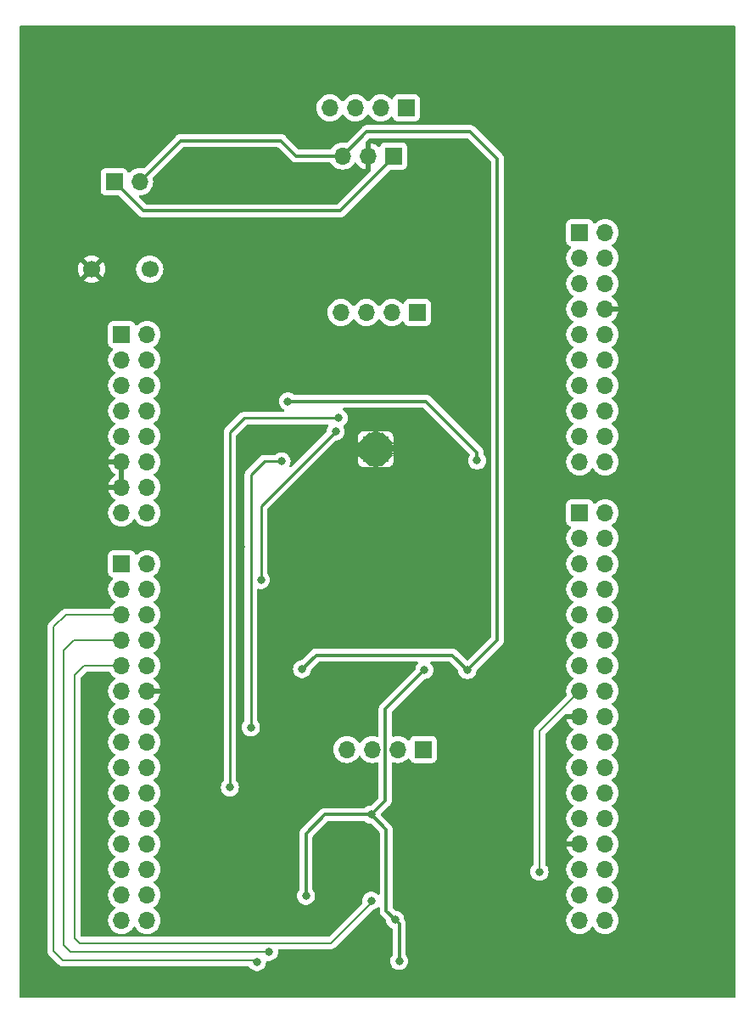
<source format=gbr>
%TF.GenerationSoftware,KiCad,Pcbnew,7.0.7*%
%TF.CreationDate,2023-08-23T14:17:52+01:00*%
%TF.ProjectId,AK4619_DevBoard,414b3436-3139-45f4-9465-76426f617264,rev?*%
%TF.SameCoordinates,Original*%
%TF.FileFunction,Copper,L2,Bot*%
%TF.FilePolarity,Positive*%
%FSLAX46Y46*%
G04 Gerber Fmt 4.6, Leading zero omitted, Abs format (unit mm)*
G04 Created by KiCad (PCBNEW 7.0.7) date 2023-08-23 14:17:52*
%MOMM*%
%LPD*%
G01*
G04 APERTURE LIST*
%TA.AperFunction,ComponentPad*%
%ADD10R,1.700000X1.700000*%
%TD*%
%TA.AperFunction,ComponentPad*%
%ADD11O,1.700000X1.700000*%
%TD*%
%TA.AperFunction,ComponentPad*%
%ADD12C,1.700000*%
%TD*%
%TA.AperFunction,ComponentPad*%
%ADD13C,0.500000*%
%TD*%
%TA.AperFunction,SMDPad,CuDef*%
%ADD14R,2.500000X2.500000*%
%TD*%
%TA.AperFunction,ViaPad*%
%ADD15C,0.800000*%
%TD*%
%TA.AperFunction,Conductor*%
%ADD16C,0.300000*%
%TD*%
%TA.AperFunction,Conductor*%
%ADD17C,0.250000*%
%TD*%
%TA.AperFunction,Conductor*%
%ADD18C,0.200000*%
%TD*%
G04 APERTURE END LIST*
D10*
%TO.P,J2,1,Pin_1*%
%TO.N,+12V*%
X138950000Y-47775000D03*
D11*
%TO.P,J2,2,Pin_2*%
%TO.N,-12V*%
X141490000Y-47775000D03*
%TD*%
D10*
%TO.P,J8,1,Pin_1*%
%TO.N,unconnected-(J8-Pin_1-Pad1)*%
X185420000Y-52860000D03*
D11*
%TO.P,J8,2,Pin_2*%
%TO.N,unconnected-(J8-Pin_2-Pad2)*%
X187960000Y-52860000D03*
%TO.P,J8,3,Pin_3*%
%TO.N,unconnected-(J8-Pin_3-Pad3)*%
X185420000Y-55400000D03*
%TO.P,J8,4,Pin_4*%
%TO.N,unconnected-(J8-Pin_4-Pad4)*%
X187960000Y-55400000D03*
%TO.P,J8,5,Pin_5*%
%TO.N,unconnected-(J8-Pin_5-Pad5)*%
X185420000Y-57940000D03*
%TO.P,J8,6,Pin_6*%
%TO.N,unconnected-(J8-Pin_6-Pad6)*%
X187960000Y-57940000D03*
%TO.P,J8,7,Pin_7*%
%TO.N,unconnected-(J8-Pin_7-Pad7)*%
X185420000Y-60480000D03*
%TO.P,J8,8,Pin_8*%
%TO.N,GND*%
X187960000Y-60480000D03*
%TO.P,J8,9,Pin_9*%
%TO.N,unconnected-(J8-Pin_9-Pad9)*%
X185420000Y-63020000D03*
%TO.P,J8,10,Pin_10*%
%TO.N,Net-(J8-Pin_10)*%
X187960000Y-63020000D03*
%TO.P,J8,11,Pin_11*%
%TO.N,unconnected-(J8-Pin_11-Pad11)*%
X185420000Y-65560000D03*
%TO.P,J8,12,Pin_12*%
%TO.N,unconnected-(J8-Pin_12-Pad12)*%
X187960000Y-65560000D03*
%TO.P,J8,13,Pin_13*%
%TO.N,unconnected-(J8-Pin_13-Pad13)*%
X185420000Y-68100000D03*
%TO.P,J8,14,Pin_14*%
%TO.N,Net-(J8-Pin_14)*%
X187960000Y-68100000D03*
%TO.P,J8,15,Pin_15*%
%TO.N,unconnected-(J8-Pin_15-Pad15)*%
X185420000Y-70640000D03*
%TO.P,J8,16,Pin_16*%
%TO.N,unconnected-(J8-Pin_16-Pad16)*%
X187960000Y-70640000D03*
%TO.P,J8,17,Pin_17*%
%TO.N,Net-(J8-Pin_17)*%
X185420000Y-73180000D03*
%TO.P,J8,18,Pin_18*%
%TO.N,/PDN*%
X187960000Y-73180000D03*
%TO.P,J8,19,Pin_19*%
%TO.N,Net-(J8-Pin_19)*%
X185420000Y-75720000D03*
%TO.P,J8,20,Pin_20*%
%TO.N,unconnected-(J8-Pin_20-Pad20)*%
X187960000Y-75720000D03*
%TD*%
D12*
%TO.P,TP1,1,1*%
%TO.N,GND*%
X136700000Y-56500000D03*
%TD*%
D10*
%TO.P,J5,1,Pin_1*%
%TO.N,/OUT_AMP1*%
X168100000Y-40425000D03*
D11*
%TO.P,J5,2,Pin_2*%
%TO.N,/OUT_AMP2*%
X165560000Y-40425000D03*
%TO.P,J5,3,Pin_3*%
%TO.N,/OUT_AMP3*%
X163020000Y-40425000D03*
%TO.P,J5,4,Pin_4*%
%TO.N,/OUT_AMP4*%
X160480000Y-40425000D03*
%TD*%
D13*
%TO.P,U4,33,PAD*%
%TO.N,GND*%
X164050000Y-73462500D03*
X164050000Y-74462500D03*
X164050000Y-75462500D03*
X165050000Y-73462500D03*
X165050000Y-74462500D03*
D14*
X165050000Y-74462500D03*
D13*
X165050000Y-75462500D03*
X166050000Y-73462500D03*
X166050000Y-74462500D03*
X166050000Y-75462500D03*
%TD*%
D10*
%TO.P,J7,1,Pin_1*%
%TO.N,/OCTOSPI_IO3*%
X139700000Y-85880000D03*
D11*
%TO.P,J7,2,Pin_2*%
%TO.N,unconnected-(J7-Pin_2-Pad2)*%
X142240000Y-85880000D03*
%TO.P,J7,3,Pin_3*%
%TO.N,/OCTOSPI_IO7*%
X139700000Y-88420000D03*
%TO.P,J7,4,Pin_4*%
%TO.N,unconnected-(J7-Pin_4-Pad4)*%
X142240000Y-88420000D03*
%TO.P,J7,5,Pin_5*%
%TO.N,/OCTOSPI_IO6*%
X139700000Y-90960000D03*
%TO.P,J7,6,Pin_6*%
%TO.N,unconnected-(J7-Pin_6-Pad6)*%
X142240000Y-90960000D03*
%TO.P,J7,7,Pin_7*%
%TO.N,/OCTOSPI_IO0*%
X139700000Y-93500000D03*
%TO.P,J7,8,Pin_8*%
%TO.N,unconnected-(J7-Pin_8-Pad8)*%
X142240000Y-93500000D03*
%TO.P,J7,9,Pin_9*%
%TO.N,/OCTOSPI_IO2*%
X139700000Y-96040000D03*
%TO.P,J7,10,Pin_10*%
%TO.N,unconnected-(J7-Pin_10-Pad10)*%
X142240000Y-96040000D03*
%TO.P,J7,11,Pin_11*%
%TO.N,unconnected-(J7-Pin_11-Pad11)*%
X139700000Y-98580000D03*
%TO.P,J7,12,Pin_12*%
%TO.N,GND*%
X142240000Y-98580000D03*
%TO.P,J7,13,Pin_13*%
%TO.N,unconnected-(J7-Pin_13-Pad13)*%
X139700000Y-101120000D03*
%TO.P,J7,14,Pin_14*%
%TO.N,Net-(J7-Pin_14)*%
X142240000Y-101120000D03*
%TO.P,J7,15,Pin_15*%
%TO.N,unconnected-(J7-Pin_15-Pad15)*%
X139700000Y-103660000D03*
%TO.P,J7,16,Pin_16*%
%TO.N,Net-(J7-Pin_16)*%
X142240000Y-103660000D03*
%TO.P,J7,17,Pin_17*%
%TO.N,unconnected-(J7-Pin_17-Pad17)*%
X139700000Y-106200000D03*
%TO.P,J7,18,Pin_18*%
%TO.N,Net-(J7-Pin_18)*%
X142240000Y-106200000D03*
%TO.P,J7,19,Pin_19*%
%TO.N,unconnected-(J7-Pin_19-Pad19)*%
X139700000Y-108740000D03*
%TO.P,J7,20,Pin_20*%
%TO.N,Net-(J7-Pin_20)*%
X142240000Y-108740000D03*
%TO.P,J7,21,Pin_21*%
%TO.N,unconnected-(J7-Pin_21-Pad21)*%
X139700000Y-111280000D03*
%TO.P,J7,22,Pin_22*%
%TO.N,Net-(J7-Pin_22)*%
X142240000Y-111280000D03*
%TO.P,J7,23,Pin_23*%
%TO.N,unconnected-(J7-Pin_23-Pad23)*%
X139700000Y-113820000D03*
%TO.P,J7,24,Pin_24*%
%TO.N,unconnected-(J7-Pin_24-Pad24)*%
X142240000Y-113820000D03*
%TO.P,J7,25,Pin_25*%
%TO.N,unconnected-(J7-Pin_25-Pad25)*%
X139700000Y-116360000D03*
%TO.P,J7,26,Pin_26*%
%TO.N,unconnected-(J7-Pin_26-Pad26)*%
X142240000Y-116360000D03*
%TO.P,J7,27,Pin_27*%
%TO.N,unconnected-(J7-Pin_27-Pad27)*%
X139700000Y-118900000D03*
%TO.P,J7,28,Pin_28*%
%TO.N,unconnected-(J7-Pin_28-Pad28)*%
X142240000Y-118900000D03*
%TO.P,J7,29,Pin_29*%
%TO.N,unconnected-(J7-Pin_29-Pad29)*%
X139700000Y-121440000D03*
%TO.P,J7,30,Pin_30*%
%TO.N,unconnected-(J7-Pin_30-Pad30)*%
X142240000Y-121440000D03*
%TD*%
D12*
%TO.P,TP2,1,1*%
%TO.N,+3.3V*%
X142500000Y-56500000D03*
%TD*%
D10*
%TO.P,J3,1,Pin_1*%
%TO.N,/IN1*%
X169800000Y-104400000D03*
D11*
%TO.P,J3,2,Pin_2*%
%TO.N,/IN2*%
X167260000Y-104400000D03*
%TO.P,J3,3,Pin_3*%
%TO.N,/IN3*%
X164720000Y-104400000D03*
%TO.P,J3,4,Pin_4*%
%TO.N,/IN4*%
X162180000Y-104400000D03*
%TD*%
D10*
%TO.P,J9,1,Pin_1*%
%TO.N,unconnected-(J9-Pin_1-Pad1)*%
X185420000Y-80800000D03*
D11*
%TO.P,J9,2,Pin_2*%
%TO.N,unconnected-(J9-Pin_2-Pad2)*%
X187960000Y-80800000D03*
%TO.P,J9,3,Pin_3*%
%TO.N,unconnected-(J9-Pin_3-Pad3)*%
X185420000Y-83340000D03*
%TO.P,J9,4,Pin_4*%
%TO.N,unconnected-(J9-Pin_4-Pad4)*%
X187960000Y-83340000D03*
%TO.P,J9,5,Pin_5*%
%TO.N,unconnected-(J9-Pin_5-Pad5)*%
X185420000Y-85880000D03*
%TO.P,J9,6,Pin_6*%
%TO.N,Net-(J9-Pin_6)*%
X187960000Y-85880000D03*
%TO.P,J9,7,Pin_7*%
%TO.N,unconnected-(J9-Pin_7-Pad7)*%
X185420000Y-88420000D03*
%TO.P,J9,8,Pin_8*%
%TO.N,unconnected-(J9-Pin_8-Pad8)*%
X187960000Y-88420000D03*
%TO.P,J9,9,Pin_9*%
%TO.N,unconnected-(J9-Pin_9-Pad9)*%
X185420000Y-90960000D03*
%TO.P,J9,10,Pin_10*%
%TO.N,unconnected-(J9-Pin_10-Pad10)*%
X187960000Y-90960000D03*
%TO.P,J9,11,Pin_11*%
%TO.N,unconnected-(J9-Pin_11-Pad11)*%
X185420000Y-93500000D03*
%TO.P,J9,12,Pin_12*%
%TO.N,unconnected-(J9-Pin_12-Pad12)*%
X187960000Y-93500000D03*
%TO.P,J9,13,Pin_13*%
%TO.N,unconnected-(J9-Pin_13-Pad13)*%
X185420000Y-96040000D03*
%TO.P,J9,14,Pin_14*%
%TO.N,unconnected-(J9-Pin_14-Pad14)*%
X187960000Y-96040000D03*
%TO.P,J9,15,Pin_15*%
%TO.N,/OCTOSPI_DQS*%
X185420000Y-98580000D03*
%TO.P,J9,16,Pin_16*%
%TO.N,unconnected-(J9-Pin_16-Pad16)*%
X187960000Y-98580000D03*
%TO.P,J9,17,Pin_17*%
%TO.N,GND*%
X185420000Y-101120000D03*
%TO.P,J9,18,Pin_18*%
%TO.N,/OCTOSPI_IO5*%
X187960000Y-101120000D03*
%TO.P,J9,19,Pin_19*%
%TO.N,unconnected-(J9-Pin_19-Pad19)*%
X185420000Y-103660000D03*
%TO.P,J9,20,Pin_20*%
%TO.N,/OCTOSPI_IO4*%
X187960000Y-103660000D03*
%TO.P,J9,21,Pin_21*%
%TO.N,unconnected-(J9-Pin_21-Pad21)*%
X185420000Y-106200000D03*
%TO.P,J9,22,Pin_22*%
%TO.N,unconnected-(J9-Pin_22-Pad22)*%
X187960000Y-106200000D03*
%TO.P,J9,23,Pin_23*%
%TO.N,Net-(J9-Pin_23)*%
X185420000Y-108740000D03*
%TO.P,J9,24,Pin_24*%
%TO.N,unconnected-(J9-Pin_24-Pad24)*%
X187960000Y-108740000D03*
%TO.P,J9,25,Pin_25*%
%TO.N,unconnected-(J9-Pin_25-Pad25)*%
X185420000Y-111280000D03*
%TO.P,J9,26,Pin_26*%
%TO.N,unconnected-(J9-Pin_26-Pad26)*%
X187960000Y-111280000D03*
%TO.P,J9,27,Pin_27*%
%TO.N,GND*%
X185420000Y-113820000D03*
%TO.P,J9,28,Pin_28*%
%TO.N,unconnected-(J9-Pin_28-Pad28)*%
X187960000Y-113820000D03*
%TO.P,J9,29,Pin_29*%
%TO.N,unconnected-(J9-Pin_29-Pad29)*%
X185420000Y-116360000D03*
%TO.P,J9,30,Pin_30*%
%TO.N,unconnected-(J9-Pin_30-Pad30)*%
X187960000Y-116360000D03*
%TO.P,J9,31,Pin_31*%
%TO.N,/OCTOSPI_IO1*%
X185420000Y-118900000D03*
%TO.P,J9,32,Pin_32*%
%TO.N,/OCTOSPI_NCS*%
X187960000Y-118900000D03*
%TO.P,J9,33,Pin_33*%
%TO.N,unconnected-(J9-Pin_33-Pad33)*%
X185420000Y-121440000D03*
%TO.P,J9,34,Pin_34*%
%TO.N,/OCTOSPI_CLK*%
X187960000Y-121440000D03*
%TD*%
D10*
%TO.P,J6,1,Pin_1*%
%TO.N,unconnected-(J6-Pin_1-Pad1)*%
X139700000Y-63020000D03*
D11*
%TO.P,J6,2,Pin_2*%
%TO.N,unconnected-(J6-Pin_2-Pad2)*%
X142240000Y-63020000D03*
%TO.P,J6,3,Pin_3*%
%TO.N,unconnected-(J6-Pin_3-Pad3)*%
X139700000Y-65560000D03*
%TO.P,J6,4,Pin_4*%
%TO.N,unconnected-(J6-Pin_4-Pad4)*%
X142240000Y-65560000D03*
%TO.P,J6,5,Pin_5*%
%TO.N,unconnected-(J6-Pin_5-Pad5)*%
X139700000Y-68100000D03*
%TO.P,J6,6,Pin_6*%
%TO.N,unconnected-(J6-Pin_6-Pad6)*%
X142240000Y-68100000D03*
%TO.P,J6,7,Pin_7*%
%TO.N,/3VIN*%
X139700000Y-70640000D03*
%TO.P,J6,8,Pin_8*%
%TO.N,unconnected-(J6-Pin_8-Pad8)*%
X142240000Y-70640000D03*
%TO.P,J6,9,Pin_9*%
%TO.N,unconnected-(J6-Pin_9-Pad9)*%
X139700000Y-73180000D03*
%TO.P,J6,10,Pin_10*%
%TO.N,unconnected-(J6-Pin_10-Pad10)*%
X142240000Y-73180000D03*
%TO.P,J6,11,Pin_11*%
%TO.N,GND*%
X139700000Y-75720000D03*
%TO.P,J6,12,Pin_12*%
%TO.N,unconnected-(J6-Pin_12-Pad12)*%
X142240000Y-75720000D03*
%TO.P,J6,13,Pin_13*%
%TO.N,GND*%
X139700000Y-78260000D03*
%TO.P,J6,14,Pin_14*%
%TO.N,unconnected-(J6-Pin_14-Pad14)*%
X142240000Y-78260000D03*
%TO.P,J6,15,Pin_15*%
%TO.N,unconnected-(J6-Pin_15-Pad15)*%
X139700000Y-80800000D03*
%TO.P,J6,16,Pin_16*%
%TO.N,unconnected-(J6-Pin_16-Pad16)*%
X142240000Y-80800000D03*
%TD*%
D10*
%TO.P,J4,1,Pin_1*%
%TO.N,/OUT1*%
X169200000Y-60825000D03*
D11*
%TO.P,J4,2,Pin_2*%
%TO.N,/OUT2*%
X166660000Y-60825000D03*
%TO.P,J4,3,Pin_3*%
%TO.N,/OUT3*%
X164120000Y-60825000D03*
%TO.P,J4,4,Pin_4*%
%TO.N,/OUT4*%
X161580000Y-60825000D03*
%TD*%
D10*
%TO.P,J1,1,Pin_1*%
%TO.N,+12V*%
X166825000Y-45225000D03*
D11*
%TO.P,J1,2,Pin_2*%
%TO.N,GND*%
X164285000Y-45225000D03*
%TO.P,J1,3,Pin_3*%
%TO.N,-12V*%
X161745000Y-45225000D03*
%TD*%
D15*
%TO.N,GND*%
X154600000Y-96600000D03*
X142500000Y-43700000D03*
X135700000Y-45100000D03*
X147100000Y-49600000D03*
X146800000Y-52100000D03*
X134400000Y-84600000D03*
X140100000Y-128500000D03*
X152300000Y-128600000D03*
X161000000Y-128600000D03*
X190000000Y-80600000D03*
X174400000Y-111800000D03*
X179700000Y-111700000D03*
X171800000Y-61100000D03*
X176700000Y-42800000D03*
X170400000Y-39400000D03*
X189300000Y-39400000D03*
X189700000Y-69400000D03*
X182800000Y-77100000D03*
X194100000Y-76300000D03*
X148800000Y-72600000D03*
X152600000Y-73000000D03*
X151500000Y-77700000D03*
X151600000Y-84200000D03*
X136900000Y-97100000D03*
X136700000Y-102200000D03*
X137000000Y-107000000D03*
X136700000Y-112500000D03*
X136800000Y-122200000D03*
X133300000Y-89800000D03*
X180700000Y-122000000D03*
X169300000Y-125500000D03*
X164100000Y-123000000D03*
X165400000Y-125100000D03*
X151800000Y-122200000D03*
X156100000Y-124900000D03*
X172000000Y-41500000D03*
X169400000Y-44000000D03*
X161700000Y-42800000D03*
X159000000Y-43800000D03*
X153700000Y-45300000D03*
X154500000Y-39900000D03*
X158200000Y-40000000D03*
X190500000Y-87100000D03*
X190600000Y-112300000D03*
X190700000Y-117700000D03*
X190700000Y-123100000D03*
X160900000Y-112300000D03*
X161000000Y-124900000D03*
X168400000Y-120900000D03*
X171200000Y-122100000D03*
X172700000Y-116400000D03*
X178600000Y-116300000D03*
X182500000Y-120300000D03*
X168100000Y-111600000D03*
X183000000Y-107100000D03*
X183300000Y-98100000D03*
X183400000Y-81400000D03*
X177700000Y-102500000D03*
X179100000Y-93300000D03*
X175000000Y-90500000D03*
X148600000Y-98600000D03*
X148800000Y-91000000D03*
X154900000Y-80600000D03*
X148900000Y-63600000D03*
X151800000Y-61900000D03*
X130700000Y-81900000D03*
X147200000Y-46300000D03*
X161400000Y-33300000D03*
X174100000Y-33100000D03*
X187200000Y-32900000D03*
X200000000Y-44800000D03*
X200000000Y-55900000D03*
X199900000Y-67100000D03*
X199800000Y-77300000D03*
X147200000Y-36200000D03*
X182100000Y-39200000D03*
X192500000Y-43900000D03*
X198200000Y-36300000D03*
X181300000Y-61900000D03*
X182300000Y-49200000D03*
X191500000Y-49200000D03*
X192600000Y-58100000D03*
X190300000Y-66600000D03*
X195500000Y-68700000D03*
X183000000Y-71800000D03*
X176000000Y-73200000D03*
X175400000Y-65500000D03*
X175800000Y-57500000D03*
X168300000Y-58200000D03*
X160300000Y-58300000D03*
X146700000Y-56700000D03*
X156600000Y-66800000D03*
X145600000Y-71800000D03*
X136900000Y-69400000D03*
X142900000Y-60800000D03*
X131200000Y-69900000D03*
X141000000Y-83300000D03*
X153800000Y-69800000D03*
X156700000Y-73800000D03*
X158700000Y-77200000D03*
X148300000Y-85600000D03*
X147300000Y-122500000D03*
X151700000Y-116500000D03*
X156500000Y-119200000D03*
X156600000Y-112400000D03*
X144700000Y-113700000D03*
X130400000Y-97000000D03*
X130400000Y-112200000D03*
X130500000Y-127900000D03*
X181100000Y-125800000D03*
X194100000Y-124600000D03*
X193000000Y-111700000D03*
X193100000Y-98700000D03*
X198900000Y-87200000D03*
X190500000Y-84600000D03*
X196800000Y-79000000D03*
X179500000Y-80500000D03*
X177900000Y-108200000D03*
X167500000Y-107400000D03*
X161900000Y-109100000D03*
X163400000Y-107500000D03*
X155100000Y-105000000D03*
X155100000Y-91500000D03*
X160800000Y-90400000D03*
X157400000Y-83900000D03*
X172800000Y-81900000D03*
X170300000Y-90400000D03*
X164700000Y-112600000D03*
X167900000Y-117200000D03*
X161150000Y-74162500D03*
X167200000Y-91100000D03*
X162850000Y-85262500D03*
X157300000Y-54000000D03*
X171400000Y-54000000D03*
X166900000Y-47600000D03*
X161900000Y-96500000D03*
X165178932Y-66578626D03*
X173450000Y-76562500D03*
X173400000Y-74700000D03*
X161500000Y-118700000D03*
X168900000Y-85400000D03*
X161700000Y-47700000D03*
X168750000Y-74962500D03*
X166250000Y-85262500D03*
%TO.N,+3.3VA*%
X175174996Y-75587504D03*
X156300000Y-69700004D03*
%TO.N,/SAI1_SD_B*%
X153600000Y-87500000D03*
X161050000Y-72712500D03*
%TO.N,/SAI1_SD_A*%
X161350000Y-71362500D03*
X150500000Y-108200000D03*
%TO.N,/SAI1_FS_A*%
X155650000Y-75662500D03*
X152600000Y-102200000D03*
%TO.N,+3.3V*%
X167000000Y-121400000D03*
X167400000Y-125500000D03*
X158100000Y-119000000D03*
X164600000Y-110900000D03*
X169900000Y-96500000D03*
%TO.N,/OCTOSPI_IO6*%
X153200000Y-125600000D03*
%TO.N,/OCTOSPI_IO0*%
X154400000Y-124600000D03*
%TO.N,/OCTOSPI_IO2*%
X164600000Y-119500000D03*
%TO.N,/OCTOSPI_DQS*%
X181400000Y-116600000D03*
%TO.N,-12V*%
X174200000Y-96500000D03*
X157700000Y-96400000D03*
%TD*%
D16*
%TO.N,+12V*%
X161500000Y-50700000D02*
X141875000Y-50700000D01*
X166825000Y-45375000D02*
X161500000Y-50700000D01*
X166825000Y-45225000D02*
X166825000Y-45375000D01*
X141875000Y-50700000D02*
X138950000Y-47775000D01*
%TO.N,-12V*%
X155600000Y-43700000D02*
X145565000Y-43700000D01*
X157125000Y-45225000D02*
X155600000Y-43700000D01*
X145565000Y-43700000D02*
X141490000Y-47775000D01*
X161745000Y-45225000D02*
X157125000Y-45225000D01*
%TO.N,+3.3VA*%
X175174996Y-75587504D02*
X175174996Y-74774996D01*
X170100004Y-69700004D02*
X156300000Y-69700004D01*
X175174996Y-74774996D02*
X170100004Y-69700004D01*
D17*
%TO.N,/SAI1_SD_B*%
X153600000Y-80162500D02*
X153600000Y-87500000D01*
X161050000Y-72712500D02*
X153600000Y-80162500D01*
%TO.N,/SAI1_SD_A*%
X161350000Y-71362500D02*
X151937500Y-71362500D01*
X150500000Y-72800000D02*
X150500000Y-108200000D01*
X151937500Y-71362500D02*
X150500000Y-72800000D01*
%TO.N,/SAI1_FS_A*%
X152600000Y-77000000D02*
X152600000Y-102200000D01*
X155650000Y-75662500D02*
X153937500Y-75662500D01*
X153937500Y-75662500D02*
X152600000Y-77000000D01*
D16*
%TO.N,+3.3V*%
X158100000Y-119000000D02*
X158100000Y-112800000D01*
X158100000Y-112800000D02*
X160000000Y-110900000D01*
X166100000Y-112400000D02*
X164600000Y-110900000D01*
X167400000Y-125500000D02*
X167400000Y-121800000D01*
X167000000Y-121400000D02*
X166100000Y-120500000D01*
X169900000Y-96500000D02*
X166000000Y-100400000D01*
X166100000Y-120500000D02*
X166100000Y-112400000D01*
X166000000Y-100400000D02*
X166000000Y-109500000D01*
X166000000Y-109500000D02*
X164600000Y-110900000D01*
X160000000Y-110900000D02*
X164600000Y-110900000D01*
X167400000Y-121800000D02*
X167000000Y-121400000D01*
D18*
%TO.N,/OCTOSPI_IO6*%
X134140000Y-90960000D02*
X132900000Y-92200000D01*
X153050000Y-125450000D02*
X153200000Y-125600000D01*
X133850000Y-125450000D02*
X153050000Y-125450000D01*
X132900000Y-124500000D02*
X133850000Y-125450000D01*
X139700000Y-90960000D02*
X134140000Y-90960000D01*
X132900000Y-92200000D02*
X132900000Y-124500000D01*
%TO.N,/OCTOSPI_IO0*%
X134900000Y-93500000D02*
X133900000Y-94500000D01*
X133900000Y-94500000D02*
X133900000Y-123900000D01*
X134600000Y-124600000D02*
X154400000Y-124600000D01*
X133900000Y-123900000D02*
X134600000Y-124600000D01*
X139700000Y-93500000D02*
X134900000Y-93500000D01*
%TO.N,/OCTOSPI_IO2*%
X160600000Y-123700000D02*
X164600000Y-119700000D01*
X135000000Y-123200000D02*
X135500000Y-123700000D01*
X135500000Y-123700000D02*
X160600000Y-123700000D01*
X135000000Y-97000000D02*
X135000000Y-123200000D01*
X135960000Y-96040000D02*
X135000000Y-97000000D01*
X164600000Y-119700000D02*
X164600000Y-119500000D01*
X139700000Y-96040000D02*
X135960000Y-96040000D01*
%TO.N,/OCTOSPI_DQS*%
X181400000Y-116600000D02*
X181400000Y-102600000D01*
X181400000Y-102600000D02*
X185420000Y-98580000D01*
D16*
%TO.N,-12V*%
X161700000Y-95000000D02*
X159100000Y-95000000D01*
X174200000Y-96500000D02*
X172700000Y-95000000D01*
X159100000Y-95000000D02*
X157700000Y-96400000D01*
X161745000Y-45225000D02*
X164170000Y-42800000D01*
X164170000Y-42800000D02*
X174500000Y-42800000D01*
X172700000Y-95000000D02*
X161700000Y-95000000D01*
X174500000Y-42800000D02*
X177200000Y-45500000D01*
X177200000Y-45500000D02*
X177200000Y-93500000D01*
X177200000Y-93500000D02*
X174200000Y-96500000D01*
%TD*%
%TA.AperFunction,Conductor*%
%TO.N,GND*%
G36*
X155346231Y-44370185D02*
G01*
X155366873Y-44386819D01*
X156604564Y-45624510D01*
X156614635Y-45637080D01*
X156614822Y-45636926D01*
X156619796Y-45642937D01*
X156619798Y-45642940D01*
X156648345Y-45669748D01*
X156672243Y-45692190D01*
X156693966Y-45713912D01*
X156699758Y-45718405D01*
X156704198Y-45722198D01*
X156715836Y-45733126D01*
X156739607Y-45755448D01*
X156758198Y-45765668D01*
X156774463Y-45776352D01*
X156791234Y-45789361D01*
X156791237Y-45789363D01*
X156835827Y-45808658D01*
X156841056Y-45811220D01*
X156883632Y-45834627D01*
X156904193Y-45839905D01*
X156922597Y-45846207D01*
X156942074Y-45854636D01*
X156979927Y-45860630D01*
X156990054Y-45862235D01*
X156995764Y-45863417D01*
X157042823Y-45875500D01*
X157064045Y-45875500D01*
X157083442Y-45877026D01*
X157104405Y-45880347D01*
X157152772Y-45875774D01*
X157158609Y-45875500D01*
X160487278Y-45875500D01*
X160554317Y-45895185D01*
X160588853Y-45928377D01*
X160706278Y-46096078D01*
X160706505Y-46096401D01*
X160873599Y-46263495D01*
X160970384Y-46331265D01*
X161067165Y-46399032D01*
X161067167Y-46399033D01*
X161067170Y-46399035D01*
X161281337Y-46498903D01*
X161509592Y-46560063D01*
X161697918Y-46576539D01*
X161744999Y-46580659D01*
X161745000Y-46580659D01*
X161745001Y-46580659D01*
X161784234Y-46577226D01*
X161980408Y-46560063D01*
X162208663Y-46498903D01*
X162422830Y-46399035D01*
X162616401Y-46263495D01*
X162783495Y-46096401D01*
X162913730Y-45910405D01*
X162968307Y-45866781D01*
X163037805Y-45859587D01*
X163100160Y-45891110D01*
X163116879Y-45910405D01*
X163246890Y-46096078D01*
X163413917Y-46263105D01*
X163607421Y-46398600D01*
X163821507Y-46498429D01*
X163821516Y-46498433D01*
X164035000Y-46555634D01*
X164035000Y-45837301D01*
X164054685Y-45770262D01*
X164107489Y-45724507D01*
X164176647Y-45714563D01*
X164249237Y-45725000D01*
X164249238Y-45725000D01*
X164320762Y-45725000D01*
X164320763Y-45725000D01*
X164393353Y-45714563D01*
X164462512Y-45724507D01*
X164515315Y-45770262D01*
X164535000Y-45837301D01*
X164535000Y-46558645D01*
X164571204Y-46608227D01*
X164575359Y-46677973D01*
X164542196Y-46737856D01*
X161266873Y-50013181D01*
X161205550Y-50046666D01*
X161179192Y-50049500D01*
X142195808Y-50049500D01*
X142128769Y-50029815D01*
X142108127Y-50013181D01*
X141434908Y-49339962D01*
X141401423Y-49278639D01*
X141406407Y-49208947D01*
X141448279Y-49153014D01*
X141511781Y-49128753D01*
X141725408Y-49110063D01*
X141953663Y-49048903D01*
X142167830Y-48949035D01*
X142361401Y-48813495D01*
X142528495Y-48646401D01*
X142664035Y-48452830D01*
X142763903Y-48238663D01*
X142825063Y-48010408D01*
X142845659Y-47775000D01*
X142825063Y-47539592D01*
X142805614Y-47467007D01*
X142807277Y-47397162D01*
X142837706Y-47347238D01*
X145798126Y-44386819D01*
X145859450Y-44353334D01*
X145885808Y-44350500D01*
X155279192Y-44350500D01*
X155346231Y-44370185D01*
G37*
%TD.AperFunction*%
%TA.AperFunction,Conductor*%
G36*
X139877512Y-76219507D02*
G01*
X139930315Y-76265262D01*
X139950000Y-76332301D01*
X139950000Y-77647698D01*
X139930315Y-77714737D01*
X139877511Y-77760492D01*
X139808355Y-77770436D01*
X139735766Y-77760000D01*
X139735763Y-77760000D01*
X139664237Y-77760000D01*
X139664233Y-77760000D01*
X139591645Y-77770436D01*
X139522487Y-77760492D01*
X139469684Y-77714736D01*
X139450000Y-77647698D01*
X139450000Y-76332301D01*
X139469685Y-76265262D01*
X139522489Y-76219507D01*
X139591647Y-76209563D01*
X139664237Y-76220000D01*
X139664238Y-76220000D01*
X139735762Y-76220000D01*
X139735763Y-76220000D01*
X139808353Y-76209563D01*
X139877512Y-76219507D01*
G37*
%TD.AperFunction*%
%TA.AperFunction,Conductor*%
G36*
X200892539Y-32220185D02*
G01*
X200938294Y-32272989D01*
X200949500Y-32324500D01*
X200949500Y-129075500D01*
X200929815Y-129142539D01*
X200877011Y-129188294D01*
X200825500Y-129199500D01*
X129624500Y-129199500D01*
X129557461Y-129179815D01*
X129511706Y-129127011D01*
X129500500Y-129075500D01*
X129500500Y-124500000D01*
X132294318Y-124500000D01*
X132299500Y-124539360D01*
X132314955Y-124656760D01*
X132314956Y-124656762D01*
X132375464Y-124802841D01*
X132471718Y-124928282D01*
X132499995Y-124949980D01*
X132506085Y-124955320D01*
X132998208Y-125447443D01*
X133394669Y-125843904D01*
X133400022Y-125850007D01*
X133421717Y-125878281D01*
X133538549Y-125967929D01*
X133547159Y-125974536D01*
X133547165Y-125974539D01*
X133634806Y-126010840D01*
X133693238Y-126035044D01*
X133771618Y-126045362D01*
X133849999Y-126055682D01*
X133850000Y-126055682D01*
X133885329Y-126051030D01*
X133893428Y-126050500D01*
X152348697Y-126050500D01*
X152415736Y-126070185D01*
X152456083Y-126112499D01*
X152467466Y-126132214D01*
X152467467Y-126132216D01*
X152594129Y-126272888D01*
X152747265Y-126384148D01*
X152747270Y-126384151D01*
X152920192Y-126461142D01*
X152920197Y-126461144D01*
X153105354Y-126500500D01*
X153105355Y-126500500D01*
X153294644Y-126500500D01*
X153294646Y-126500500D01*
X153479803Y-126461144D01*
X153652730Y-126384151D01*
X153805871Y-126272888D01*
X153932533Y-126132216D01*
X154027179Y-125968284D01*
X154085674Y-125788256D01*
X154105460Y-125600000D01*
X154105459Y-125599993D01*
X154105661Y-125598075D01*
X154132245Y-125533460D01*
X154189542Y-125493475D01*
X154254760Y-125489746D01*
X154305354Y-125500500D01*
X154305356Y-125500500D01*
X154494644Y-125500500D01*
X154494646Y-125500500D01*
X154679803Y-125461144D01*
X154852730Y-125384151D01*
X155005871Y-125272888D01*
X155132533Y-125132216D01*
X155227179Y-124968284D01*
X155285674Y-124788256D01*
X155305460Y-124600000D01*
X155288376Y-124437458D01*
X155300945Y-124368732D01*
X155348677Y-124317708D01*
X155411697Y-124300500D01*
X160556572Y-124300500D01*
X160564670Y-124301030D01*
X160600000Y-124305682D01*
X160600001Y-124305682D01*
X160652254Y-124298802D01*
X160756762Y-124285044D01*
X160902841Y-124224536D01*
X160918564Y-124212471D01*
X160930629Y-124203214D01*
X160988180Y-124159052D01*
X161028282Y-124128282D01*
X161049983Y-124099999D01*
X161055311Y-124093922D01*
X164737363Y-120411870D01*
X164798684Y-120378387D01*
X164799046Y-120378308D01*
X164879803Y-120361144D01*
X165052730Y-120284151D01*
X165205871Y-120172888D01*
X165233351Y-120142368D01*
X165292836Y-120105721D01*
X165362693Y-120107050D01*
X165420741Y-120145937D01*
X165448551Y-120210033D01*
X165449500Y-120225341D01*
X165449500Y-120414494D01*
X165447732Y-120430505D01*
X165447974Y-120430528D01*
X165447240Y-120438294D01*
X165449500Y-120510203D01*
X165449500Y-120540920D01*
X165449501Y-120540940D01*
X165450418Y-120548206D01*
X165450876Y-120554024D01*
X165452402Y-120602567D01*
X165452403Y-120602570D01*
X165458323Y-120622948D01*
X165462268Y-120641996D01*
X165464928Y-120663054D01*
X165464931Y-120663064D01*
X165482813Y-120708230D01*
X165484705Y-120713758D01*
X165498254Y-120760395D01*
X165498255Y-120760397D01*
X165509060Y-120778666D01*
X165517617Y-120796134D01*
X165518271Y-120797783D01*
X165525432Y-120815872D01*
X165553983Y-120855170D01*
X165557188Y-120860049D01*
X165581919Y-120901865D01*
X165581923Y-120901869D01*
X165596925Y-120916871D01*
X165609563Y-120931669D01*
X165622033Y-120948833D01*
X165622036Y-120948836D01*
X165622037Y-120948837D01*
X165659476Y-120979809D01*
X165663776Y-120983722D01*
X165884640Y-121204586D01*
X166065191Y-121385137D01*
X166098676Y-121446460D01*
X166100830Y-121459851D01*
X166114326Y-121588256D01*
X166114327Y-121588259D01*
X166172818Y-121768277D01*
X166172821Y-121768284D01*
X166267467Y-121932216D01*
X166394128Y-122072887D01*
X166394129Y-122072888D01*
X166455986Y-122117830D01*
X166547270Y-122184151D01*
X166675939Y-122241439D01*
X166729173Y-122286687D01*
X166749494Y-122353536D01*
X166749500Y-122354716D01*
X166749500Y-124829078D01*
X166729815Y-124896117D01*
X166717650Y-124912050D01*
X166667466Y-124967785D01*
X166572821Y-125131715D01*
X166572818Y-125131722D01*
X166526951Y-125272888D01*
X166514326Y-125311744D01*
X166494540Y-125500000D01*
X166514326Y-125688256D01*
X166514327Y-125688259D01*
X166572818Y-125868277D01*
X166572821Y-125868284D01*
X166667467Y-126032216D01*
X166701655Y-126070185D01*
X166794129Y-126172888D01*
X166947265Y-126284148D01*
X166947270Y-126284151D01*
X167120192Y-126361142D01*
X167120197Y-126361144D01*
X167305354Y-126400500D01*
X167305355Y-126400500D01*
X167494644Y-126400500D01*
X167494646Y-126400500D01*
X167679803Y-126361144D01*
X167852730Y-126284151D01*
X168005871Y-126172888D01*
X168132533Y-126032216D01*
X168227179Y-125868284D01*
X168285674Y-125688256D01*
X168305460Y-125500000D01*
X168285674Y-125311744D01*
X168231112Y-125143823D01*
X168227181Y-125131722D01*
X168227180Y-125131721D01*
X168227179Y-125131716D01*
X168132533Y-124967784D01*
X168082350Y-124912050D01*
X168052120Y-124849058D01*
X168050500Y-124829078D01*
X168050500Y-121885501D01*
X168052268Y-121869488D01*
X168052026Y-121869466D01*
X168052758Y-121861710D01*
X168052760Y-121861703D01*
X168050500Y-121789795D01*
X168050500Y-121759075D01*
X168049579Y-121751788D01*
X168049122Y-121745979D01*
X168047597Y-121697430D01*
X168041676Y-121677052D01*
X168037731Y-121658003D01*
X168035071Y-121636942D01*
X168017186Y-121591772D01*
X168015297Y-121586252D01*
X168001743Y-121539599D01*
X167990941Y-121521335D01*
X167982379Y-121503858D01*
X167981351Y-121501262D01*
X167974568Y-121484129D01*
X167946014Y-121444828D01*
X167942810Y-121439950D01*
X167916256Y-121395049D01*
X167899667Y-121344888D01*
X167885674Y-121211745D01*
X167827181Y-121031722D01*
X167827180Y-121031721D01*
X167827179Y-121031716D01*
X167732533Y-120867784D01*
X167605871Y-120727112D01*
X167583618Y-120710944D01*
X167452734Y-120615851D01*
X167452729Y-120615848D01*
X167279807Y-120538857D01*
X167279802Y-120538855D01*
X167134001Y-120507865D01*
X167094646Y-120499500D01*
X167094645Y-120499500D01*
X167070808Y-120499500D01*
X167003769Y-120479815D01*
X166983127Y-120463181D01*
X166786819Y-120266872D01*
X166753334Y-120205549D01*
X166750500Y-120179191D01*
X166750500Y-116600000D01*
X180494540Y-116600000D01*
X180514326Y-116788256D01*
X180514327Y-116788259D01*
X180572818Y-116968277D01*
X180572821Y-116968284D01*
X180667467Y-117132216D01*
X180756774Y-117231401D01*
X180794129Y-117272888D01*
X180947265Y-117384148D01*
X180947270Y-117384151D01*
X181120192Y-117461142D01*
X181120197Y-117461144D01*
X181305354Y-117500500D01*
X181305355Y-117500500D01*
X181494644Y-117500500D01*
X181494646Y-117500500D01*
X181679803Y-117461144D01*
X181852730Y-117384151D01*
X182005871Y-117272888D01*
X182132533Y-117132216D01*
X182227179Y-116968284D01*
X182285674Y-116788256D01*
X182305460Y-116600000D01*
X182285674Y-116411744D01*
X182227179Y-116231716D01*
X182132533Y-116067784D01*
X182077628Y-116006806D01*
X182032350Y-115956519D01*
X182002120Y-115893527D01*
X182000500Y-115873547D01*
X182000500Y-102900096D01*
X182020185Y-102833057D01*
X182036814Y-102812420D01*
X183942916Y-100906317D01*
X184004237Y-100872834D01*
X184030595Y-100870000D01*
X184806653Y-100870000D01*
X184873692Y-100889685D01*
X184919447Y-100942489D01*
X184929391Y-101011647D01*
X184925631Y-101028933D01*
X184920000Y-101048111D01*
X184920000Y-101191888D01*
X184925631Y-101211067D01*
X184925630Y-101280936D01*
X184887855Y-101339714D01*
X184824299Y-101368738D01*
X184806653Y-101370000D01*
X184089364Y-101370000D01*
X184146567Y-101583486D01*
X184146570Y-101583492D01*
X184246399Y-101797578D01*
X184381894Y-101991082D01*
X184548917Y-102158105D01*
X184734595Y-102288119D01*
X184778219Y-102342696D01*
X184785412Y-102412195D01*
X184753890Y-102474549D01*
X184734595Y-102491269D01*
X184548594Y-102621508D01*
X184381505Y-102788597D01*
X184245965Y-102982169D01*
X184245964Y-102982171D01*
X184146098Y-103196335D01*
X184146094Y-103196344D01*
X184084938Y-103424586D01*
X184084936Y-103424596D01*
X184064341Y-103659999D01*
X184064341Y-103660000D01*
X184084936Y-103895403D01*
X184084938Y-103895413D01*
X184146094Y-104123655D01*
X184146096Y-104123659D01*
X184146097Y-104123663D01*
X184226004Y-104295023D01*
X184245965Y-104337830D01*
X184245967Y-104337834D01*
X184354281Y-104492521D01*
X184381501Y-104531396D01*
X184381506Y-104531402D01*
X184548597Y-104698493D01*
X184548603Y-104698498D01*
X184734158Y-104828425D01*
X184777783Y-104883002D01*
X184784977Y-104952500D01*
X184753454Y-105014855D01*
X184734158Y-105031575D01*
X184548597Y-105161505D01*
X184381505Y-105328597D01*
X184245965Y-105522169D01*
X184245964Y-105522171D01*
X184146098Y-105736335D01*
X184146094Y-105736344D01*
X184084938Y-105964586D01*
X184084936Y-105964596D01*
X184064341Y-106199999D01*
X184064341Y-106200000D01*
X184084936Y-106435403D01*
X184084938Y-106435413D01*
X184146094Y-106663655D01*
X184146096Y-106663659D01*
X184146097Y-106663663D01*
X184150000Y-106672032D01*
X184245965Y-106877830D01*
X184245967Y-106877834D01*
X184354281Y-107032521D01*
X184381501Y-107071396D01*
X184381506Y-107071402D01*
X184548597Y-107238493D01*
X184548603Y-107238498D01*
X184734158Y-107368425D01*
X184777783Y-107423002D01*
X184784977Y-107492500D01*
X184753454Y-107554855D01*
X184734158Y-107571575D01*
X184548597Y-107701505D01*
X184381505Y-107868597D01*
X184245965Y-108062169D01*
X184245964Y-108062171D01*
X184146098Y-108276335D01*
X184146094Y-108276344D01*
X184084938Y-108504586D01*
X184084936Y-108504596D01*
X184064341Y-108739999D01*
X184064341Y-108740000D01*
X184084936Y-108975403D01*
X184084938Y-108975413D01*
X184146094Y-109203655D01*
X184146096Y-109203659D01*
X184146097Y-109203663D01*
X184226004Y-109375023D01*
X184245965Y-109417830D01*
X184245967Y-109417834D01*
X184332598Y-109541555D01*
X184381501Y-109611396D01*
X184381506Y-109611402D01*
X184548597Y-109778493D01*
X184548603Y-109778498D01*
X184734158Y-109908425D01*
X184777783Y-109963002D01*
X184784977Y-110032500D01*
X184753454Y-110094855D01*
X184734158Y-110111575D01*
X184548597Y-110241505D01*
X184381505Y-110408597D01*
X184245965Y-110602169D01*
X184245964Y-110602171D01*
X184146098Y-110816335D01*
X184146094Y-110816344D01*
X184084938Y-111044586D01*
X184084936Y-111044596D01*
X184064341Y-111279999D01*
X184064341Y-111280000D01*
X184084936Y-111515403D01*
X184084938Y-111515413D01*
X184146094Y-111743655D01*
X184146096Y-111743659D01*
X184146097Y-111743663D01*
X184226004Y-111915023D01*
X184245965Y-111957830D01*
X184245967Y-111957834D01*
X184348215Y-112103858D01*
X184381501Y-112151396D01*
X184381506Y-112151402D01*
X184548597Y-112318493D01*
X184548603Y-112318498D01*
X184734594Y-112448730D01*
X184778219Y-112503307D01*
X184785413Y-112572805D01*
X184753890Y-112635160D01*
X184734595Y-112651880D01*
X184548922Y-112781890D01*
X184548920Y-112781891D01*
X184381891Y-112948920D01*
X184381886Y-112948926D01*
X184246400Y-113142420D01*
X184246399Y-113142422D01*
X184146570Y-113356507D01*
X184146567Y-113356513D01*
X184089364Y-113569999D01*
X184089364Y-113570000D01*
X184806653Y-113570000D01*
X184873692Y-113589685D01*
X184919447Y-113642489D01*
X184929391Y-113711647D01*
X184925631Y-113728933D01*
X184920000Y-113748111D01*
X184920000Y-113891888D01*
X184925631Y-113911067D01*
X184925630Y-113980936D01*
X184887855Y-114039714D01*
X184824299Y-114068738D01*
X184806653Y-114070000D01*
X184089364Y-114070000D01*
X184146567Y-114283486D01*
X184146570Y-114283492D01*
X184246399Y-114497578D01*
X184381894Y-114691082D01*
X184548917Y-114858105D01*
X184734595Y-114988119D01*
X184778219Y-115042696D01*
X184785412Y-115112195D01*
X184753890Y-115174549D01*
X184734595Y-115191269D01*
X184548594Y-115321508D01*
X184381505Y-115488597D01*
X184245965Y-115682169D01*
X184245964Y-115682171D01*
X184146098Y-115896335D01*
X184146094Y-115896344D01*
X184084938Y-116124586D01*
X184084936Y-116124596D01*
X184064341Y-116359999D01*
X184064341Y-116360000D01*
X184084936Y-116595403D01*
X184084938Y-116595413D01*
X184146094Y-116823655D01*
X184146096Y-116823659D01*
X184146097Y-116823663D01*
X184150000Y-116832032D01*
X184245965Y-117037830D01*
X184245967Y-117037834D01*
X184312053Y-117132214D01*
X184381501Y-117231396D01*
X184381506Y-117231402D01*
X184548597Y-117398493D01*
X184548603Y-117398498D01*
X184734158Y-117528425D01*
X184777783Y-117583002D01*
X184784977Y-117652500D01*
X184753454Y-117714855D01*
X184734158Y-117731575D01*
X184548597Y-117861505D01*
X184381505Y-118028597D01*
X184245965Y-118222169D01*
X184245964Y-118222171D01*
X184146098Y-118436335D01*
X184146094Y-118436344D01*
X184084938Y-118664586D01*
X184084936Y-118664596D01*
X184064341Y-118899999D01*
X184064341Y-118900000D01*
X184084936Y-119135403D01*
X184084938Y-119135413D01*
X184146094Y-119363655D01*
X184146096Y-119363659D01*
X184146097Y-119363663D01*
X184148249Y-119368277D01*
X184245965Y-119577830D01*
X184245967Y-119577834D01*
X184312525Y-119672888D01*
X184381501Y-119771396D01*
X184381506Y-119771402D01*
X184548597Y-119938493D01*
X184548603Y-119938498D01*
X184734158Y-120068425D01*
X184777783Y-120123002D01*
X184784977Y-120192500D01*
X184753454Y-120254855D01*
X184734158Y-120271575D01*
X184548597Y-120401505D01*
X184381505Y-120568597D01*
X184245965Y-120762169D01*
X184245964Y-120762171D01*
X184146098Y-120976335D01*
X184146094Y-120976344D01*
X184084938Y-121204586D01*
X184084936Y-121204596D01*
X184064341Y-121439999D01*
X184064341Y-121440000D01*
X184084936Y-121675403D01*
X184084938Y-121675413D01*
X184146094Y-121903655D01*
X184146096Y-121903659D01*
X184146097Y-121903663D01*
X184150000Y-121912032D01*
X184245965Y-122117830D01*
X184245967Y-122117834D01*
X184332515Y-122241436D01*
X184381505Y-122311401D01*
X184548599Y-122478495D01*
X184645384Y-122546264D01*
X184742165Y-122614032D01*
X184742167Y-122614033D01*
X184742170Y-122614035D01*
X184956337Y-122713903D01*
X185184592Y-122775063D01*
X185372918Y-122791539D01*
X185419999Y-122795659D01*
X185420000Y-122795659D01*
X185420001Y-122795659D01*
X185459234Y-122792226D01*
X185655408Y-122775063D01*
X185883663Y-122713903D01*
X186097830Y-122614035D01*
X186291401Y-122478495D01*
X186458495Y-122311401D01*
X186588424Y-122125842D01*
X186643002Y-122082217D01*
X186712500Y-122075023D01*
X186774855Y-122106546D01*
X186791575Y-122125842D01*
X186921500Y-122311395D01*
X186921505Y-122311401D01*
X187088599Y-122478495D01*
X187185384Y-122546264D01*
X187282165Y-122614032D01*
X187282167Y-122614033D01*
X187282170Y-122614035D01*
X187496337Y-122713903D01*
X187724592Y-122775063D01*
X187912918Y-122791539D01*
X187959999Y-122795659D01*
X187960000Y-122795659D01*
X187960001Y-122795659D01*
X187999234Y-122792226D01*
X188195408Y-122775063D01*
X188423663Y-122713903D01*
X188637830Y-122614035D01*
X188831401Y-122478495D01*
X188998495Y-122311401D01*
X189134035Y-122117830D01*
X189233903Y-121903663D01*
X189295063Y-121675408D01*
X189315659Y-121440000D01*
X189295063Y-121204592D01*
X189233903Y-120976337D01*
X189134035Y-120762171D01*
X189132792Y-120760395D01*
X188998494Y-120568597D01*
X188831402Y-120401506D01*
X188831401Y-120401505D01*
X188709746Y-120316321D01*
X188645841Y-120271574D01*
X188602216Y-120216997D01*
X188595024Y-120147498D01*
X188626546Y-120085144D01*
X188645836Y-120068428D01*
X188831401Y-119938495D01*
X188998495Y-119771401D01*
X189134035Y-119577830D01*
X189233903Y-119363663D01*
X189295063Y-119135408D01*
X189315659Y-118900000D01*
X189295063Y-118664592D01*
X189233903Y-118436337D01*
X189134035Y-118222171D01*
X189128425Y-118214158D01*
X188998494Y-118028597D01*
X188831402Y-117861506D01*
X188831396Y-117861501D01*
X188645842Y-117731575D01*
X188602217Y-117676998D01*
X188595023Y-117607500D01*
X188626546Y-117545145D01*
X188645842Y-117528425D01*
X188741932Y-117461142D01*
X188831401Y-117398495D01*
X188998495Y-117231401D01*
X189134035Y-117037830D01*
X189233903Y-116823663D01*
X189295063Y-116595408D01*
X189315659Y-116360000D01*
X189295063Y-116124592D01*
X189233903Y-115896337D01*
X189134035Y-115682171D01*
X189128425Y-115674158D01*
X188998494Y-115488597D01*
X188831402Y-115321506D01*
X188831401Y-115321505D01*
X188645842Y-115191575D01*
X188645841Y-115191574D01*
X188602216Y-115136997D01*
X188595024Y-115067498D01*
X188626546Y-115005144D01*
X188645836Y-114988428D01*
X188831401Y-114858495D01*
X188998495Y-114691401D01*
X189134035Y-114497830D01*
X189233903Y-114283663D01*
X189295063Y-114055408D01*
X189315659Y-113820000D01*
X189295063Y-113584592D01*
X189233903Y-113356337D01*
X189134035Y-113142171D01*
X189128731Y-113134595D01*
X188998494Y-112948597D01*
X188831402Y-112781506D01*
X188831396Y-112781501D01*
X188645842Y-112651575D01*
X188602217Y-112596998D01*
X188595023Y-112527500D01*
X188626546Y-112465145D01*
X188645842Y-112448425D01*
X188729574Y-112389795D01*
X188831401Y-112318495D01*
X188998495Y-112151401D01*
X189134035Y-111957830D01*
X189233903Y-111743663D01*
X189295063Y-111515408D01*
X189315659Y-111280000D01*
X189295063Y-111044592D01*
X189233903Y-110816337D01*
X189134035Y-110602171D01*
X189128425Y-110594158D01*
X188998494Y-110408597D01*
X188831402Y-110241506D01*
X188831401Y-110241505D01*
X188651946Y-110115849D01*
X188645841Y-110111574D01*
X188602216Y-110056997D01*
X188595024Y-109987498D01*
X188626546Y-109925144D01*
X188645836Y-109908428D01*
X188831401Y-109778495D01*
X188998495Y-109611401D01*
X189134035Y-109417830D01*
X189233903Y-109203663D01*
X189295063Y-108975408D01*
X189315659Y-108740000D01*
X189295063Y-108504592D01*
X189233903Y-108276337D01*
X189134035Y-108062171D01*
X189128425Y-108054158D01*
X188998494Y-107868597D01*
X188831402Y-107701506D01*
X188831396Y-107701501D01*
X188645842Y-107571575D01*
X188602217Y-107516998D01*
X188595023Y-107447500D01*
X188626546Y-107385145D01*
X188645842Y-107368425D01*
X188668026Y-107352891D01*
X188831401Y-107238495D01*
X188998495Y-107071401D01*
X189134035Y-106877830D01*
X189233903Y-106663663D01*
X189295063Y-106435408D01*
X189315659Y-106200000D01*
X189295063Y-105964592D01*
X189233903Y-105736337D01*
X189134035Y-105522171D01*
X189128425Y-105514158D01*
X188998494Y-105328597D01*
X188831402Y-105161506D01*
X188831401Y-105161505D01*
X188695786Y-105066546D01*
X188645841Y-105031574D01*
X188602216Y-104976997D01*
X188595024Y-104907498D01*
X188626546Y-104845144D01*
X188645836Y-104828428D01*
X188831401Y-104698495D01*
X188998495Y-104531401D01*
X189134035Y-104337830D01*
X189233903Y-104123663D01*
X189295063Y-103895408D01*
X189315659Y-103660000D01*
X189295063Y-103424592D01*
X189233903Y-103196337D01*
X189134035Y-102982171D01*
X189128425Y-102974158D01*
X188998494Y-102788597D01*
X188831402Y-102621506D01*
X188831396Y-102621501D01*
X188645842Y-102491575D01*
X188602217Y-102436998D01*
X188595023Y-102367500D01*
X188626546Y-102305145D01*
X188645842Y-102288425D01*
X188668026Y-102272891D01*
X188831401Y-102158495D01*
X188998495Y-101991401D01*
X189134035Y-101797830D01*
X189233903Y-101583663D01*
X189295063Y-101355408D01*
X189315659Y-101120000D01*
X189295063Y-100884592D01*
X189233903Y-100656337D01*
X189134035Y-100442171D01*
X189128731Y-100434595D01*
X188998494Y-100248597D01*
X188831402Y-100081506D01*
X188831401Y-100081505D01*
X188670695Y-99968977D01*
X188645841Y-99951574D01*
X188602216Y-99896997D01*
X188595024Y-99827498D01*
X188626546Y-99765144D01*
X188645836Y-99748428D01*
X188831401Y-99618495D01*
X188998495Y-99451401D01*
X189134035Y-99257830D01*
X189233903Y-99043663D01*
X189295063Y-98815408D01*
X189315659Y-98580000D01*
X189295063Y-98344592D01*
X189233903Y-98116337D01*
X189134035Y-97902171D01*
X189128731Y-97894595D01*
X188998494Y-97708597D01*
X188831402Y-97541506D01*
X188831396Y-97541501D01*
X188645842Y-97411575D01*
X188602217Y-97356998D01*
X188595023Y-97287500D01*
X188626546Y-97225145D01*
X188645842Y-97208425D01*
X188696594Y-97172888D01*
X188831401Y-97078495D01*
X188998495Y-96911401D01*
X189134035Y-96717830D01*
X189233903Y-96503663D01*
X189295063Y-96275408D01*
X189315659Y-96040000D01*
X189295063Y-95804592D01*
X189233903Y-95576337D01*
X189134035Y-95362171D01*
X189134034Y-95362169D01*
X188998494Y-95168597D01*
X188831402Y-95001506D01*
X188831401Y-95001505D01*
X188645842Y-94871575D01*
X188645841Y-94871574D01*
X188602216Y-94816997D01*
X188595024Y-94747498D01*
X188626546Y-94685144D01*
X188645836Y-94668428D01*
X188831401Y-94538495D01*
X188998495Y-94371401D01*
X189134035Y-94177830D01*
X189233903Y-93963663D01*
X189295063Y-93735408D01*
X189315659Y-93500000D01*
X189295063Y-93264592D01*
X189233903Y-93036337D01*
X189134035Y-92822171D01*
X189134034Y-92822169D01*
X188998494Y-92628597D01*
X188831402Y-92461506D01*
X188831396Y-92461501D01*
X188645842Y-92331575D01*
X188602217Y-92276998D01*
X188595023Y-92207500D01*
X188626546Y-92145145D01*
X188645842Y-92128425D01*
X188767501Y-92043238D01*
X188831401Y-91998495D01*
X188998495Y-91831401D01*
X189134035Y-91637830D01*
X189233903Y-91423663D01*
X189295063Y-91195408D01*
X189315659Y-90960000D01*
X189295063Y-90724592D01*
X189233903Y-90496337D01*
X189134035Y-90282171D01*
X189134034Y-90282169D01*
X188998494Y-90088597D01*
X188831402Y-89921506D01*
X188831401Y-89921505D01*
X188645842Y-89791575D01*
X188645841Y-89791574D01*
X188602216Y-89736997D01*
X188595024Y-89667498D01*
X188626546Y-89605144D01*
X188645836Y-89588428D01*
X188831401Y-89458495D01*
X188998495Y-89291401D01*
X189134035Y-89097830D01*
X189233903Y-88883663D01*
X189295063Y-88655408D01*
X189315659Y-88420000D01*
X189295063Y-88184592D01*
X189233903Y-87956337D01*
X189134035Y-87742171D01*
X189128425Y-87734158D01*
X188998494Y-87548597D01*
X188831402Y-87381506D01*
X188831396Y-87381501D01*
X188645842Y-87251575D01*
X188602217Y-87196998D01*
X188595023Y-87127500D01*
X188626546Y-87065145D01*
X188645842Y-87048425D01*
X188668026Y-87032891D01*
X188831401Y-86918495D01*
X188998495Y-86751401D01*
X189134035Y-86557830D01*
X189233903Y-86343663D01*
X189295063Y-86115408D01*
X189315659Y-85880000D01*
X189295063Y-85644592D01*
X189233903Y-85416337D01*
X189134035Y-85202171D01*
X189128425Y-85194158D01*
X188998494Y-85008597D01*
X188831402Y-84841506D01*
X188831401Y-84841505D01*
X188645842Y-84711575D01*
X188645841Y-84711574D01*
X188602216Y-84656997D01*
X188595024Y-84587498D01*
X188626546Y-84525144D01*
X188645836Y-84508428D01*
X188831401Y-84378495D01*
X188998495Y-84211401D01*
X189134035Y-84017830D01*
X189233903Y-83803663D01*
X189295063Y-83575408D01*
X189315659Y-83340000D01*
X189295063Y-83104592D01*
X189233903Y-82876337D01*
X189134035Y-82662171D01*
X189128425Y-82654158D01*
X188998494Y-82468597D01*
X188831402Y-82301506D01*
X188831396Y-82301501D01*
X188645842Y-82171575D01*
X188602217Y-82116998D01*
X188595023Y-82047500D01*
X188626546Y-81985145D01*
X188645842Y-81968425D01*
X188668026Y-81952891D01*
X188831401Y-81838495D01*
X188998495Y-81671401D01*
X189134035Y-81477830D01*
X189233903Y-81263663D01*
X189295063Y-81035408D01*
X189315659Y-80800000D01*
X189295063Y-80564592D01*
X189233903Y-80336337D01*
X189134035Y-80122171D01*
X189128425Y-80114158D01*
X188998494Y-79928597D01*
X188831402Y-79761506D01*
X188831395Y-79761501D01*
X188637834Y-79625967D01*
X188637830Y-79625965D01*
X188637830Y-79625964D01*
X188423663Y-79526097D01*
X188423659Y-79526096D01*
X188423655Y-79526094D01*
X188195413Y-79464938D01*
X188195403Y-79464936D01*
X187960001Y-79444341D01*
X187959999Y-79444341D01*
X187724596Y-79464936D01*
X187724586Y-79464938D01*
X187496344Y-79526094D01*
X187496335Y-79526098D01*
X187282171Y-79625964D01*
X187282169Y-79625965D01*
X187088600Y-79761503D01*
X186966673Y-79883430D01*
X186905350Y-79916914D01*
X186835658Y-79911930D01*
X186779725Y-79870058D01*
X186762810Y-79839081D01*
X186713797Y-79707671D01*
X186713793Y-79707664D01*
X186627547Y-79592455D01*
X186627544Y-79592452D01*
X186512335Y-79506206D01*
X186512328Y-79506202D01*
X186377482Y-79455908D01*
X186377483Y-79455908D01*
X186317883Y-79449501D01*
X186317881Y-79449500D01*
X186317873Y-79449500D01*
X186317864Y-79449500D01*
X184522129Y-79449500D01*
X184522123Y-79449501D01*
X184462516Y-79455908D01*
X184327671Y-79506202D01*
X184327664Y-79506206D01*
X184212455Y-79592452D01*
X184212452Y-79592455D01*
X184126206Y-79707664D01*
X184126202Y-79707671D01*
X184075908Y-79842517D01*
X184069501Y-79902116D01*
X184069500Y-79902135D01*
X184069500Y-81697870D01*
X184069501Y-81697876D01*
X184075908Y-81757483D01*
X184126202Y-81892328D01*
X184126206Y-81892335D01*
X184212452Y-82007544D01*
X184212455Y-82007547D01*
X184327664Y-82093793D01*
X184327671Y-82093797D01*
X184459081Y-82142810D01*
X184515015Y-82184681D01*
X184539432Y-82250145D01*
X184524580Y-82318418D01*
X184503430Y-82346673D01*
X184381503Y-82468600D01*
X184245965Y-82662169D01*
X184245964Y-82662171D01*
X184146098Y-82876335D01*
X184146094Y-82876344D01*
X184084938Y-83104586D01*
X184084936Y-83104596D01*
X184064341Y-83339999D01*
X184064341Y-83340000D01*
X184084936Y-83575403D01*
X184084938Y-83575413D01*
X184146094Y-83803655D01*
X184146096Y-83803659D01*
X184146097Y-83803663D01*
X184150000Y-83812032D01*
X184245965Y-84017830D01*
X184245967Y-84017834D01*
X184354281Y-84172521D01*
X184381501Y-84211396D01*
X184381506Y-84211402D01*
X184548597Y-84378493D01*
X184548603Y-84378498D01*
X184734158Y-84508425D01*
X184777783Y-84563002D01*
X184784977Y-84632500D01*
X184753454Y-84694855D01*
X184734158Y-84711575D01*
X184548597Y-84841505D01*
X184381505Y-85008597D01*
X184245965Y-85202169D01*
X184245964Y-85202171D01*
X184146098Y-85416335D01*
X184146094Y-85416344D01*
X184084938Y-85644586D01*
X184084936Y-85644596D01*
X184064341Y-85879999D01*
X184064341Y-85880000D01*
X184084936Y-86115403D01*
X184084938Y-86115413D01*
X184146094Y-86343655D01*
X184146096Y-86343659D01*
X184146097Y-86343663D01*
X184150000Y-86352032D01*
X184245965Y-86557830D01*
X184245967Y-86557834D01*
X184354281Y-86712521D01*
X184381501Y-86751396D01*
X184381506Y-86751402D01*
X184548597Y-86918493D01*
X184548603Y-86918498D01*
X184734158Y-87048425D01*
X184777783Y-87103002D01*
X184784977Y-87172500D01*
X184753454Y-87234855D01*
X184734158Y-87251575D01*
X184548597Y-87381505D01*
X184381505Y-87548597D01*
X184245965Y-87742169D01*
X184245964Y-87742171D01*
X184146098Y-87956335D01*
X184146094Y-87956344D01*
X184084938Y-88184586D01*
X184084936Y-88184596D01*
X184064341Y-88419999D01*
X184064341Y-88420000D01*
X184084936Y-88655403D01*
X184084938Y-88655413D01*
X184146094Y-88883655D01*
X184146096Y-88883659D01*
X184146097Y-88883663D01*
X184150000Y-88892032D01*
X184245965Y-89097830D01*
X184245967Y-89097834D01*
X184354281Y-89252521D01*
X184381501Y-89291396D01*
X184381506Y-89291402D01*
X184548597Y-89458493D01*
X184548603Y-89458498D01*
X184734158Y-89588425D01*
X184777783Y-89643002D01*
X184784977Y-89712500D01*
X184753454Y-89774855D01*
X184734158Y-89791575D01*
X184548597Y-89921505D01*
X184381505Y-90088597D01*
X184245965Y-90282169D01*
X184245964Y-90282171D01*
X184146098Y-90496335D01*
X184146094Y-90496344D01*
X184084938Y-90724586D01*
X184084936Y-90724596D01*
X184064341Y-90959999D01*
X184064341Y-90960000D01*
X184084936Y-91195403D01*
X184084938Y-91195413D01*
X184146094Y-91423655D01*
X184146096Y-91423659D01*
X184146097Y-91423663D01*
X184211227Y-91563334D01*
X184245965Y-91637830D01*
X184245967Y-91637834D01*
X184339712Y-91771715D01*
X184381501Y-91831396D01*
X184381506Y-91831402D01*
X184548597Y-91998493D01*
X184548603Y-91998498D01*
X184734158Y-92128425D01*
X184777783Y-92183002D01*
X184784977Y-92252500D01*
X184753454Y-92314855D01*
X184734158Y-92331575D01*
X184548597Y-92461505D01*
X184381505Y-92628597D01*
X184245965Y-92822169D01*
X184245964Y-92822171D01*
X184146098Y-93036335D01*
X184146094Y-93036344D01*
X184084938Y-93264586D01*
X184084936Y-93264596D01*
X184064341Y-93499999D01*
X184064341Y-93500000D01*
X184084936Y-93735403D01*
X184084938Y-93735413D01*
X184146094Y-93963655D01*
X184146096Y-93963659D01*
X184146097Y-93963663D01*
X184211227Y-94103334D01*
X184245965Y-94177830D01*
X184245967Y-94177834D01*
X184354281Y-94332521D01*
X184381501Y-94371396D01*
X184381506Y-94371402D01*
X184548597Y-94538493D01*
X184548603Y-94538498D01*
X184734158Y-94668425D01*
X184777783Y-94723002D01*
X184784977Y-94792500D01*
X184753454Y-94854855D01*
X184734158Y-94871575D01*
X184548597Y-95001505D01*
X184381505Y-95168597D01*
X184245965Y-95362169D01*
X184245964Y-95362171D01*
X184146098Y-95576335D01*
X184146094Y-95576344D01*
X184084938Y-95804586D01*
X184084936Y-95804596D01*
X184064341Y-96039999D01*
X184064341Y-96040000D01*
X184084936Y-96275403D01*
X184084938Y-96275413D01*
X184146094Y-96503655D01*
X184146096Y-96503659D01*
X184146097Y-96503663D01*
X184232174Y-96688256D01*
X184245965Y-96717830D01*
X184245967Y-96717834D01*
X184281288Y-96768277D01*
X184381501Y-96911396D01*
X184381506Y-96911402D01*
X184548597Y-97078493D01*
X184548603Y-97078498D01*
X184734158Y-97208425D01*
X184777783Y-97263002D01*
X184784977Y-97332500D01*
X184753454Y-97394855D01*
X184734158Y-97411575D01*
X184548597Y-97541505D01*
X184381505Y-97708597D01*
X184245965Y-97902169D01*
X184245964Y-97902171D01*
X184146098Y-98116335D01*
X184146094Y-98116344D01*
X184084938Y-98344586D01*
X184084936Y-98344596D01*
X184064341Y-98579999D01*
X184064341Y-98580000D01*
X184084936Y-98815403D01*
X184084938Y-98815413D01*
X184119327Y-98943756D01*
X184117664Y-99013606D01*
X184087233Y-99063530D01*
X181006096Y-102144668D01*
X180999994Y-102150019D01*
X180971720Y-102171715D01*
X180889383Y-102279019D01*
X180875464Y-102297157D01*
X180814956Y-102443237D01*
X180814955Y-102443239D01*
X180794318Y-102599998D01*
X180794318Y-102600000D01*
X180798969Y-102635326D01*
X180799500Y-102643427D01*
X180799500Y-115873547D01*
X180779815Y-115940586D01*
X180767650Y-115956519D01*
X180667466Y-116067785D01*
X180572821Y-116231715D01*
X180572818Y-116231722D01*
X180514327Y-116411740D01*
X180514326Y-116411744D01*
X180494540Y-116600000D01*
X166750500Y-116600000D01*
X166750500Y-112485501D01*
X166752268Y-112469488D01*
X166752026Y-112469466D01*
X166752758Y-112461710D01*
X166752760Y-112461703D01*
X166750500Y-112389795D01*
X166750500Y-112359075D01*
X166749579Y-112351788D01*
X166749122Y-112345979D01*
X166747597Y-112297430D01*
X166741676Y-112277052D01*
X166737731Y-112258003D01*
X166735071Y-112236942D01*
X166717186Y-112191772D01*
X166715297Y-112186252D01*
X166705172Y-112151401D01*
X166701744Y-112139601D01*
X166690939Y-112121332D01*
X166682379Y-112103858D01*
X166681351Y-112101262D01*
X166674568Y-112084129D01*
X166646014Y-112044828D01*
X166642810Y-112039950D01*
X166618082Y-111998137D01*
X166618081Y-111998135D01*
X166603074Y-111983128D01*
X166590435Y-111968330D01*
X166588627Y-111965842D01*
X166577963Y-111951163D01*
X166577961Y-111951160D01*
X166540528Y-111920194D01*
X166536206Y-111916260D01*
X166135349Y-111515403D01*
X165607624Y-110987677D01*
X165574141Y-110926357D01*
X165579125Y-110856665D01*
X165607624Y-110812320D01*
X166399513Y-110020431D01*
X166412079Y-110010365D01*
X166411925Y-110010178D01*
X166417937Y-110005204D01*
X166417937Y-110005203D01*
X166417940Y-110005202D01*
X166467190Y-109952755D01*
X166488911Y-109931035D01*
X166493401Y-109925245D01*
X166497183Y-109920815D01*
X166530448Y-109885393D01*
X166540674Y-109866790D01*
X166551353Y-109850533D01*
X166564362Y-109833764D01*
X166583663Y-109789159D01*
X166586207Y-109783965D01*
X166609627Y-109741368D01*
X166614907Y-109720802D01*
X166621209Y-109702395D01*
X166629635Y-109682926D01*
X166637233Y-109634948D01*
X166638411Y-109629253D01*
X166650500Y-109582177D01*
X166650500Y-109560954D01*
X166652027Y-109541555D01*
X166655347Y-109520595D01*
X166650775Y-109472230D01*
X166650500Y-109466392D01*
X166650500Y-105796426D01*
X166670185Y-105729387D01*
X166722989Y-105683632D01*
X166792147Y-105673688D01*
X166806592Y-105676650D01*
X167024592Y-105735063D01*
X167201034Y-105750500D01*
X167259999Y-105755659D01*
X167260000Y-105755659D01*
X167260001Y-105755659D01*
X167318966Y-105750500D01*
X167495408Y-105735063D01*
X167723663Y-105673903D01*
X167937830Y-105574035D01*
X168131401Y-105438495D01*
X168253329Y-105316566D01*
X168314648Y-105283084D01*
X168384340Y-105288068D01*
X168440274Y-105329939D01*
X168457189Y-105360917D01*
X168506202Y-105492328D01*
X168506206Y-105492335D01*
X168592452Y-105607544D01*
X168592455Y-105607547D01*
X168707664Y-105693793D01*
X168707671Y-105693797D01*
X168842517Y-105744091D01*
X168842516Y-105744091D01*
X168849444Y-105744835D01*
X168902127Y-105750500D01*
X170697872Y-105750499D01*
X170757483Y-105744091D01*
X170892331Y-105693796D01*
X171007546Y-105607546D01*
X171093796Y-105492331D01*
X171144091Y-105357483D01*
X171150500Y-105297873D01*
X171150499Y-103502128D01*
X171144091Y-103442517D01*
X171142810Y-103439083D01*
X171093797Y-103307671D01*
X171093793Y-103307664D01*
X171007547Y-103192455D01*
X171007544Y-103192452D01*
X170892335Y-103106206D01*
X170892328Y-103106202D01*
X170757482Y-103055908D01*
X170757483Y-103055908D01*
X170697883Y-103049501D01*
X170697881Y-103049500D01*
X170697873Y-103049500D01*
X170697864Y-103049500D01*
X168902129Y-103049500D01*
X168902123Y-103049501D01*
X168842516Y-103055908D01*
X168707671Y-103106202D01*
X168707664Y-103106206D01*
X168592455Y-103192452D01*
X168592452Y-103192455D01*
X168506206Y-103307664D01*
X168506203Y-103307669D01*
X168457189Y-103439083D01*
X168415317Y-103495016D01*
X168349853Y-103519433D01*
X168281580Y-103504581D01*
X168253326Y-103483430D01*
X168131402Y-103361506D01*
X168131395Y-103361501D01*
X167937834Y-103225967D01*
X167937830Y-103225965D01*
X167889499Y-103203428D01*
X167723663Y-103126097D01*
X167723659Y-103126096D01*
X167723655Y-103126094D01*
X167495413Y-103064938D01*
X167495403Y-103064936D01*
X167260001Y-103044341D01*
X167259999Y-103044341D01*
X167024596Y-103064936D01*
X167024586Y-103064938D01*
X166806593Y-103123348D01*
X166736743Y-103121685D01*
X166678881Y-103082522D01*
X166651377Y-103018293D01*
X166650500Y-103003573D01*
X166650500Y-100720807D01*
X166670185Y-100653768D01*
X166686819Y-100633126D01*
X169883127Y-97436819D01*
X169944450Y-97403334D01*
X169970808Y-97400500D01*
X169994644Y-97400500D01*
X169994646Y-97400500D01*
X170179803Y-97361144D01*
X170352730Y-97284151D01*
X170505871Y-97172888D01*
X170632533Y-97032216D01*
X170727179Y-96868284D01*
X170785674Y-96688256D01*
X170805460Y-96500000D01*
X170785674Y-96311744D01*
X170727179Y-96131716D01*
X170632533Y-95967784D01*
X170533206Y-95857471D01*
X170502977Y-95794481D01*
X170511602Y-95725146D01*
X170556343Y-95671480D01*
X170622996Y-95650522D01*
X170625357Y-95650500D01*
X172379192Y-95650500D01*
X172446231Y-95670185D01*
X172466873Y-95686819D01*
X173265191Y-96485137D01*
X173298676Y-96546460D01*
X173300830Y-96559851D01*
X173314326Y-96688256D01*
X173314327Y-96688259D01*
X173372818Y-96868277D01*
X173372821Y-96868284D01*
X173467467Y-97032216D01*
X173509137Y-97078495D01*
X173594129Y-97172888D01*
X173747265Y-97284148D01*
X173747270Y-97284151D01*
X173920192Y-97361142D01*
X173920197Y-97361144D01*
X174105354Y-97400500D01*
X174105355Y-97400500D01*
X174294644Y-97400500D01*
X174294646Y-97400500D01*
X174479803Y-97361144D01*
X174652730Y-97284151D01*
X174805871Y-97172888D01*
X174932533Y-97032216D01*
X175027179Y-96868284D01*
X175085674Y-96688256D01*
X175099168Y-96559855D01*
X175125752Y-96495242D01*
X175134799Y-96485145D01*
X177599513Y-94020431D01*
X177612079Y-94010365D01*
X177611925Y-94010178D01*
X177617937Y-94005204D01*
X177617937Y-94005203D01*
X177617940Y-94005202D01*
X177667190Y-93952755D01*
X177688912Y-93931034D01*
X177693402Y-93925244D01*
X177697184Y-93920814D01*
X177730448Y-93885393D01*
X177740674Y-93866789D01*
X177751347Y-93850541D01*
X177764363Y-93833763D01*
X177783651Y-93789187D01*
X177786224Y-93783936D01*
X177786561Y-93783321D01*
X177809627Y-93741368D01*
X177814904Y-93720808D01*
X177821206Y-93702403D01*
X177829636Y-93682926D01*
X177837235Y-93634945D01*
X177838417Y-93629234D01*
X177850500Y-93582177D01*
X177850500Y-93560954D01*
X177852027Y-93541555D01*
X177855347Y-93520595D01*
X177850772Y-93472205D01*
X177850499Y-93466411D01*
X177850499Y-75720000D01*
X184064341Y-75720000D01*
X184084936Y-75955403D01*
X184084938Y-75955413D01*
X184146094Y-76183655D01*
X184146096Y-76183659D01*
X184146097Y-76183663D01*
X184196072Y-76290834D01*
X184245965Y-76397830D01*
X184245967Y-76397834D01*
X184334061Y-76523644D01*
X184381505Y-76591401D01*
X184548599Y-76758495D01*
X184589747Y-76787307D01*
X184742165Y-76894032D01*
X184742167Y-76894033D01*
X184742170Y-76894035D01*
X184956337Y-76993903D01*
X185184592Y-77055063D01*
X185372918Y-77071539D01*
X185419999Y-77075659D01*
X185420000Y-77075659D01*
X185420001Y-77075659D01*
X185459234Y-77072226D01*
X185655408Y-77055063D01*
X185883663Y-76993903D01*
X186097830Y-76894035D01*
X186291401Y-76758495D01*
X186458495Y-76591401D01*
X186588424Y-76405842D01*
X186643002Y-76362217D01*
X186712500Y-76355023D01*
X186774855Y-76386546D01*
X186791575Y-76405842D01*
X186921500Y-76591395D01*
X186921505Y-76591401D01*
X187088599Y-76758495D01*
X187129747Y-76787307D01*
X187282165Y-76894032D01*
X187282167Y-76894033D01*
X187282170Y-76894035D01*
X187496337Y-76993903D01*
X187724592Y-77055063D01*
X187912918Y-77071539D01*
X187959999Y-77075659D01*
X187960000Y-77075659D01*
X187960001Y-77075659D01*
X187999234Y-77072226D01*
X188195408Y-77055063D01*
X188423663Y-76993903D01*
X188637830Y-76894035D01*
X188831401Y-76758495D01*
X188998495Y-76591401D01*
X189134035Y-76397830D01*
X189233903Y-76183663D01*
X189295063Y-75955408D01*
X189315659Y-75720000D01*
X189295063Y-75484592D01*
X189233903Y-75256337D01*
X189134035Y-75042171D01*
X189132368Y-75039789D01*
X188998494Y-74848597D01*
X188831402Y-74681506D01*
X188831401Y-74681505D01*
X188663674Y-74564061D01*
X188645841Y-74551574D01*
X188602216Y-74496997D01*
X188595024Y-74427498D01*
X188626546Y-74365144D01*
X188645836Y-74348428D01*
X188831401Y-74218495D01*
X188998495Y-74051401D01*
X189134035Y-73857830D01*
X189233903Y-73643663D01*
X189295063Y-73415408D01*
X189315659Y-73180000D01*
X189314316Y-73164655D01*
X189309108Y-73105120D01*
X189295063Y-72944592D01*
X189233903Y-72716337D01*
X189134035Y-72502171D01*
X189128425Y-72494158D01*
X188998494Y-72308597D01*
X188831402Y-72141506D01*
X188831396Y-72141501D01*
X188645842Y-72011575D01*
X188602217Y-71956998D01*
X188595023Y-71887500D01*
X188626546Y-71825145D01*
X188645842Y-71808425D01*
X188668026Y-71792891D01*
X188831401Y-71678495D01*
X188998495Y-71511401D01*
X189134035Y-71317830D01*
X189233903Y-71103663D01*
X189295063Y-70875408D01*
X189315659Y-70640000D01*
X189295063Y-70404592D01*
X189233903Y-70176337D01*
X189134035Y-69962171D01*
X189128425Y-69954158D01*
X188998494Y-69768597D01*
X188831402Y-69601506D01*
X188831401Y-69601505D01*
X188645842Y-69471575D01*
X188645841Y-69471574D01*
X188602216Y-69416997D01*
X188595024Y-69347498D01*
X188626546Y-69285144D01*
X188645836Y-69268428D01*
X188831401Y-69138495D01*
X188998495Y-68971401D01*
X189134035Y-68777830D01*
X189233903Y-68563663D01*
X189295063Y-68335408D01*
X189315659Y-68100000D01*
X189295063Y-67864592D01*
X189233903Y-67636337D01*
X189134035Y-67422171D01*
X189128425Y-67414158D01*
X188998494Y-67228597D01*
X188831402Y-67061506D01*
X188831396Y-67061501D01*
X188645842Y-66931575D01*
X188602217Y-66876998D01*
X188595023Y-66807500D01*
X188626546Y-66745145D01*
X188645842Y-66728425D01*
X188668026Y-66712891D01*
X188831401Y-66598495D01*
X188998495Y-66431401D01*
X189134035Y-66237830D01*
X189233903Y-66023663D01*
X189295063Y-65795408D01*
X189315659Y-65560000D01*
X189295063Y-65324592D01*
X189233903Y-65096337D01*
X189134035Y-64882171D01*
X189128425Y-64874158D01*
X188998494Y-64688597D01*
X188831402Y-64521506D01*
X188831401Y-64521505D01*
X188708800Y-64435659D01*
X188645841Y-64391574D01*
X188602216Y-64336997D01*
X188595024Y-64267498D01*
X188626546Y-64205144D01*
X188645836Y-64188428D01*
X188831401Y-64058495D01*
X188998495Y-63891401D01*
X189134035Y-63697830D01*
X189233903Y-63483663D01*
X189295063Y-63255408D01*
X189315659Y-63020000D01*
X189295063Y-62784592D01*
X189233903Y-62556337D01*
X189134035Y-62342171D01*
X189128425Y-62334158D01*
X188998494Y-62148597D01*
X188831402Y-61981506D01*
X188831401Y-61981505D01*
X188645405Y-61851269D01*
X188601781Y-61796692D01*
X188594588Y-61727193D01*
X188626110Y-61664839D01*
X188645405Y-61648119D01*
X188831082Y-61518105D01*
X188998105Y-61351082D01*
X189133600Y-61157578D01*
X189233429Y-60943492D01*
X189233432Y-60943486D01*
X189290636Y-60730000D01*
X188573347Y-60730000D01*
X188506308Y-60710315D01*
X188460553Y-60657511D01*
X188450609Y-60588353D01*
X188454369Y-60571067D01*
X188460000Y-60551888D01*
X188460000Y-60408111D01*
X188454369Y-60388933D01*
X188454370Y-60319064D01*
X188492145Y-60260286D01*
X188555701Y-60231262D01*
X188573347Y-60230000D01*
X189290636Y-60230000D01*
X189290635Y-60229999D01*
X189233432Y-60016513D01*
X189233429Y-60016507D01*
X189133600Y-59802422D01*
X189133599Y-59802420D01*
X188998113Y-59608926D01*
X188998108Y-59608920D01*
X188831078Y-59441890D01*
X188645405Y-59311879D01*
X188601780Y-59257302D01*
X188594588Y-59187804D01*
X188626110Y-59125449D01*
X188645406Y-59108730D01*
X188645843Y-59108424D01*
X188831401Y-58978495D01*
X188998495Y-58811401D01*
X189134035Y-58617830D01*
X189233903Y-58403663D01*
X189295063Y-58175408D01*
X189315659Y-57940000D01*
X189295063Y-57704592D01*
X189233903Y-57476337D01*
X189134035Y-57262171D01*
X189133477Y-57261373D01*
X188998494Y-57068597D01*
X188831402Y-56901506D01*
X188831396Y-56901501D01*
X188645842Y-56771575D01*
X188602217Y-56716998D01*
X188595023Y-56647500D01*
X188626546Y-56585145D01*
X188645842Y-56568425D01*
X188743564Y-56499999D01*
X188831401Y-56438495D01*
X188998495Y-56271401D01*
X189134035Y-56077830D01*
X189233903Y-55863663D01*
X189295063Y-55635408D01*
X189315659Y-55400000D01*
X189295063Y-55164592D01*
X189233903Y-54936337D01*
X189134035Y-54722171D01*
X189128425Y-54714158D01*
X188998494Y-54528597D01*
X188831402Y-54361506D01*
X188831401Y-54361505D01*
X188708800Y-54275659D01*
X188645841Y-54231574D01*
X188602216Y-54176997D01*
X188595024Y-54107498D01*
X188626546Y-54045144D01*
X188645836Y-54028428D01*
X188831401Y-53898495D01*
X188998495Y-53731401D01*
X189134035Y-53537830D01*
X189233903Y-53323663D01*
X189295063Y-53095408D01*
X189315659Y-52860000D01*
X189295063Y-52624592D01*
X189233903Y-52396337D01*
X189134035Y-52182171D01*
X188998495Y-51988599D01*
X188998494Y-51988597D01*
X188831402Y-51821506D01*
X188831395Y-51821501D01*
X188637834Y-51685967D01*
X188637830Y-51685965D01*
X188637828Y-51685964D01*
X188423663Y-51586097D01*
X188423659Y-51586096D01*
X188423655Y-51586094D01*
X188195413Y-51524938D01*
X188195403Y-51524936D01*
X187960001Y-51504341D01*
X187959999Y-51504341D01*
X187724596Y-51524936D01*
X187724586Y-51524938D01*
X187496344Y-51586094D01*
X187496335Y-51586098D01*
X187282171Y-51685964D01*
X187282169Y-51685965D01*
X187088600Y-51821503D01*
X186966673Y-51943430D01*
X186905350Y-51976914D01*
X186835658Y-51971930D01*
X186779725Y-51930058D01*
X186762810Y-51899081D01*
X186713797Y-51767671D01*
X186713793Y-51767664D01*
X186627547Y-51652455D01*
X186627544Y-51652452D01*
X186512335Y-51566206D01*
X186512328Y-51566202D01*
X186377482Y-51515908D01*
X186377483Y-51515908D01*
X186317883Y-51509501D01*
X186317881Y-51509500D01*
X186317873Y-51509500D01*
X186317864Y-51509500D01*
X184522129Y-51509500D01*
X184522123Y-51509501D01*
X184462516Y-51515908D01*
X184327671Y-51566202D01*
X184327664Y-51566206D01*
X184212455Y-51652452D01*
X184212452Y-51652455D01*
X184126206Y-51767664D01*
X184126202Y-51767671D01*
X184075908Y-51902517D01*
X184069501Y-51962116D01*
X184069500Y-51962135D01*
X184069500Y-53757870D01*
X184069501Y-53757876D01*
X184075908Y-53817483D01*
X184126202Y-53952328D01*
X184126206Y-53952335D01*
X184212452Y-54067544D01*
X184212455Y-54067547D01*
X184327664Y-54153793D01*
X184327671Y-54153797D01*
X184459081Y-54202810D01*
X184515015Y-54244681D01*
X184539432Y-54310145D01*
X184524580Y-54378418D01*
X184503430Y-54406673D01*
X184381503Y-54528600D01*
X184245965Y-54722169D01*
X184245964Y-54722171D01*
X184146098Y-54936335D01*
X184146094Y-54936344D01*
X184084938Y-55164586D01*
X184084936Y-55164596D01*
X184064341Y-55399999D01*
X184064341Y-55400000D01*
X184084936Y-55635403D01*
X184084938Y-55635413D01*
X184146094Y-55863655D01*
X184146096Y-55863659D01*
X184146097Y-55863663D01*
X184226620Y-56036344D01*
X184245965Y-56077830D01*
X184245967Y-56077834D01*
X184309944Y-56169202D01*
X184381501Y-56271396D01*
X184381506Y-56271402D01*
X184548597Y-56438493D01*
X184548603Y-56438498D01*
X184734158Y-56568425D01*
X184777783Y-56623002D01*
X184784977Y-56692500D01*
X184753454Y-56754855D01*
X184734158Y-56771575D01*
X184548597Y-56901505D01*
X184381505Y-57068597D01*
X184245965Y-57262169D01*
X184245964Y-57262171D01*
X184146098Y-57476335D01*
X184146094Y-57476344D01*
X184084938Y-57704586D01*
X184084936Y-57704596D01*
X184064341Y-57939999D01*
X184064341Y-57940000D01*
X184084936Y-58175403D01*
X184084938Y-58175413D01*
X184146094Y-58403655D01*
X184146096Y-58403659D01*
X184146097Y-58403663D01*
X184150000Y-58412032D01*
X184245965Y-58617830D01*
X184245967Y-58617834D01*
X184354281Y-58772521D01*
X184381501Y-58811396D01*
X184381506Y-58811402D01*
X184548597Y-58978493D01*
X184548603Y-58978498D01*
X184734158Y-59108425D01*
X184777783Y-59163002D01*
X184784977Y-59232500D01*
X184753454Y-59294855D01*
X184734158Y-59311575D01*
X184548597Y-59441505D01*
X184381505Y-59608597D01*
X184245965Y-59802169D01*
X184245964Y-59802171D01*
X184146098Y-60016335D01*
X184146094Y-60016344D01*
X184084938Y-60244586D01*
X184084936Y-60244596D01*
X184064341Y-60479999D01*
X184064341Y-60480000D01*
X184084936Y-60715403D01*
X184084938Y-60715413D01*
X184146094Y-60943655D01*
X184146096Y-60943659D01*
X184146097Y-60943663D01*
X184229155Y-61121781D01*
X184245965Y-61157830D01*
X184245967Y-61157834D01*
X184337570Y-61288655D01*
X184381501Y-61351396D01*
X184381506Y-61351402D01*
X184548597Y-61518493D01*
X184548603Y-61518498D01*
X184734158Y-61648425D01*
X184777783Y-61703002D01*
X184784977Y-61772500D01*
X184753454Y-61834855D01*
X184734158Y-61851575D01*
X184548597Y-61981505D01*
X184381505Y-62148597D01*
X184245965Y-62342169D01*
X184245964Y-62342171D01*
X184146098Y-62556335D01*
X184146094Y-62556344D01*
X184084938Y-62784586D01*
X184084936Y-62784596D01*
X184064341Y-63019999D01*
X184064341Y-63020000D01*
X184084936Y-63255403D01*
X184084938Y-63255413D01*
X184146094Y-63483655D01*
X184146096Y-63483659D01*
X184146097Y-63483663D01*
X184150000Y-63492032D01*
X184245965Y-63697830D01*
X184245967Y-63697834D01*
X184354281Y-63852521D01*
X184381501Y-63891396D01*
X184381506Y-63891402D01*
X184548597Y-64058493D01*
X184548603Y-64058498D01*
X184734158Y-64188425D01*
X184777783Y-64243002D01*
X184784977Y-64312500D01*
X184753454Y-64374855D01*
X184734158Y-64391575D01*
X184548597Y-64521505D01*
X184381505Y-64688597D01*
X184245965Y-64882169D01*
X184245964Y-64882171D01*
X184146098Y-65096335D01*
X184146094Y-65096344D01*
X184084938Y-65324586D01*
X184084936Y-65324596D01*
X184064341Y-65559999D01*
X184064341Y-65560000D01*
X184084936Y-65795403D01*
X184084938Y-65795413D01*
X184146094Y-66023655D01*
X184146096Y-66023659D01*
X184146097Y-66023663D01*
X184150000Y-66032032D01*
X184245965Y-66237830D01*
X184245967Y-66237834D01*
X184354281Y-66392521D01*
X184381501Y-66431396D01*
X184381506Y-66431402D01*
X184548597Y-66598493D01*
X184548603Y-66598498D01*
X184734158Y-66728425D01*
X184777783Y-66783002D01*
X184784977Y-66852500D01*
X184753454Y-66914855D01*
X184734158Y-66931575D01*
X184548597Y-67061505D01*
X184381505Y-67228597D01*
X184245965Y-67422169D01*
X184245964Y-67422171D01*
X184146098Y-67636335D01*
X184146094Y-67636344D01*
X184084938Y-67864586D01*
X184084936Y-67864596D01*
X184064341Y-68099999D01*
X184064341Y-68100000D01*
X184084936Y-68335403D01*
X184084938Y-68335413D01*
X184146094Y-68563655D01*
X184146096Y-68563659D01*
X184146097Y-68563663D01*
X184150000Y-68572032D01*
X184245965Y-68777830D01*
X184245967Y-68777834D01*
X184288699Y-68838861D01*
X184381501Y-68971396D01*
X184381506Y-68971402D01*
X184548597Y-69138493D01*
X184548603Y-69138498D01*
X184734158Y-69268425D01*
X184777783Y-69323002D01*
X184784977Y-69392500D01*
X184753454Y-69454855D01*
X184734158Y-69471575D01*
X184548597Y-69601505D01*
X184381505Y-69768597D01*
X184245965Y-69962169D01*
X184245964Y-69962171D01*
X184146098Y-70176335D01*
X184146094Y-70176344D01*
X184084938Y-70404586D01*
X184084936Y-70404596D01*
X184064341Y-70639999D01*
X184064341Y-70640000D01*
X184084936Y-70875403D01*
X184084938Y-70875413D01*
X184146094Y-71103655D01*
X184146096Y-71103659D01*
X184146097Y-71103663D01*
X184150000Y-71112032D01*
X184245965Y-71317830D01*
X184245967Y-71317834D01*
X184277243Y-71362500D01*
X184381501Y-71511396D01*
X184381506Y-71511402D01*
X184548597Y-71678493D01*
X184548603Y-71678498D01*
X184734158Y-71808425D01*
X184777783Y-71863002D01*
X184784977Y-71932500D01*
X184753454Y-71994855D01*
X184734158Y-72011575D01*
X184548597Y-72141505D01*
X184381505Y-72308597D01*
X184245965Y-72502169D01*
X184245964Y-72502171D01*
X184146098Y-72716335D01*
X184146094Y-72716344D01*
X184084938Y-72944586D01*
X184084936Y-72944596D01*
X184064341Y-73179999D01*
X184064341Y-73180000D01*
X184084936Y-73415403D01*
X184084938Y-73415413D01*
X184146094Y-73643655D01*
X184146096Y-73643659D01*
X184146097Y-73643663D01*
X184150000Y-73652032D01*
X184245965Y-73857830D01*
X184245967Y-73857834D01*
X184319254Y-73962498D01*
X184381501Y-74051396D01*
X184381506Y-74051402D01*
X184548597Y-74218493D01*
X184548603Y-74218498D01*
X184734158Y-74348425D01*
X184777783Y-74403002D01*
X184784977Y-74472500D01*
X184753454Y-74534855D01*
X184734158Y-74551575D01*
X184548597Y-74681505D01*
X184381505Y-74848597D01*
X184245965Y-75042169D01*
X184245964Y-75042171D01*
X184146098Y-75256335D01*
X184146094Y-75256344D01*
X184084938Y-75484586D01*
X184084936Y-75484596D01*
X184064341Y-75719999D01*
X184064341Y-75720000D01*
X177850499Y-75720000D01*
X177850499Y-45585509D01*
X177852267Y-45569494D01*
X177852025Y-45569472D01*
X177852758Y-45561712D01*
X177852760Y-45561704D01*
X177850500Y-45489782D01*
X177850500Y-45459075D01*
X177849579Y-45451792D01*
X177849123Y-45445987D01*
X177848773Y-45434844D01*
X177847598Y-45397431D01*
X177841676Y-45377050D01*
X177837731Y-45357995D01*
X177835072Y-45336949D01*
X177835071Y-45336948D01*
X177835071Y-45336942D01*
X177817189Y-45291779D01*
X177815300Y-45286259D01*
X177813044Y-45278494D01*
X177801745Y-45239602D01*
X177801142Y-45238583D01*
X177790936Y-45221324D01*
X177782378Y-45203855D01*
X177774568Y-45184129D01*
X177746006Y-45144818D01*
X177742818Y-45139964D01*
X177718081Y-45098135D01*
X177703074Y-45083128D01*
X177690435Y-45068330D01*
X177677961Y-45051160D01*
X177640528Y-45020194D01*
X177636206Y-45016260D01*
X175020434Y-42400488D01*
X175010361Y-42387914D01*
X175010174Y-42388070D01*
X175005201Y-42382059D01*
X174952756Y-42332810D01*
X174931035Y-42311089D01*
X174925240Y-42306594D01*
X174920798Y-42302799D01*
X174885396Y-42269554D01*
X174885388Y-42269548D01*
X174866792Y-42259325D01*
X174850531Y-42248644D01*
X174833763Y-42235637D01*
X174810180Y-42225432D01*
X174789178Y-42216343D01*
X174783956Y-42213786D01*
X174741368Y-42190373D01*
X174741365Y-42190372D01*
X174720801Y-42185092D01*
X174702396Y-42178790D01*
X174682927Y-42170365D01*
X174682921Y-42170363D01*
X174634951Y-42162766D01*
X174629236Y-42161582D01*
X174612772Y-42157355D01*
X174582180Y-42149500D01*
X174582177Y-42149500D01*
X174560955Y-42149500D01*
X174541555Y-42147973D01*
X174520596Y-42144653D01*
X174520595Y-42144653D01*
X174496786Y-42146903D01*
X174472230Y-42149225D01*
X174466392Y-42149500D01*
X164255505Y-42149500D01*
X164239494Y-42147732D01*
X164239472Y-42147974D01*
X164231705Y-42147240D01*
X164231704Y-42147240D01*
X164159797Y-42149500D01*
X164129075Y-42149500D01*
X164129071Y-42149500D01*
X164129061Y-42149501D01*
X164121793Y-42150419D01*
X164115976Y-42150876D01*
X164067436Y-42152402D01*
X164067425Y-42152404D01*
X164047049Y-42158323D01*
X164028008Y-42162266D01*
X164006953Y-42164926D01*
X164006937Y-42164930D01*
X163961771Y-42182812D01*
X163956244Y-42184704D01*
X163909599Y-42198256D01*
X163891327Y-42209062D01*
X163873861Y-42217619D01*
X163854128Y-42225432D01*
X163814830Y-42253983D01*
X163809953Y-42257186D01*
X163796281Y-42265272D01*
X163768132Y-42281920D01*
X163753126Y-42296926D01*
X163738336Y-42309558D01*
X163721167Y-42322032D01*
X163721165Y-42322034D01*
X163690194Y-42359470D01*
X163686262Y-42363791D01*
X162172762Y-43877290D01*
X162111439Y-43910775D01*
X162052989Y-43909384D01*
X161980416Y-43889939D01*
X161980412Y-43889938D01*
X161980408Y-43889937D01*
X161980406Y-43889936D01*
X161980403Y-43889936D01*
X161745001Y-43869341D01*
X161744999Y-43869341D01*
X161509596Y-43889936D01*
X161509586Y-43889938D01*
X161281344Y-43951094D01*
X161281335Y-43951098D01*
X161067171Y-44050964D01*
X161067169Y-44050965D01*
X160873597Y-44186505D01*
X160706506Y-44353596D01*
X160588854Y-44521623D01*
X160534277Y-44565248D01*
X160487279Y-44574500D01*
X157445808Y-44574500D01*
X157378769Y-44554815D01*
X157358127Y-44538181D01*
X156120434Y-43300488D01*
X156110361Y-43287914D01*
X156110174Y-43288070D01*
X156105201Y-43282059D01*
X156052756Y-43232810D01*
X156031035Y-43211089D01*
X156025240Y-43206594D01*
X156020798Y-43202799D01*
X155985396Y-43169554D01*
X155985388Y-43169548D01*
X155966792Y-43159325D01*
X155950531Y-43148644D01*
X155933763Y-43135637D01*
X155910180Y-43125432D01*
X155889178Y-43116343D01*
X155883956Y-43113786D01*
X155841368Y-43090373D01*
X155841365Y-43090372D01*
X155820801Y-43085092D01*
X155802396Y-43078790D01*
X155782927Y-43070365D01*
X155782921Y-43070363D01*
X155734951Y-43062766D01*
X155729236Y-43061582D01*
X155712772Y-43057355D01*
X155682180Y-43049500D01*
X155682177Y-43049500D01*
X155660955Y-43049500D01*
X155641555Y-43047973D01*
X155620596Y-43044653D01*
X155620595Y-43044653D01*
X155596786Y-43046903D01*
X155572230Y-43049225D01*
X155566392Y-43049500D01*
X145650504Y-43049500D01*
X145634493Y-43047732D01*
X145634471Y-43047974D01*
X145626704Y-43047240D01*
X145626703Y-43047240D01*
X145554796Y-43049500D01*
X145524075Y-43049500D01*
X145524071Y-43049500D01*
X145524061Y-43049501D01*
X145516793Y-43050419D01*
X145510976Y-43050876D01*
X145462435Y-43052402D01*
X145462424Y-43052404D01*
X145442048Y-43058323D01*
X145423008Y-43062266D01*
X145401947Y-43064927D01*
X145401939Y-43064929D01*
X145356775Y-43082811D01*
X145351247Y-43084703D01*
X145304602Y-43098255D01*
X145286332Y-43109060D01*
X145268863Y-43117618D01*
X145249128Y-43125432D01*
X145249126Y-43125433D01*
X145209839Y-43153977D01*
X145204956Y-43157184D01*
X145163132Y-43181919D01*
X145148126Y-43196926D01*
X145133336Y-43209558D01*
X145116167Y-43222032D01*
X145116165Y-43222034D01*
X145085194Y-43259470D01*
X145081262Y-43263791D01*
X141917762Y-46427290D01*
X141856439Y-46460775D01*
X141797989Y-46459384D01*
X141725416Y-46439939D01*
X141725412Y-46439938D01*
X141725408Y-46439937D01*
X141725406Y-46439936D01*
X141725403Y-46439936D01*
X141490001Y-46419341D01*
X141489999Y-46419341D01*
X141254596Y-46439936D01*
X141254586Y-46439938D01*
X141026344Y-46501094D01*
X141026335Y-46501098D01*
X140812171Y-46600964D01*
X140812169Y-46600965D01*
X140618600Y-46736503D01*
X140496673Y-46858430D01*
X140435350Y-46891914D01*
X140365658Y-46886930D01*
X140309725Y-46845058D01*
X140292810Y-46814081D01*
X140243797Y-46682671D01*
X140243793Y-46682664D01*
X140157547Y-46567455D01*
X140157544Y-46567452D01*
X140042335Y-46481206D01*
X140042328Y-46481202D01*
X139907482Y-46430908D01*
X139907483Y-46430908D01*
X139847883Y-46424501D01*
X139847881Y-46424500D01*
X139847873Y-46424500D01*
X139847864Y-46424500D01*
X138052129Y-46424500D01*
X138052123Y-46424501D01*
X137992516Y-46430908D01*
X137857671Y-46481202D01*
X137857664Y-46481206D01*
X137742455Y-46567452D01*
X137742452Y-46567455D01*
X137656206Y-46682664D01*
X137656202Y-46682671D01*
X137605908Y-46817517D01*
X137599501Y-46877116D01*
X137599500Y-46877135D01*
X137599500Y-48672870D01*
X137599501Y-48672876D01*
X137605908Y-48732483D01*
X137656202Y-48867328D01*
X137656206Y-48867335D01*
X137742452Y-48982544D01*
X137742455Y-48982547D01*
X137857664Y-49068793D01*
X137857671Y-49068797D01*
X137992517Y-49119091D01*
X137992516Y-49119091D01*
X137999444Y-49119835D01*
X138052127Y-49125500D01*
X139329191Y-49125499D01*
X139396230Y-49145184D01*
X139416872Y-49161818D01*
X141354564Y-51099510D01*
X141364635Y-51112080D01*
X141364822Y-51111926D01*
X141369796Y-51117937D01*
X141369798Y-51117940D01*
X141389253Y-51136209D01*
X141422243Y-51167190D01*
X141443966Y-51188912D01*
X141449758Y-51193405D01*
X141454198Y-51197198D01*
X141470260Y-51212280D01*
X141489607Y-51230448D01*
X141508198Y-51240668D01*
X141524463Y-51251352D01*
X141541234Y-51264361D01*
X141541237Y-51264363D01*
X141585827Y-51283658D01*
X141591056Y-51286220D01*
X141633632Y-51309627D01*
X141654193Y-51314905D01*
X141672597Y-51321207D01*
X141692074Y-51329636D01*
X141726392Y-51335071D01*
X141740054Y-51337235D01*
X141745764Y-51338417D01*
X141792823Y-51350500D01*
X141814045Y-51350500D01*
X141833442Y-51352026D01*
X141854405Y-51355347D01*
X141902772Y-51350774D01*
X141908609Y-51350500D01*
X161414495Y-51350500D01*
X161430505Y-51352267D01*
X161430528Y-51352026D01*
X161438289Y-51352758D01*
X161438296Y-51352760D01*
X161510203Y-51350500D01*
X161540925Y-51350500D01*
X161548190Y-51349581D01*
X161554016Y-51349122D01*
X161602569Y-51347597D01*
X161622956Y-51341673D01*
X161641996Y-51337731D01*
X161663058Y-51335071D01*
X161708235Y-51317183D01*
X161713735Y-51315300D01*
X161760398Y-51301744D01*
X161778665Y-51290939D01*
X161796136Y-51282380D01*
X161815871Y-51274568D01*
X161855177Y-51246010D01*
X161860043Y-51242813D01*
X161901865Y-51218081D01*
X161916870Y-51203075D01*
X161931668Y-51190436D01*
X161933766Y-51188912D01*
X161948837Y-51177963D01*
X161979809Y-51140522D01*
X161983713Y-51136231D01*
X166508127Y-46611817D01*
X166569450Y-46578333D01*
X166595808Y-46575499D01*
X167722871Y-46575499D01*
X167722872Y-46575499D01*
X167782483Y-46569091D01*
X167917331Y-46518796D01*
X168032546Y-46432546D01*
X168118796Y-46317331D01*
X168169091Y-46182483D01*
X168175500Y-46122873D01*
X168175499Y-44327128D01*
X168169091Y-44267517D01*
X168168002Y-44264598D01*
X168118797Y-44132671D01*
X168118793Y-44132664D01*
X168032547Y-44017455D01*
X168032544Y-44017452D01*
X167917335Y-43931206D01*
X167917328Y-43931202D01*
X167782482Y-43880908D01*
X167782483Y-43880908D01*
X167722883Y-43874501D01*
X167722881Y-43874500D01*
X167722873Y-43874500D01*
X167722864Y-43874500D01*
X165927129Y-43874500D01*
X165927123Y-43874501D01*
X165867516Y-43880908D01*
X165732671Y-43931202D01*
X165732664Y-43931206D01*
X165617455Y-44017452D01*
X165617452Y-44017455D01*
X165531206Y-44132664D01*
X165531202Y-44132671D01*
X165481997Y-44264598D01*
X165440126Y-44320532D01*
X165374661Y-44344949D01*
X165306388Y-44330097D01*
X165278134Y-44308946D01*
X165156082Y-44186894D01*
X164962578Y-44051399D01*
X164748492Y-43951570D01*
X164748486Y-43951567D01*
X164535000Y-43894364D01*
X164535000Y-44612698D01*
X164515315Y-44679737D01*
X164462511Y-44725492D01*
X164393355Y-44735436D01*
X164320766Y-44725000D01*
X164320763Y-44725000D01*
X164249237Y-44725000D01*
X164249233Y-44725000D01*
X164176645Y-44735436D01*
X164107487Y-44725492D01*
X164054684Y-44679736D01*
X164035000Y-44612698D01*
X164035000Y-43906307D01*
X164054685Y-43839268D01*
X164071315Y-43818629D01*
X164403126Y-43486819D01*
X164464450Y-43453334D01*
X164490808Y-43450500D01*
X174179192Y-43450500D01*
X174246231Y-43470185D01*
X174266873Y-43486819D01*
X176513181Y-45733126D01*
X176546666Y-45794449D01*
X176549500Y-45820807D01*
X176549499Y-93179191D01*
X176529814Y-93246230D01*
X176513180Y-93266872D01*
X174287680Y-95492372D01*
X174226357Y-95525857D01*
X174156665Y-95520873D01*
X174112318Y-95492372D01*
X173220434Y-94600488D01*
X173210361Y-94587914D01*
X173210174Y-94588070D01*
X173205201Y-94582059D01*
X173152756Y-94532810D01*
X173131035Y-94511089D01*
X173125240Y-94506594D01*
X173120798Y-94502799D01*
X173085396Y-94469554D01*
X173085388Y-94469548D01*
X173066792Y-94459325D01*
X173050531Y-94448644D01*
X173033763Y-94435637D01*
X173010180Y-94425432D01*
X172989178Y-94416343D01*
X172983956Y-94413786D01*
X172941368Y-94390373D01*
X172941365Y-94390372D01*
X172920801Y-94385092D01*
X172902396Y-94378790D01*
X172882927Y-94370365D01*
X172882921Y-94370363D01*
X172834951Y-94362766D01*
X172829236Y-94361582D01*
X172812772Y-94357355D01*
X172782180Y-94349500D01*
X172782177Y-94349500D01*
X172760955Y-94349500D01*
X172741555Y-94347973D01*
X172720596Y-94344653D01*
X172720595Y-94344653D01*
X172696786Y-94346903D01*
X172672230Y-94349225D01*
X172666392Y-94349500D01*
X159185505Y-94349500D01*
X159169494Y-94347732D01*
X159169472Y-94347974D01*
X159161705Y-94347240D01*
X159161704Y-94347240D01*
X159089797Y-94349500D01*
X159059075Y-94349500D01*
X159059071Y-94349500D01*
X159059061Y-94349501D01*
X159051793Y-94350419D01*
X159045976Y-94350876D01*
X158997436Y-94352402D01*
X158997425Y-94352404D01*
X158977049Y-94358323D01*
X158958008Y-94362266D01*
X158936953Y-94364926D01*
X158936937Y-94364930D01*
X158891771Y-94382812D01*
X158886244Y-94384704D01*
X158839599Y-94398256D01*
X158821327Y-94409062D01*
X158803861Y-94417619D01*
X158784128Y-94425432D01*
X158744830Y-94453983D01*
X158739953Y-94457186D01*
X158726281Y-94465272D01*
X158698132Y-94481920D01*
X158683126Y-94496926D01*
X158668336Y-94509558D01*
X158651167Y-94522032D01*
X158651165Y-94522034D01*
X158620194Y-94559470D01*
X158616262Y-94563791D01*
X157716873Y-95463181D01*
X157655550Y-95496666D01*
X157629192Y-95499500D01*
X157605354Y-95499500D01*
X157572897Y-95506398D01*
X157420197Y-95538855D01*
X157420192Y-95538857D01*
X157247270Y-95615848D01*
X157247265Y-95615851D01*
X157094129Y-95727111D01*
X156967466Y-95867785D01*
X156872821Y-96031715D01*
X156872818Y-96031722D01*
X156814327Y-96211740D01*
X156814326Y-96211744D01*
X156794540Y-96400000D01*
X156814326Y-96588256D01*
X156814327Y-96588259D01*
X156872818Y-96768277D01*
X156872821Y-96768284D01*
X156967467Y-96932216D01*
X157057506Y-97032214D01*
X157094129Y-97072888D01*
X157247265Y-97184148D01*
X157247270Y-97184151D01*
X157420192Y-97261142D01*
X157420197Y-97261144D01*
X157605354Y-97300500D01*
X157605355Y-97300500D01*
X157794644Y-97300500D01*
X157794646Y-97300500D01*
X157979803Y-97261144D01*
X158152730Y-97184151D01*
X158305871Y-97072888D01*
X158432533Y-96932216D01*
X158527179Y-96768284D01*
X158585674Y-96588256D01*
X158599168Y-96459855D01*
X158625752Y-96395242D01*
X158634799Y-96385146D01*
X159333126Y-95686819D01*
X159394450Y-95653334D01*
X159420808Y-95650500D01*
X161617823Y-95650500D01*
X169174643Y-95650500D01*
X169241682Y-95670185D01*
X169287437Y-95722989D01*
X169297381Y-95792147D01*
X169268356Y-95855703D01*
X169266793Y-95857472D01*
X169167466Y-95967785D01*
X169072821Y-96131715D01*
X169072818Y-96131722D01*
X169014327Y-96311739D01*
X169014326Y-96311741D01*
X169000831Y-96440142D01*
X168974246Y-96504757D01*
X168965191Y-96514861D01*
X165600483Y-99879569D01*
X165587910Y-99889643D01*
X165588065Y-99889830D01*
X165582059Y-99894798D01*
X165557434Y-99921020D01*
X165532809Y-99947244D01*
X165521949Y-99958104D01*
X165511088Y-99968965D01*
X165511078Y-99968977D01*
X165506587Y-99974765D01*
X165502801Y-99979197D01*
X165469552Y-100014606D01*
X165459322Y-100033213D01*
X165448646Y-100049464D01*
X165435640Y-100066232D01*
X165435636Y-100066238D01*
X165416348Y-100110811D01*
X165413777Y-100116058D01*
X165390372Y-100158630D01*
X165390372Y-100158631D01*
X165385091Y-100179199D01*
X165378791Y-100197601D01*
X165370364Y-100217073D01*
X165362766Y-100265047D01*
X165361581Y-100270770D01*
X165349500Y-100317818D01*
X165349500Y-100339044D01*
X165347973Y-100358444D01*
X165344653Y-100379403D01*
X165349225Y-100427767D01*
X165349500Y-100433606D01*
X165349500Y-103009366D01*
X165329815Y-103076405D01*
X165277011Y-103122160D01*
X165207853Y-103132104D01*
X165188931Y-103127354D01*
X165188893Y-103127498D01*
X164955413Y-103064938D01*
X164955403Y-103064936D01*
X164720001Y-103044341D01*
X164719999Y-103044341D01*
X164484596Y-103064936D01*
X164484586Y-103064938D01*
X164256344Y-103126094D01*
X164256335Y-103126098D01*
X164042171Y-103225964D01*
X164042169Y-103225965D01*
X163848597Y-103361505D01*
X163681505Y-103528597D01*
X163551575Y-103714158D01*
X163496998Y-103757783D01*
X163427500Y-103764977D01*
X163365145Y-103733454D01*
X163348425Y-103714158D01*
X163218494Y-103528597D01*
X163051402Y-103361506D01*
X163051395Y-103361501D01*
X162857834Y-103225967D01*
X162857830Y-103225965D01*
X162809499Y-103203428D01*
X162643663Y-103126097D01*
X162643659Y-103126096D01*
X162643655Y-103126094D01*
X162415413Y-103064938D01*
X162415403Y-103064936D01*
X162180001Y-103044341D01*
X162179999Y-103044341D01*
X161944596Y-103064936D01*
X161944586Y-103064938D01*
X161716344Y-103126094D01*
X161716335Y-103126098D01*
X161502171Y-103225964D01*
X161502169Y-103225965D01*
X161308597Y-103361505D01*
X161141505Y-103528597D01*
X161005965Y-103722169D01*
X161005964Y-103722171D01*
X160906098Y-103936335D01*
X160906094Y-103936344D01*
X160844938Y-104164586D01*
X160844936Y-104164596D01*
X160824341Y-104399999D01*
X160824341Y-104400000D01*
X160844936Y-104635403D01*
X160844938Y-104635413D01*
X160906094Y-104863655D01*
X160906096Y-104863659D01*
X160906097Y-104863663D01*
X160984396Y-105031575D01*
X161005965Y-105077830D01*
X161005967Y-105077834D01*
X161114281Y-105232521D01*
X161141505Y-105271401D01*
X161308599Y-105438495D01*
X161405384Y-105506264D01*
X161502165Y-105574032D01*
X161502167Y-105574033D01*
X161502170Y-105574035D01*
X161716337Y-105673903D01*
X161716343Y-105673904D01*
X161716344Y-105673905D01*
X161771285Y-105688626D01*
X161944592Y-105735063D01*
X162121034Y-105750500D01*
X162179999Y-105755659D01*
X162180000Y-105755659D01*
X162180001Y-105755659D01*
X162238966Y-105750500D01*
X162415408Y-105735063D01*
X162643663Y-105673903D01*
X162857830Y-105574035D01*
X163051401Y-105438495D01*
X163218495Y-105271401D01*
X163348424Y-105085842D01*
X163403002Y-105042217D01*
X163472500Y-105035023D01*
X163534855Y-105066546D01*
X163551575Y-105085842D01*
X163681500Y-105271395D01*
X163681505Y-105271401D01*
X163848599Y-105438495D01*
X163945384Y-105506264D01*
X164042165Y-105574032D01*
X164042167Y-105574033D01*
X164042170Y-105574035D01*
X164256337Y-105673903D01*
X164256343Y-105673904D01*
X164256344Y-105673905D01*
X164311285Y-105688626D01*
X164484592Y-105735063D01*
X164661034Y-105750500D01*
X164719999Y-105755659D01*
X164720000Y-105755659D01*
X164720001Y-105755659D01*
X164778966Y-105750500D01*
X164955408Y-105735063D01*
X165109432Y-105693793D01*
X165188893Y-105672502D01*
X165189221Y-105673727D01*
X165252794Y-105669674D01*
X165313856Y-105703632D01*
X165346866Y-105765212D01*
X165349500Y-105790633D01*
X165349500Y-109179192D01*
X165329815Y-109246231D01*
X165313181Y-109266873D01*
X164616873Y-109963181D01*
X164555550Y-109996666D01*
X164529192Y-109999500D01*
X164505354Y-109999500D01*
X164478528Y-110005202D01*
X164320197Y-110038855D01*
X164320192Y-110038857D01*
X164147270Y-110115848D01*
X164147265Y-110115851D01*
X163995910Y-110225818D01*
X163930104Y-110249298D01*
X163923025Y-110249500D01*
X160085506Y-110249500D01*
X160069495Y-110247732D01*
X160069473Y-110247974D01*
X160061706Y-110247239D01*
X159989783Y-110249500D01*
X159959075Y-110249500D01*
X159959071Y-110249500D01*
X159959060Y-110249501D01*
X159951804Y-110250417D01*
X159945986Y-110250875D01*
X159897432Y-110252401D01*
X159897431Y-110252401D01*
X159877041Y-110258325D01*
X159857996Y-110262269D01*
X159836942Y-110264929D01*
X159791774Y-110282811D01*
X159786248Y-110284703D01*
X159739602Y-110298255D01*
X159739595Y-110298258D01*
X159721329Y-110309061D01*
X159703861Y-110317619D01*
X159684128Y-110325432D01*
X159644830Y-110353983D01*
X159639953Y-110357186D01*
X159626281Y-110365272D01*
X159598132Y-110381920D01*
X159583126Y-110396926D01*
X159568336Y-110409558D01*
X159551167Y-110422032D01*
X159551165Y-110422034D01*
X159520194Y-110459470D01*
X159516262Y-110463791D01*
X157700483Y-112279569D01*
X157687910Y-112289643D01*
X157688065Y-112289830D01*
X157682059Y-112294798D01*
X157659808Y-112318493D01*
X157632809Y-112347244D01*
X157621949Y-112358104D01*
X157611088Y-112368965D01*
X157611078Y-112368977D01*
X157606587Y-112374765D01*
X157602801Y-112379197D01*
X157569552Y-112414606D01*
X157559322Y-112433213D01*
X157548646Y-112449464D01*
X157535640Y-112466232D01*
X157535636Y-112466238D01*
X157516348Y-112510811D01*
X157513777Y-112516058D01*
X157490372Y-112558630D01*
X157490372Y-112558631D01*
X157485091Y-112579199D01*
X157478791Y-112597601D01*
X157470364Y-112617073D01*
X157462766Y-112665047D01*
X157461581Y-112670770D01*
X157449500Y-112717818D01*
X157449500Y-112739044D01*
X157447973Y-112758444D01*
X157444653Y-112779403D01*
X157449225Y-112827767D01*
X157449500Y-112833606D01*
X157449500Y-118329078D01*
X157429815Y-118396117D01*
X157417650Y-118412050D01*
X157367466Y-118467785D01*
X157272821Y-118631715D01*
X157272818Y-118631722D01*
X157226376Y-118774658D01*
X157214326Y-118811744D01*
X157194540Y-119000000D01*
X157214326Y-119188256D01*
X157214327Y-119188259D01*
X157272818Y-119368277D01*
X157272821Y-119368284D01*
X157367467Y-119532216D01*
X157494128Y-119672887D01*
X157494129Y-119672888D01*
X157647265Y-119784148D01*
X157647270Y-119784151D01*
X157820192Y-119861142D01*
X157820197Y-119861144D01*
X158005354Y-119900500D01*
X158005355Y-119900500D01*
X158194644Y-119900500D01*
X158194646Y-119900500D01*
X158379803Y-119861144D01*
X158552730Y-119784151D01*
X158705871Y-119672888D01*
X158832533Y-119532216D01*
X158927179Y-119368284D01*
X158985674Y-119188256D01*
X159005460Y-119000000D01*
X158985674Y-118811744D01*
X158927179Y-118631716D01*
X158832533Y-118467784D01*
X158782350Y-118412050D01*
X158752120Y-118349058D01*
X158750500Y-118329078D01*
X158750500Y-113120807D01*
X158770185Y-113053768D01*
X158786819Y-113033126D01*
X160233126Y-111586819D01*
X160294449Y-111553334D01*
X160320807Y-111550500D01*
X163923025Y-111550500D01*
X163990064Y-111570185D01*
X163995910Y-111574182D01*
X164147265Y-111684148D01*
X164147270Y-111684151D01*
X164320192Y-111761142D01*
X164320197Y-111761144D01*
X164505354Y-111800500D01*
X164529192Y-111800500D01*
X164596231Y-111820185D01*
X164616873Y-111836818D01*
X165413182Y-112633128D01*
X165446666Y-112694449D01*
X165449500Y-112720807D01*
X165449500Y-118774658D01*
X165429815Y-118841697D01*
X165377011Y-118887452D01*
X165307853Y-118897396D01*
X165244297Y-118868371D01*
X165233351Y-118857631D01*
X165205871Y-118827112D01*
X165205870Y-118827111D01*
X165052734Y-118715851D01*
X165052729Y-118715848D01*
X164879807Y-118638857D01*
X164879802Y-118638855D01*
X164734000Y-118607865D01*
X164694646Y-118599500D01*
X164505354Y-118599500D01*
X164472897Y-118606398D01*
X164320197Y-118638855D01*
X164320192Y-118638857D01*
X164147270Y-118715848D01*
X164147265Y-118715851D01*
X163994129Y-118827111D01*
X163867466Y-118967785D01*
X163772821Y-119131715D01*
X163772818Y-119131722D01*
X163714327Y-119311740D01*
X163714326Y-119311744D01*
X163708384Y-119368284D01*
X163694540Y-119500000D01*
X163712726Y-119673035D01*
X163700156Y-119741765D01*
X163677086Y-119773677D01*
X160387584Y-123063181D01*
X160326261Y-123096666D01*
X160299903Y-123099500D01*
X135800098Y-123099500D01*
X135733059Y-123079815D01*
X135712416Y-123063181D01*
X135636818Y-122987582D01*
X135603334Y-122926258D01*
X135600500Y-122899901D01*
X135600500Y-97300096D01*
X135620185Y-97233057D01*
X135636819Y-97212415D01*
X136172416Y-96676819D01*
X136233739Y-96643334D01*
X136260097Y-96640500D01*
X138410909Y-96640500D01*
X138477948Y-96660185D01*
X138523292Y-96712097D01*
X138525965Y-96717830D01*
X138661501Y-96911396D01*
X138661506Y-96911402D01*
X138828597Y-97078493D01*
X138828603Y-97078498D01*
X139014158Y-97208425D01*
X139057783Y-97263002D01*
X139064977Y-97332500D01*
X139033454Y-97394855D01*
X139014158Y-97411575D01*
X138828597Y-97541505D01*
X138661505Y-97708597D01*
X138525965Y-97902169D01*
X138525964Y-97902171D01*
X138426098Y-98116335D01*
X138426094Y-98116344D01*
X138364938Y-98344586D01*
X138364936Y-98344596D01*
X138344341Y-98579999D01*
X138344341Y-98580000D01*
X138364936Y-98815403D01*
X138364938Y-98815413D01*
X138426094Y-99043655D01*
X138426096Y-99043659D01*
X138426097Y-99043663D01*
X138506004Y-99215023D01*
X138525965Y-99257830D01*
X138525967Y-99257834D01*
X138634281Y-99412521D01*
X138661501Y-99451396D01*
X138661506Y-99451402D01*
X138828597Y-99618493D01*
X138828603Y-99618498D01*
X139014158Y-99748425D01*
X139057783Y-99803002D01*
X139064977Y-99872500D01*
X139033454Y-99934855D01*
X139014158Y-99951575D01*
X138828597Y-100081505D01*
X138661505Y-100248597D01*
X138525965Y-100442169D01*
X138525964Y-100442171D01*
X138426098Y-100656335D01*
X138426094Y-100656344D01*
X138364938Y-100884586D01*
X138364936Y-100884596D01*
X138344341Y-101119999D01*
X138344341Y-101120000D01*
X138364936Y-101355403D01*
X138364938Y-101355413D01*
X138426094Y-101583655D01*
X138426096Y-101583659D01*
X138426097Y-101583663D01*
X138505801Y-101754588D01*
X138525965Y-101797830D01*
X138525967Y-101797834D01*
X138549692Y-101831716D01*
X138661504Y-101991400D01*
X138661506Y-101991402D01*
X138828597Y-102158493D01*
X138828603Y-102158498D01*
X139014158Y-102288425D01*
X139057783Y-102343002D01*
X139064977Y-102412500D01*
X139033454Y-102474855D01*
X139014158Y-102491575D01*
X138828597Y-102621505D01*
X138661505Y-102788597D01*
X138525965Y-102982169D01*
X138525964Y-102982171D01*
X138426098Y-103196335D01*
X138426094Y-103196344D01*
X138364938Y-103424586D01*
X138364936Y-103424596D01*
X138344341Y-103659999D01*
X138344341Y-103660000D01*
X138364936Y-103895403D01*
X138364938Y-103895413D01*
X138426094Y-104123655D01*
X138426096Y-104123659D01*
X138426097Y-104123663D01*
X138506004Y-104295023D01*
X138525965Y-104337830D01*
X138525967Y-104337834D01*
X138634281Y-104492521D01*
X138661501Y-104531396D01*
X138661506Y-104531402D01*
X138828597Y-104698493D01*
X138828603Y-104698498D01*
X139014158Y-104828425D01*
X139057783Y-104883002D01*
X139064977Y-104952500D01*
X139033454Y-105014855D01*
X139014158Y-105031575D01*
X138828597Y-105161505D01*
X138661505Y-105328597D01*
X138525965Y-105522169D01*
X138525964Y-105522171D01*
X138426098Y-105736335D01*
X138426094Y-105736344D01*
X138364938Y-105964586D01*
X138364936Y-105964596D01*
X138344341Y-106199999D01*
X138344341Y-106200000D01*
X138364936Y-106435403D01*
X138364938Y-106435413D01*
X138426094Y-106663655D01*
X138426096Y-106663659D01*
X138426097Y-106663663D01*
X138430000Y-106672032D01*
X138525965Y-106877830D01*
X138525967Y-106877834D01*
X138634281Y-107032521D01*
X138661501Y-107071396D01*
X138661506Y-107071402D01*
X138828597Y-107238493D01*
X138828603Y-107238498D01*
X139014158Y-107368425D01*
X139057783Y-107423002D01*
X139064977Y-107492500D01*
X139033454Y-107554855D01*
X139014158Y-107571575D01*
X138828597Y-107701505D01*
X138661505Y-107868597D01*
X138525965Y-108062169D01*
X138525964Y-108062171D01*
X138426098Y-108276335D01*
X138426094Y-108276344D01*
X138364938Y-108504586D01*
X138364936Y-108504596D01*
X138344341Y-108739999D01*
X138344341Y-108740000D01*
X138364936Y-108975403D01*
X138364938Y-108975413D01*
X138426094Y-109203655D01*
X138426096Y-109203659D01*
X138426097Y-109203663D01*
X138506004Y-109375023D01*
X138525965Y-109417830D01*
X138525967Y-109417834D01*
X138612598Y-109541555D01*
X138661501Y-109611396D01*
X138661506Y-109611402D01*
X138828597Y-109778493D01*
X138828603Y-109778498D01*
X139014158Y-109908425D01*
X139057783Y-109963002D01*
X139064977Y-110032500D01*
X139033454Y-110094855D01*
X139014158Y-110111575D01*
X138828597Y-110241505D01*
X138661505Y-110408597D01*
X138525965Y-110602169D01*
X138525964Y-110602171D01*
X138426098Y-110816335D01*
X138426094Y-110816344D01*
X138364938Y-111044586D01*
X138364936Y-111044596D01*
X138344341Y-111279999D01*
X138344341Y-111280000D01*
X138364936Y-111515403D01*
X138364938Y-111515413D01*
X138426094Y-111743655D01*
X138426096Y-111743659D01*
X138426097Y-111743663D01*
X138506004Y-111915023D01*
X138525965Y-111957830D01*
X138525967Y-111957834D01*
X138628215Y-112103858D01*
X138661501Y-112151396D01*
X138661506Y-112151402D01*
X138828597Y-112318493D01*
X138828603Y-112318498D01*
X139014158Y-112448425D01*
X139057783Y-112503002D01*
X139064977Y-112572500D01*
X139033454Y-112634855D01*
X139014158Y-112651575D01*
X138828597Y-112781505D01*
X138661505Y-112948597D01*
X138525965Y-113142169D01*
X138525964Y-113142171D01*
X138426098Y-113356335D01*
X138426094Y-113356344D01*
X138364938Y-113584586D01*
X138364936Y-113584596D01*
X138344341Y-113819999D01*
X138344341Y-113820000D01*
X138364936Y-114055403D01*
X138364938Y-114055413D01*
X138426094Y-114283655D01*
X138426096Y-114283659D01*
X138426097Y-114283663D01*
X138505801Y-114454588D01*
X138525965Y-114497830D01*
X138525967Y-114497834D01*
X138634281Y-114652521D01*
X138661504Y-114691400D01*
X138661506Y-114691402D01*
X138828597Y-114858493D01*
X138828603Y-114858498D01*
X139014158Y-114988425D01*
X139057783Y-115043002D01*
X139064977Y-115112500D01*
X139033454Y-115174855D01*
X139014158Y-115191575D01*
X138828597Y-115321505D01*
X138661505Y-115488597D01*
X138525965Y-115682169D01*
X138525964Y-115682171D01*
X138426098Y-115896335D01*
X138426094Y-115896344D01*
X138364938Y-116124586D01*
X138364936Y-116124596D01*
X138344341Y-116359999D01*
X138344341Y-116360000D01*
X138364936Y-116595403D01*
X138364938Y-116595413D01*
X138426094Y-116823655D01*
X138426096Y-116823659D01*
X138426097Y-116823663D01*
X138430000Y-116832032D01*
X138525965Y-117037830D01*
X138525967Y-117037834D01*
X138592053Y-117132214D01*
X138661501Y-117231396D01*
X138661506Y-117231402D01*
X138828597Y-117398493D01*
X138828603Y-117398498D01*
X139014158Y-117528425D01*
X139057783Y-117583002D01*
X139064977Y-117652500D01*
X139033454Y-117714855D01*
X139014158Y-117731575D01*
X138828597Y-117861505D01*
X138661505Y-118028597D01*
X138525965Y-118222169D01*
X138525964Y-118222171D01*
X138426098Y-118436335D01*
X138426094Y-118436344D01*
X138364938Y-118664586D01*
X138364936Y-118664596D01*
X138344341Y-118899999D01*
X138344341Y-118900000D01*
X138364936Y-119135403D01*
X138364938Y-119135413D01*
X138426094Y-119363655D01*
X138426096Y-119363659D01*
X138426097Y-119363663D01*
X138428249Y-119368277D01*
X138525965Y-119577830D01*
X138525967Y-119577834D01*
X138592525Y-119672888D01*
X138661501Y-119771396D01*
X138661506Y-119771402D01*
X138828597Y-119938493D01*
X138828603Y-119938498D01*
X139014158Y-120068425D01*
X139057783Y-120123002D01*
X139064977Y-120192500D01*
X139033454Y-120254855D01*
X139014158Y-120271575D01*
X138828597Y-120401505D01*
X138661505Y-120568597D01*
X138525965Y-120762169D01*
X138525964Y-120762171D01*
X138426098Y-120976335D01*
X138426094Y-120976344D01*
X138364938Y-121204586D01*
X138364936Y-121204596D01*
X138344341Y-121439999D01*
X138344341Y-121440000D01*
X138364936Y-121675403D01*
X138364938Y-121675413D01*
X138426094Y-121903655D01*
X138426096Y-121903659D01*
X138426097Y-121903663D01*
X138430000Y-121912032D01*
X138525965Y-122117830D01*
X138525967Y-122117834D01*
X138612515Y-122241436D01*
X138661505Y-122311401D01*
X138828599Y-122478495D01*
X138925384Y-122546265D01*
X139022165Y-122614032D01*
X139022167Y-122614033D01*
X139022170Y-122614035D01*
X139236337Y-122713903D01*
X139464592Y-122775063D01*
X139652918Y-122791539D01*
X139699999Y-122795659D01*
X139700000Y-122795659D01*
X139700001Y-122795659D01*
X139739234Y-122792226D01*
X139935408Y-122775063D01*
X140163663Y-122713903D01*
X140377830Y-122614035D01*
X140571401Y-122478495D01*
X140738495Y-122311401D01*
X140868424Y-122125842D01*
X140923002Y-122082217D01*
X140992500Y-122075023D01*
X141054855Y-122106546D01*
X141071575Y-122125842D01*
X141201500Y-122311395D01*
X141201505Y-122311401D01*
X141368599Y-122478495D01*
X141465384Y-122546265D01*
X141562165Y-122614032D01*
X141562167Y-122614033D01*
X141562170Y-122614035D01*
X141776337Y-122713903D01*
X142004592Y-122775063D01*
X142192918Y-122791539D01*
X142239999Y-122795659D01*
X142240000Y-122795659D01*
X142240001Y-122795659D01*
X142279234Y-122792226D01*
X142475408Y-122775063D01*
X142703663Y-122713903D01*
X142917830Y-122614035D01*
X143111401Y-122478495D01*
X143278495Y-122311401D01*
X143414035Y-122117830D01*
X143513903Y-121903663D01*
X143575063Y-121675408D01*
X143595659Y-121440000D01*
X143575063Y-121204592D01*
X143513903Y-120976337D01*
X143414035Y-120762171D01*
X143412792Y-120760395D01*
X143278494Y-120568597D01*
X143111402Y-120401506D01*
X143111401Y-120401505D01*
X142989746Y-120316321D01*
X142925841Y-120271574D01*
X142882216Y-120216997D01*
X142875024Y-120147498D01*
X142906546Y-120085144D01*
X142925836Y-120068428D01*
X143111401Y-119938495D01*
X143278495Y-119771401D01*
X143414035Y-119577830D01*
X143513903Y-119363663D01*
X143575063Y-119135408D01*
X143595659Y-118900000D01*
X143575063Y-118664592D01*
X143513903Y-118436337D01*
X143414035Y-118222171D01*
X143408425Y-118214158D01*
X143278494Y-118028597D01*
X143111402Y-117861506D01*
X143111396Y-117861501D01*
X142925842Y-117731575D01*
X142882217Y-117676998D01*
X142875023Y-117607500D01*
X142906546Y-117545145D01*
X142925842Y-117528425D01*
X143021932Y-117461142D01*
X143111401Y-117398495D01*
X143278495Y-117231401D01*
X143414035Y-117037830D01*
X143513903Y-116823663D01*
X143575063Y-116595408D01*
X143595659Y-116360000D01*
X143575063Y-116124592D01*
X143513903Y-115896337D01*
X143414035Y-115682171D01*
X143408425Y-115674158D01*
X143278494Y-115488597D01*
X143111402Y-115321506D01*
X143111401Y-115321505D01*
X142925842Y-115191575D01*
X142925841Y-115191574D01*
X142882216Y-115136997D01*
X142875024Y-115067498D01*
X142906546Y-115005144D01*
X142925836Y-114988428D01*
X143111401Y-114858495D01*
X143278495Y-114691401D01*
X143414035Y-114497830D01*
X143513903Y-114283663D01*
X143575063Y-114055408D01*
X143595659Y-113820000D01*
X143575063Y-113584592D01*
X143513903Y-113356337D01*
X143414035Y-113142171D01*
X143408731Y-113134595D01*
X143278494Y-112948597D01*
X143111402Y-112781506D01*
X143111396Y-112781501D01*
X142925842Y-112651575D01*
X142882217Y-112596998D01*
X142875023Y-112527500D01*
X142906546Y-112465145D01*
X142925842Y-112448425D01*
X143009574Y-112389795D01*
X143111401Y-112318495D01*
X143278495Y-112151401D01*
X143414035Y-111957830D01*
X143513903Y-111743663D01*
X143575063Y-111515408D01*
X143595659Y-111280000D01*
X143575063Y-111044592D01*
X143513903Y-110816337D01*
X143414035Y-110602171D01*
X143408425Y-110594158D01*
X143278494Y-110408597D01*
X143111402Y-110241506D01*
X143111401Y-110241505D01*
X142931946Y-110115849D01*
X142925841Y-110111574D01*
X142882216Y-110056997D01*
X142875024Y-109987498D01*
X142906546Y-109925144D01*
X142925836Y-109908428D01*
X143111401Y-109778495D01*
X143278495Y-109611401D01*
X143414035Y-109417830D01*
X143513903Y-109203663D01*
X143575063Y-108975408D01*
X143595659Y-108740000D01*
X143575063Y-108504592D01*
X143513903Y-108276337D01*
X143478306Y-108200000D01*
X149594540Y-108200000D01*
X149614326Y-108388256D01*
X149614327Y-108388259D01*
X149672818Y-108568277D01*
X149672821Y-108568284D01*
X149767467Y-108732216D01*
X149894128Y-108872887D01*
X149894129Y-108872888D01*
X150047265Y-108984148D01*
X150047270Y-108984151D01*
X150220192Y-109061142D01*
X150220197Y-109061144D01*
X150405354Y-109100500D01*
X150405355Y-109100500D01*
X150594644Y-109100500D01*
X150594646Y-109100500D01*
X150779803Y-109061144D01*
X150952730Y-108984151D01*
X151105871Y-108872888D01*
X151232533Y-108732216D01*
X151327179Y-108568284D01*
X151385674Y-108388256D01*
X151405460Y-108200000D01*
X151385674Y-108011744D01*
X151327179Y-107831716D01*
X151232533Y-107667784D01*
X151157350Y-107584284D01*
X151127120Y-107521292D01*
X151125500Y-107501312D01*
X151125500Y-73110452D01*
X151145185Y-73043413D01*
X151161819Y-73022771D01*
X152160272Y-72024319D01*
X152221595Y-71990834D01*
X152247953Y-71988000D01*
X160213806Y-71988000D01*
X160280845Y-72007685D01*
X160326600Y-72060489D01*
X160336544Y-72129647D01*
X160318731Y-72173510D01*
X160320716Y-72174656D01*
X160222821Y-72344215D01*
X160222818Y-72344222D01*
X160164327Y-72524240D01*
X160164326Y-72524244D01*
X160162147Y-72544977D01*
X160146678Y-72692151D01*
X160120093Y-72756766D01*
X160111038Y-72766870D01*
X156637827Y-76240081D01*
X156576504Y-76273566D01*
X156506812Y-76268582D01*
X156450879Y-76226710D01*
X156426462Y-76161246D01*
X156441314Y-76092973D01*
X156442732Y-76090447D01*
X156477179Y-76030784D01*
X156535674Y-75850756D01*
X156555460Y-75662500D01*
X156535674Y-75474244D01*
X156477179Y-75294216D01*
X156382533Y-75130284D01*
X156255871Y-74989612D01*
X156255870Y-74989611D01*
X156102734Y-74878351D01*
X156102729Y-74878348D01*
X155929807Y-74801357D01*
X155929802Y-74801355D01*
X155784000Y-74770365D01*
X155744646Y-74762000D01*
X155555354Y-74762000D01*
X155522897Y-74768898D01*
X155370197Y-74801355D01*
X155370192Y-74801357D01*
X155197270Y-74878348D01*
X155197265Y-74878351D01*
X155044130Y-74989610D01*
X155044126Y-74989614D01*
X155038400Y-74995974D01*
X154978913Y-75032621D01*
X154946252Y-75037000D01*
X154020243Y-75037000D01*
X154004622Y-75035275D01*
X154004595Y-75035561D01*
X153996833Y-75034826D01*
X153927672Y-75037000D01*
X153898149Y-75037000D01*
X153891278Y-75037867D01*
X153885459Y-75038325D01*
X153838874Y-75039789D01*
X153838868Y-75039790D01*
X153819626Y-75045380D01*
X153800587Y-75049323D01*
X153780717Y-75051834D01*
X153780703Y-75051837D01*
X153737383Y-75068988D01*
X153731858Y-75070880D01*
X153687113Y-75083880D01*
X153687110Y-75083881D01*
X153669866Y-75094079D01*
X153652405Y-75102633D01*
X153633774Y-75110010D01*
X153633762Y-75110017D01*
X153596070Y-75137402D01*
X153591187Y-75140609D01*
X153551080Y-75164329D01*
X153536914Y-75178495D01*
X153522124Y-75191127D01*
X153505914Y-75202904D01*
X153505911Y-75202907D01*
X153476210Y-75238809D01*
X153472277Y-75243131D01*
X152216208Y-76499199D01*
X152203951Y-76509020D01*
X152204134Y-76509241D01*
X152198123Y-76514213D01*
X152150772Y-76564636D01*
X152129889Y-76585519D01*
X152129877Y-76585532D01*
X152125621Y-76591017D01*
X152121837Y-76595447D01*
X152089937Y-76629418D01*
X152089936Y-76629420D01*
X152080284Y-76646976D01*
X152069610Y-76663226D01*
X152057329Y-76679061D01*
X152057324Y-76679068D01*
X152038815Y-76721838D01*
X152036245Y-76727084D01*
X152013803Y-76767906D01*
X152008822Y-76787307D01*
X152002521Y-76805710D01*
X151994562Y-76824102D01*
X151994561Y-76824105D01*
X151987271Y-76870127D01*
X151986087Y-76875846D01*
X151974501Y-76920972D01*
X151974500Y-76920982D01*
X151974500Y-76941016D01*
X151972973Y-76960415D01*
X151969840Y-76980194D01*
X151969840Y-76980195D01*
X151974225Y-77026583D01*
X151974500Y-77032421D01*
X151974500Y-101501312D01*
X151954815Y-101568351D01*
X151942650Y-101584284D01*
X151867466Y-101667784D01*
X151772821Y-101831715D01*
X151772818Y-101831722D01*
X151714327Y-102011740D01*
X151714326Y-102011744D01*
X151694540Y-102200000D01*
X151714326Y-102388256D01*
X151714327Y-102388259D01*
X151772818Y-102568277D01*
X151772821Y-102568284D01*
X151867467Y-102732216D01*
X151994128Y-102872888D01*
X151994129Y-102872888D01*
X152147265Y-102984148D01*
X152147270Y-102984151D01*
X152320192Y-103061142D01*
X152320197Y-103061144D01*
X152505354Y-103100500D01*
X152505355Y-103100500D01*
X152694644Y-103100500D01*
X152694646Y-103100500D01*
X152879803Y-103061144D01*
X153052730Y-102984151D01*
X153205871Y-102872888D01*
X153332533Y-102732216D01*
X153427179Y-102568284D01*
X153485674Y-102388256D01*
X153505460Y-102200000D01*
X153485674Y-102011744D01*
X153427179Y-101831716D01*
X153332533Y-101667784D01*
X153257350Y-101584284D01*
X153227120Y-101521292D01*
X153225500Y-101501312D01*
X153225500Y-88494142D01*
X153245185Y-88427103D01*
X153297989Y-88381348D01*
X153367147Y-88371404D01*
X153375270Y-88372850D01*
X153505354Y-88400500D01*
X153505355Y-88400500D01*
X153694644Y-88400500D01*
X153694646Y-88400500D01*
X153879803Y-88361144D01*
X154052730Y-88284151D01*
X154205871Y-88172888D01*
X154332533Y-88032216D01*
X154427179Y-87868284D01*
X154485674Y-87688256D01*
X154505460Y-87500000D01*
X154485674Y-87311744D01*
X154427179Y-87131716D01*
X154332533Y-86967784D01*
X154288153Y-86918495D01*
X154257350Y-86884284D01*
X154227120Y-86821292D01*
X154225500Y-86801312D01*
X154225500Y-80472952D01*
X154245185Y-80405913D01*
X154261819Y-80385271D01*
X159184591Y-75462500D01*
X163295254Y-75462500D01*
X163299610Y-75501156D01*
X163300000Y-75508104D01*
X163300000Y-75760344D01*
X163306401Y-75819872D01*
X163306403Y-75819879D01*
X163356645Y-75954586D01*
X163356649Y-75954593D01*
X163442809Y-76069687D01*
X163442812Y-76069690D01*
X163557906Y-76155850D01*
X163557913Y-76155854D01*
X163692620Y-76206096D01*
X163692627Y-76206098D01*
X163752155Y-76212499D01*
X163752172Y-76212500D01*
X164004395Y-76212500D01*
X164011343Y-76212890D01*
X164049998Y-76217246D01*
X164050002Y-76217246D01*
X164088657Y-76212890D01*
X164095605Y-76212500D01*
X164800000Y-76212500D01*
X164800000Y-76066052D01*
X165299999Y-76066052D01*
X165300000Y-76212500D01*
X166004395Y-76212500D01*
X166011343Y-76212890D01*
X166049998Y-76217246D01*
X166050002Y-76217246D01*
X166088657Y-76212890D01*
X166095605Y-76212500D01*
X166347828Y-76212500D01*
X166347844Y-76212499D01*
X166407372Y-76206098D01*
X166407379Y-76206096D01*
X166542086Y-76155854D01*
X166542093Y-76155850D01*
X166657187Y-76069690D01*
X166657190Y-76069687D01*
X166743350Y-75954593D01*
X166743354Y-75954586D01*
X166793596Y-75819879D01*
X166793598Y-75819872D01*
X166799999Y-75760344D01*
X166800000Y-75760327D01*
X166800000Y-75508104D01*
X166800390Y-75501156D01*
X166804746Y-75462500D01*
X166804746Y-75462499D01*
X166800390Y-75423843D01*
X166800000Y-75416895D01*
X166800000Y-74712500D01*
X166653552Y-74712500D01*
X166697708Y-74756656D01*
X166731193Y-74817979D01*
X166726209Y-74887671D01*
X166697709Y-74932018D01*
X166667228Y-74962499D01*
X166697709Y-74992980D01*
X166731194Y-75054303D01*
X166726210Y-75123995D01*
X166697709Y-75168343D01*
X166399057Y-75466995D01*
X166337734Y-75500480D01*
X166268042Y-75495496D01*
X166212109Y-75453624D01*
X166191601Y-75411408D01*
X166190177Y-75406096D01*
X166184486Y-75384855D01*
X166184485Y-75384854D01*
X166184485Y-75384853D01*
X166127645Y-75328013D01*
X166101092Y-75320899D01*
X166049371Y-75289374D01*
X166041124Y-75300392D01*
X165998908Y-75320899D01*
X165972356Y-75328013D01*
X165915512Y-75384856D01*
X165915512Y-75384857D01*
X165908397Y-75411410D01*
X165876872Y-75463126D01*
X165887891Y-75471375D01*
X165908399Y-75513592D01*
X165915513Y-75540145D01*
X165972352Y-75596984D01*
X165972353Y-75596984D01*
X165972355Y-75596986D01*
X165998909Y-75604101D01*
X166058567Y-75640463D01*
X166089098Y-75703309D01*
X166080805Y-75772685D01*
X166054506Y-75811546D01*
X166050005Y-75816048D01*
X165755843Y-76110209D01*
X165694520Y-76143694D01*
X165624828Y-76138710D01*
X165580480Y-76110209D01*
X165549999Y-76079728D01*
X165519518Y-76110209D01*
X165458194Y-76143693D01*
X165388503Y-76138708D01*
X165344155Y-76110208D01*
X165299999Y-76066052D01*
X164800000Y-76066052D01*
X164799999Y-76066051D01*
X164755843Y-76110208D01*
X164694520Y-76143693D01*
X164624828Y-76138709D01*
X164580481Y-76110208D01*
X164550001Y-76079728D01*
X164549999Y-76079728D01*
X164519518Y-76110209D01*
X164458195Y-76143694D01*
X164388503Y-76138710D01*
X164344156Y-76110209D01*
X164045503Y-75811556D01*
X164012018Y-75750233D01*
X164017002Y-75680541D01*
X164058874Y-75624608D01*
X164101087Y-75604101D01*
X164127645Y-75596986D01*
X164184486Y-75540146D01*
X164191601Y-75513591D01*
X164222741Y-75462499D01*
X164403551Y-75462499D01*
X164549999Y-75608947D01*
X164695820Y-75463126D01*
X164876872Y-75463126D01*
X164887891Y-75471375D01*
X164908399Y-75513592D01*
X164915513Y-75540145D01*
X164972353Y-75596985D01*
X164972354Y-75596985D01*
X164972355Y-75596986D01*
X165030254Y-75612500D01*
X165030256Y-75612500D01*
X165069744Y-75612500D01*
X165069746Y-75612500D01*
X165127645Y-75596986D01*
X165184486Y-75540146D01*
X165191601Y-75513591D01*
X165222741Y-75462499D01*
X165403551Y-75462499D01*
X165549999Y-75608947D01*
X165696446Y-75462500D01*
X165550000Y-75316052D01*
X165549999Y-75316052D01*
X165403551Y-75462499D01*
X165222741Y-75462499D01*
X165223124Y-75461871D01*
X165212108Y-75453624D01*
X165191600Y-75411405D01*
X165184486Y-75384854D01*
X165127646Y-75328014D01*
X165083002Y-75316052D01*
X165069746Y-75312500D01*
X165030254Y-75312500D01*
X164972356Y-75328013D01*
X164915512Y-75384856D01*
X164915512Y-75384857D01*
X164908397Y-75411410D01*
X164876872Y-75463126D01*
X164695820Y-75463126D01*
X164696446Y-75462500D01*
X164550000Y-75316052D01*
X164549999Y-75316052D01*
X164403551Y-75462499D01*
X164222741Y-75462499D01*
X164223124Y-75461871D01*
X164212108Y-75453624D01*
X164191600Y-75411405D01*
X164184486Y-75384854D01*
X164127645Y-75328013D01*
X164101092Y-75320899D01*
X164049372Y-75289374D01*
X164041125Y-75300391D01*
X163998908Y-75320899D01*
X163972356Y-75328013D01*
X163915512Y-75384856D01*
X163915512Y-75384857D01*
X163908397Y-75411410D01*
X163872031Y-75471070D01*
X163809184Y-75501598D01*
X163739808Y-75493301D01*
X163700942Y-75466995D01*
X163402289Y-75168342D01*
X163368804Y-75107019D01*
X163373788Y-75037327D01*
X163402289Y-74992979D01*
X163432767Y-74962500D01*
X163903553Y-74962500D01*
X164049999Y-75108946D01*
X164196447Y-74962499D01*
X164196447Y-74962498D01*
X165903553Y-74962498D01*
X166050000Y-75108946D01*
X166196447Y-74962499D01*
X166196447Y-74962498D01*
X166049999Y-74816051D01*
X165903553Y-74962498D01*
X164196447Y-74962498D01*
X164050000Y-74816052D01*
X163903553Y-74962500D01*
X163432767Y-74962500D01*
X163432770Y-74962497D01*
X163402291Y-74932018D01*
X163368806Y-74870695D01*
X163373790Y-74801003D01*
X163402291Y-74756655D01*
X163446446Y-74712500D01*
X163300000Y-74712500D01*
X163300000Y-75416895D01*
X163299610Y-75423843D01*
X163295254Y-75462499D01*
X163295254Y-75462500D01*
X159184591Y-75462500D01*
X160184591Y-74462500D01*
X163894709Y-74462500D01*
X163915513Y-74540145D01*
X163972354Y-74596986D01*
X163998905Y-74604100D01*
X164050627Y-74635624D01*
X164058874Y-74624608D01*
X164101087Y-74604101D01*
X164127645Y-74596986D01*
X164184486Y-74540146D01*
X164205291Y-74462500D01*
X164894709Y-74462500D01*
X164915513Y-74540145D01*
X164972353Y-74596985D01*
X164972354Y-74596985D01*
X164972355Y-74596986D01*
X165030254Y-74612500D01*
X165030256Y-74612500D01*
X165069744Y-74612500D01*
X165069746Y-74612500D01*
X165127645Y-74596986D01*
X165184486Y-74540146D01*
X165205291Y-74462500D01*
X165894709Y-74462500D01*
X165915513Y-74540145D01*
X165972354Y-74596986D01*
X165998905Y-74604100D01*
X166050627Y-74635624D01*
X166058874Y-74624608D01*
X166101087Y-74604101D01*
X166127645Y-74596986D01*
X166184486Y-74540146D01*
X166205291Y-74462500D01*
X166202988Y-74453903D01*
X166184486Y-74384854D01*
X166127645Y-74328013D01*
X166101092Y-74320899D01*
X166049371Y-74289374D01*
X166041125Y-74300391D01*
X165998908Y-74320899D01*
X165972356Y-74328013D01*
X165915513Y-74384855D01*
X165894709Y-74462499D01*
X165894709Y-74462500D01*
X165205291Y-74462500D01*
X165202988Y-74453903D01*
X165184486Y-74384854D01*
X165127646Y-74328014D01*
X165098695Y-74320257D01*
X165069746Y-74312500D01*
X165030254Y-74312500D01*
X164972356Y-74328013D01*
X164915513Y-74384855D01*
X164894709Y-74462499D01*
X164894709Y-74462500D01*
X164205291Y-74462500D01*
X164202988Y-74453903D01*
X164184486Y-74384854D01*
X164127645Y-74328013D01*
X164101092Y-74320899D01*
X164049371Y-74289374D01*
X164041125Y-74300391D01*
X163998908Y-74320899D01*
X163972356Y-74328013D01*
X163915513Y-74384855D01*
X163894709Y-74462499D01*
X163894709Y-74462500D01*
X160184591Y-74462500D01*
X160997772Y-73649319D01*
X161059095Y-73615834D01*
X161085453Y-73613000D01*
X161144644Y-73613000D01*
X161144646Y-73613000D01*
X161329803Y-73573644D01*
X161502730Y-73496651D01*
X161549735Y-73462500D01*
X163295254Y-73462500D01*
X163299610Y-73501156D01*
X163300000Y-73508104D01*
X163300000Y-74212500D01*
X163446447Y-74212500D01*
X163446447Y-74212499D01*
X163402290Y-74168342D01*
X163368805Y-74107019D01*
X163373789Y-74037327D01*
X163402290Y-73992980D01*
X163432770Y-73962500D01*
X163903553Y-73962500D01*
X164049999Y-74108946D01*
X164196446Y-73962499D01*
X165903553Y-73962499D01*
X166049999Y-74108946D01*
X166196447Y-73962499D01*
X166049999Y-73816051D01*
X165903553Y-73962497D01*
X165903553Y-73962499D01*
X164196446Y-73962499D01*
X164049999Y-73816052D01*
X163903553Y-73962499D01*
X163903553Y-73962500D01*
X163432770Y-73962500D01*
X163432771Y-73962499D01*
X163402290Y-73932019D01*
X163368805Y-73870696D01*
X163373789Y-73801004D01*
X163402290Y-73756656D01*
X163700942Y-73458004D01*
X163762265Y-73424519D01*
X163831957Y-73429503D01*
X163887890Y-73471375D01*
X163908397Y-73513589D01*
X163915512Y-73540144D01*
X163972352Y-73596984D01*
X163972353Y-73596984D01*
X163972355Y-73596986D01*
X163998909Y-73604101D01*
X164050627Y-73635623D01*
X164058874Y-73624608D01*
X164101087Y-73604101D01*
X164127645Y-73596986D01*
X164184486Y-73540146D01*
X164191600Y-73513593D01*
X164222742Y-73462499D01*
X164403552Y-73462499D01*
X164549999Y-73608946D01*
X164695819Y-73463126D01*
X164876872Y-73463126D01*
X164887890Y-73471374D01*
X164908397Y-73513589D01*
X164915512Y-73540144D01*
X164972353Y-73596985D01*
X164972354Y-73596985D01*
X164972355Y-73596986D01*
X165030254Y-73612500D01*
X165030256Y-73612500D01*
X165069744Y-73612500D01*
X165069746Y-73612500D01*
X165127645Y-73596986D01*
X165184486Y-73540146D01*
X165191600Y-73513593D01*
X165222742Y-73462499D01*
X165403552Y-73462499D01*
X165550000Y-73608946D01*
X165550001Y-73608946D01*
X165696445Y-73462500D01*
X165550000Y-73316053D01*
X165403552Y-73462499D01*
X165222742Y-73462499D01*
X165223125Y-73461871D01*
X165212109Y-73453624D01*
X165191601Y-73411408D01*
X165190177Y-73406096D01*
X165184486Y-73384855D01*
X165184485Y-73384854D01*
X165184485Y-73384853D01*
X165127646Y-73328014D01*
X165098695Y-73320257D01*
X165069746Y-73312500D01*
X165030254Y-73312500D01*
X164972356Y-73328013D01*
X164915512Y-73384856D01*
X164915512Y-73384857D01*
X164908397Y-73411410D01*
X164876872Y-73463126D01*
X164695819Y-73463126D01*
X164696446Y-73462499D01*
X164550000Y-73316053D01*
X164403552Y-73462499D01*
X164222742Y-73462499D01*
X164223125Y-73461871D01*
X164212109Y-73453624D01*
X164191601Y-73411408D01*
X164190177Y-73406096D01*
X164184486Y-73384855D01*
X164184485Y-73384854D01*
X164184485Y-73384853D01*
X164127645Y-73328013D01*
X164101092Y-73320899D01*
X164041431Y-73284535D01*
X164010901Y-73221688D01*
X164019195Y-73152312D01*
X164045513Y-73113433D01*
X164050005Y-73108942D01*
X164344157Y-72814790D01*
X164405480Y-72781305D01*
X164475172Y-72786289D01*
X164519519Y-72814790D01*
X164549999Y-72845270D01*
X164580479Y-72814790D01*
X164641802Y-72781305D01*
X164711494Y-72786289D01*
X164755842Y-72814790D01*
X164799999Y-72858947D01*
X164800000Y-72858946D01*
X164800000Y-72858945D01*
X165300000Y-72858945D01*
X165344156Y-72814790D01*
X165405479Y-72781305D01*
X165475171Y-72786289D01*
X165519519Y-72814790D01*
X165550000Y-72845271D01*
X165580481Y-72814790D01*
X165641804Y-72781305D01*
X165711496Y-72786289D01*
X165755843Y-72814790D01*
X166054496Y-73113443D01*
X166087981Y-73174766D01*
X166082997Y-73244458D01*
X166041125Y-73300391D01*
X165998908Y-73320899D01*
X165972356Y-73328013D01*
X165915512Y-73384856D01*
X165915512Y-73384857D01*
X165908397Y-73411410D01*
X165876873Y-73463127D01*
X165887890Y-73471374D01*
X165908397Y-73513589D01*
X165915512Y-73540144D01*
X165972354Y-73596986D01*
X165998905Y-73604100D01*
X166050627Y-73635624D01*
X166058875Y-73624608D01*
X166101087Y-73604101D01*
X166127645Y-73596986D01*
X166184486Y-73540146D01*
X166191600Y-73513593D01*
X166227965Y-73453932D01*
X166290812Y-73423402D01*
X166360188Y-73431696D01*
X166399057Y-73458004D01*
X166697709Y-73756656D01*
X166731194Y-73817979D01*
X166726210Y-73887671D01*
X166697709Y-73932018D01*
X166667228Y-73962498D01*
X166667228Y-73962501D01*
X166697708Y-73992981D01*
X166731193Y-74054304D01*
X166726209Y-74123996D01*
X166697709Y-74168343D01*
X166653552Y-74212499D01*
X166653553Y-74212500D01*
X166800000Y-74212500D01*
X166800000Y-73508104D01*
X166800390Y-73501156D01*
X166804746Y-73462500D01*
X166804746Y-73462499D01*
X166800390Y-73423843D01*
X166800000Y-73416895D01*
X166800000Y-73164672D01*
X166799999Y-73164655D01*
X166793598Y-73105127D01*
X166793596Y-73105120D01*
X166743354Y-72970413D01*
X166743350Y-72970406D01*
X166657190Y-72855312D01*
X166657187Y-72855309D01*
X166542093Y-72769149D01*
X166542086Y-72769145D01*
X166407379Y-72718903D01*
X166407372Y-72718901D01*
X166347844Y-72712500D01*
X166095605Y-72712500D01*
X166088657Y-72712110D01*
X166050002Y-72707754D01*
X166049998Y-72707754D01*
X166011343Y-72712110D01*
X166004395Y-72712500D01*
X165300000Y-72712500D01*
X165300000Y-72858945D01*
X164800000Y-72858945D01*
X164800000Y-72712500D01*
X164095605Y-72712500D01*
X164088657Y-72712110D01*
X164050002Y-72707754D01*
X164049998Y-72707754D01*
X164011343Y-72712110D01*
X164004395Y-72712500D01*
X163752155Y-72712500D01*
X163692627Y-72718901D01*
X163692620Y-72718903D01*
X163557913Y-72769145D01*
X163557906Y-72769149D01*
X163442812Y-72855309D01*
X163442809Y-72855312D01*
X163356649Y-72970406D01*
X163356645Y-72970413D01*
X163306403Y-73105120D01*
X163306401Y-73105127D01*
X163300000Y-73164655D01*
X163300000Y-73416895D01*
X163299610Y-73423843D01*
X163295254Y-73462499D01*
X163295254Y-73462500D01*
X161549735Y-73462500D01*
X161655871Y-73385388D01*
X161782533Y-73244716D01*
X161877179Y-73080784D01*
X161935674Y-72900756D01*
X161955460Y-72712500D01*
X161935674Y-72524244D01*
X161877179Y-72344216D01*
X161830645Y-72263617D01*
X161814173Y-72195719D01*
X161837026Y-72129692D01*
X161865145Y-72101304D01*
X161955871Y-72035388D01*
X162082533Y-71894716D01*
X162177179Y-71730784D01*
X162235674Y-71550756D01*
X162255460Y-71362500D01*
X162235674Y-71174244D01*
X162177179Y-70994216D01*
X162082533Y-70830284D01*
X161955871Y-70689612D01*
X161955870Y-70689611D01*
X161797876Y-70574822D01*
X161755210Y-70519492D01*
X161749231Y-70449879D01*
X161781837Y-70388084D01*
X161842675Y-70353727D01*
X161870761Y-70350504D01*
X169779196Y-70350504D01*
X169846235Y-70370189D01*
X169866877Y-70386823D01*
X174409179Y-74929125D01*
X174442664Y-74990448D01*
X174437680Y-75060140D01*
X174428885Y-75078805D01*
X174425955Y-75083881D01*
X174347817Y-75219219D01*
X174347814Y-75219226D01*
X174293998Y-75384856D01*
X174289322Y-75399248D01*
X174269536Y-75587504D01*
X174289322Y-75775760D01*
X174289323Y-75775763D01*
X174347814Y-75955781D01*
X174347817Y-75955788D01*
X174442463Y-76119720D01*
X174526002Y-76212499D01*
X174569125Y-76260392D01*
X174722261Y-76371652D01*
X174722266Y-76371655D01*
X174895188Y-76448646D01*
X174895193Y-76448648D01*
X175080350Y-76488004D01*
X175080351Y-76488004D01*
X175269640Y-76488004D01*
X175269642Y-76488004D01*
X175454799Y-76448648D01*
X175627726Y-76371655D01*
X175780867Y-76260392D01*
X175907529Y-76119720D01*
X176002175Y-75955788D01*
X176060670Y-75775760D01*
X176080456Y-75587504D01*
X176060670Y-75399248D01*
X176002175Y-75219220D01*
X175907529Y-75055288D01*
X175857346Y-74999554D01*
X175827116Y-74936562D01*
X175825496Y-74916582D01*
X175825496Y-74860499D01*
X175827264Y-74844487D01*
X175827022Y-74844465D01*
X175827756Y-74836702D01*
X175825496Y-74764778D01*
X175825496Y-74734073D01*
X175825496Y-74734071D01*
X175824575Y-74726788D01*
X175824119Y-74720983D01*
X175822594Y-74672427D01*
X175816672Y-74652046D01*
X175812727Y-74632991D01*
X175810068Y-74611945D01*
X175810067Y-74611944D01*
X175810067Y-74611938D01*
X175792185Y-74566775D01*
X175790296Y-74561255D01*
X175784163Y-74540145D01*
X175776741Y-74514598D01*
X175776138Y-74513579D01*
X175765932Y-74496320D01*
X175757374Y-74478851D01*
X175749564Y-74459125D01*
X175721002Y-74419814D01*
X175717814Y-74414960D01*
X175693077Y-74373131D01*
X175678071Y-74358125D01*
X175665431Y-74343326D01*
X175652957Y-74326156D01*
X175615524Y-74295190D01*
X175611202Y-74291256D01*
X170620438Y-69300492D01*
X170610365Y-69287918D01*
X170610178Y-69288074D01*
X170605205Y-69282063D01*
X170552760Y-69232814D01*
X170531039Y-69211093D01*
X170525244Y-69206598D01*
X170520802Y-69202803D01*
X170485400Y-69169558D01*
X170485392Y-69169552D01*
X170466796Y-69159329D01*
X170450535Y-69148648D01*
X170433767Y-69135641D01*
X170410299Y-69125486D01*
X170389182Y-69116347D01*
X170383960Y-69113790D01*
X170341372Y-69090377D01*
X170341369Y-69090376D01*
X170320805Y-69085096D01*
X170302400Y-69078794D01*
X170282931Y-69070369D01*
X170282925Y-69070367D01*
X170234955Y-69062770D01*
X170229240Y-69061586D01*
X170212776Y-69057359D01*
X170182184Y-69049504D01*
X170182181Y-69049504D01*
X170160959Y-69049504D01*
X170141559Y-69047977D01*
X170120600Y-69044657D01*
X170120599Y-69044657D01*
X170096790Y-69046907D01*
X170072234Y-69049229D01*
X170066396Y-69049504D01*
X156976975Y-69049504D01*
X156909936Y-69029819D01*
X156904090Y-69025822D01*
X156752734Y-68915855D01*
X156752729Y-68915852D01*
X156579807Y-68838861D01*
X156579802Y-68838859D01*
X156434001Y-68807869D01*
X156394646Y-68799504D01*
X156205354Y-68799504D01*
X156172897Y-68806402D01*
X156020197Y-68838859D01*
X156020192Y-68838861D01*
X155847270Y-68915852D01*
X155847265Y-68915855D01*
X155694129Y-69027115D01*
X155567466Y-69167789D01*
X155472821Y-69331719D01*
X155472818Y-69331726D01*
X155427379Y-69471574D01*
X155414326Y-69511748D01*
X155394540Y-69700004D01*
X155414326Y-69888260D01*
X155414327Y-69888263D01*
X155472818Y-70068281D01*
X155472821Y-70068288D01*
X155567467Y-70232220D01*
X155673971Y-70350504D01*
X155694129Y-70372892D01*
X155847265Y-70484152D01*
X155847270Y-70484155D01*
X155882231Y-70499721D01*
X155935468Y-70544972D01*
X155955789Y-70611821D01*
X155936743Y-70679044D01*
X155884377Y-70725299D01*
X155831795Y-70737000D01*
X152020243Y-70737000D01*
X152004622Y-70735275D01*
X152004596Y-70735561D01*
X151996834Y-70734827D01*
X151996833Y-70734827D01*
X151927686Y-70737000D01*
X151898149Y-70737000D01*
X151891266Y-70737869D01*
X151885449Y-70738326D01*
X151838873Y-70739790D01*
X151819629Y-70745381D01*
X151800579Y-70749325D01*
X151780711Y-70751834D01*
X151737384Y-70768988D01*
X151731858Y-70770879D01*
X151687114Y-70783879D01*
X151687110Y-70783881D01*
X151669866Y-70794079D01*
X151652405Y-70802633D01*
X151633774Y-70810010D01*
X151633762Y-70810017D01*
X151596070Y-70837402D01*
X151591187Y-70840609D01*
X151551080Y-70864329D01*
X151536914Y-70878495D01*
X151522124Y-70891127D01*
X151505914Y-70902904D01*
X151505911Y-70902907D01*
X151476210Y-70938809D01*
X151472277Y-70943131D01*
X150116208Y-72299199D01*
X150103951Y-72309020D01*
X150104134Y-72309241D01*
X150098123Y-72314213D01*
X150050772Y-72364636D01*
X150029889Y-72385519D01*
X150029877Y-72385532D01*
X150025621Y-72391017D01*
X150021837Y-72395447D01*
X149989937Y-72429418D01*
X149989936Y-72429420D01*
X149980284Y-72446976D01*
X149969610Y-72463226D01*
X149957329Y-72479061D01*
X149957324Y-72479068D01*
X149938815Y-72521838D01*
X149936245Y-72527084D01*
X149913803Y-72567906D01*
X149908822Y-72587307D01*
X149902521Y-72605710D01*
X149894562Y-72624102D01*
X149894561Y-72624105D01*
X149887271Y-72670127D01*
X149886087Y-72675846D01*
X149874501Y-72720972D01*
X149874500Y-72720982D01*
X149874500Y-72741016D01*
X149872973Y-72760415D01*
X149869840Y-72780194D01*
X149869840Y-72780195D01*
X149874225Y-72826583D01*
X149874500Y-72832421D01*
X149874500Y-107501312D01*
X149854815Y-107568351D01*
X149842650Y-107584284D01*
X149767466Y-107667784D01*
X149672821Y-107831715D01*
X149672818Y-107831722D01*
X149614327Y-108011740D01*
X149614326Y-108011744D01*
X149594540Y-108200000D01*
X143478306Y-108200000D01*
X143414035Y-108062171D01*
X143408425Y-108054158D01*
X143278494Y-107868597D01*
X143111402Y-107701506D01*
X143111396Y-107701501D01*
X142925842Y-107571575D01*
X142882217Y-107516998D01*
X142875023Y-107447500D01*
X142906546Y-107385145D01*
X142925842Y-107368425D01*
X142948026Y-107352891D01*
X143111401Y-107238495D01*
X143278495Y-107071401D01*
X143414035Y-106877830D01*
X143513903Y-106663663D01*
X143575063Y-106435408D01*
X143595659Y-106200000D01*
X143575063Y-105964592D01*
X143513903Y-105736337D01*
X143414035Y-105522171D01*
X143408425Y-105514158D01*
X143278494Y-105328597D01*
X143111402Y-105161506D01*
X143111401Y-105161505D01*
X142975786Y-105066546D01*
X142925841Y-105031574D01*
X142882216Y-104976997D01*
X142875024Y-104907498D01*
X142906546Y-104845144D01*
X142925836Y-104828428D01*
X143111401Y-104698495D01*
X143278495Y-104531401D01*
X143414035Y-104337830D01*
X143513903Y-104123663D01*
X143575063Y-103895408D01*
X143595659Y-103660000D01*
X143575063Y-103424592D01*
X143513903Y-103196337D01*
X143414035Y-102982171D01*
X143408425Y-102974158D01*
X143278494Y-102788597D01*
X143111402Y-102621506D01*
X143111396Y-102621501D01*
X142925842Y-102491575D01*
X142882217Y-102436998D01*
X142875023Y-102367500D01*
X142906546Y-102305145D01*
X142925842Y-102288425D01*
X142948026Y-102272891D01*
X143111401Y-102158495D01*
X143278495Y-101991401D01*
X143414035Y-101797830D01*
X143513903Y-101583663D01*
X143575063Y-101355408D01*
X143595659Y-101120000D01*
X143575063Y-100884592D01*
X143513903Y-100656337D01*
X143414035Y-100442171D01*
X143408731Y-100434595D01*
X143278494Y-100248597D01*
X143111402Y-100081506D01*
X143111401Y-100081505D01*
X142925842Y-99951575D01*
X142925405Y-99951269D01*
X142881781Y-99896692D01*
X142874588Y-99827193D01*
X142906110Y-99764839D01*
X142925405Y-99748119D01*
X143111082Y-99618105D01*
X143278105Y-99451082D01*
X143413600Y-99257578D01*
X143513429Y-99043492D01*
X143513432Y-99043486D01*
X143570636Y-98830000D01*
X142853347Y-98830000D01*
X142786308Y-98810315D01*
X142740553Y-98757511D01*
X142730609Y-98688353D01*
X142734369Y-98671067D01*
X142740000Y-98651888D01*
X142740000Y-98508111D01*
X142734369Y-98488933D01*
X142734370Y-98419064D01*
X142772145Y-98360286D01*
X142835701Y-98331262D01*
X142853347Y-98330000D01*
X143570636Y-98330000D01*
X143570635Y-98329999D01*
X143513432Y-98116513D01*
X143513429Y-98116507D01*
X143413600Y-97902422D01*
X143413599Y-97902420D01*
X143278113Y-97708926D01*
X143278108Y-97708920D01*
X143111078Y-97541890D01*
X142925405Y-97411879D01*
X142881780Y-97357302D01*
X142874588Y-97287804D01*
X142906110Y-97225449D01*
X142925406Y-97208730D01*
X142925843Y-97208424D01*
X143111401Y-97078495D01*
X143278495Y-96911401D01*
X143414035Y-96717830D01*
X143513903Y-96503663D01*
X143575063Y-96275408D01*
X143595659Y-96040000D01*
X143575063Y-95804592D01*
X143513903Y-95576337D01*
X143414035Y-95362171D01*
X143414034Y-95362169D01*
X143278494Y-95168597D01*
X143111402Y-95001506D01*
X143111401Y-95001505D01*
X142925842Y-94871575D01*
X142925841Y-94871574D01*
X142882216Y-94816997D01*
X142875024Y-94747498D01*
X142906546Y-94685144D01*
X142925836Y-94668428D01*
X143111401Y-94538495D01*
X143278495Y-94371401D01*
X143414035Y-94177830D01*
X143513903Y-93963663D01*
X143575063Y-93735408D01*
X143595659Y-93500000D01*
X143575063Y-93264592D01*
X143513903Y-93036337D01*
X143414035Y-92822171D01*
X143414034Y-92822169D01*
X143278494Y-92628597D01*
X143111402Y-92461506D01*
X143111396Y-92461501D01*
X142925842Y-92331575D01*
X142882217Y-92276998D01*
X142875023Y-92207500D01*
X142906546Y-92145145D01*
X142925842Y-92128425D01*
X143047501Y-92043238D01*
X143111401Y-91998495D01*
X143278495Y-91831401D01*
X143414035Y-91637830D01*
X143513903Y-91423663D01*
X143575063Y-91195408D01*
X143595659Y-90960000D01*
X143575063Y-90724592D01*
X143513903Y-90496337D01*
X143414035Y-90282171D01*
X143414034Y-90282169D01*
X143278494Y-90088597D01*
X143111402Y-89921506D01*
X143111401Y-89921505D01*
X142925842Y-89791575D01*
X142925841Y-89791574D01*
X142882216Y-89736997D01*
X142875024Y-89667498D01*
X142906546Y-89605144D01*
X142925836Y-89588428D01*
X143111401Y-89458495D01*
X143278495Y-89291401D01*
X143414035Y-89097830D01*
X143513903Y-88883663D01*
X143575063Y-88655408D01*
X143595659Y-88420000D01*
X143575063Y-88184592D01*
X143513903Y-87956337D01*
X143414035Y-87742171D01*
X143408425Y-87734158D01*
X143278494Y-87548597D01*
X143111402Y-87381506D01*
X143111396Y-87381501D01*
X142925842Y-87251575D01*
X142882217Y-87196998D01*
X142875023Y-87127500D01*
X142906546Y-87065145D01*
X142925842Y-87048425D01*
X142948026Y-87032891D01*
X143111401Y-86918495D01*
X143278495Y-86751401D01*
X143414035Y-86557830D01*
X143513903Y-86343663D01*
X143575063Y-86115408D01*
X143595659Y-85880000D01*
X143575063Y-85644592D01*
X143513903Y-85416337D01*
X143414035Y-85202171D01*
X143408425Y-85194158D01*
X143278494Y-85008597D01*
X143111402Y-84841506D01*
X143111395Y-84841501D01*
X142917834Y-84705967D01*
X142917830Y-84705965D01*
X142917829Y-84705964D01*
X142703663Y-84606097D01*
X142703659Y-84606096D01*
X142703655Y-84606094D01*
X142475413Y-84544938D01*
X142475403Y-84544936D01*
X142240001Y-84524341D01*
X142239999Y-84524341D01*
X142004596Y-84544936D01*
X142004586Y-84544938D01*
X141776344Y-84606094D01*
X141776335Y-84606098D01*
X141562171Y-84705964D01*
X141562169Y-84705965D01*
X141368600Y-84841503D01*
X141246673Y-84963430D01*
X141185350Y-84996914D01*
X141115658Y-84991930D01*
X141059725Y-84950058D01*
X141042810Y-84919081D01*
X140993797Y-84787671D01*
X140993793Y-84787664D01*
X140907547Y-84672455D01*
X140907544Y-84672452D01*
X140792335Y-84586206D01*
X140792328Y-84586202D01*
X140657482Y-84535908D01*
X140657483Y-84535908D01*
X140597883Y-84529501D01*
X140597881Y-84529500D01*
X140597873Y-84529500D01*
X140597864Y-84529500D01*
X138802129Y-84529500D01*
X138802123Y-84529501D01*
X138742516Y-84535908D01*
X138607671Y-84586202D01*
X138607664Y-84586206D01*
X138492455Y-84672452D01*
X138492452Y-84672455D01*
X138406206Y-84787664D01*
X138406202Y-84787671D01*
X138355908Y-84922517D01*
X138349501Y-84982116D01*
X138349500Y-84982135D01*
X138349500Y-86777870D01*
X138349501Y-86777876D01*
X138355908Y-86837483D01*
X138406202Y-86972328D01*
X138406206Y-86972335D01*
X138492452Y-87087544D01*
X138492455Y-87087547D01*
X138607664Y-87173793D01*
X138607671Y-87173797D01*
X138739081Y-87222810D01*
X138795015Y-87264681D01*
X138819432Y-87330145D01*
X138804580Y-87398418D01*
X138783430Y-87426673D01*
X138661503Y-87548600D01*
X138525965Y-87742169D01*
X138525964Y-87742171D01*
X138426098Y-87956335D01*
X138426094Y-87956344D01*
X138364938Y-88184586D01*
X138364936Y-88184596D01*
X138344341Y-88419999D01*
X138344341Y-88420000D01*
X138364936Y-88655403D01*
X138364938Y-88655413D01*
X138426094Y-88883655D01*
X138426096Y-88883659D01*
X138426097Y-88883663D01*
X138430000Y-88892032D01*
X138525965Y-89097830D01*
X138525967Y-89097834D01*
X138634281Y-89252521D01*
X138661501Y-89291396D01*
X138661506Y-89291402D01*
X138828597Y-89458493D01*
X138828603Y-89458498D01*
X139014158Y-89588425D01*
X139057783Y-89643002D01*
X139064977Y-89712500D01*
X139033454Y-89774855D01*
X139014158Y-89791575D01*
X138828597Y-89921505D01*
X138661506Y-90088596D01*
X138525965Y-90282170D01*
X138525962Y-90282175D01*
X138523289Y-90287909D01*
X138477115Y-90340346D01*
X138410909Y-90359500D01*
X134183428Y-90359500D01*
X134175329Y-90358969D01*
X134140000Y-90354318D01*
X134100639Y-90359500D01*
X133983239Y-90374955D01*
X133983237Y-90374956D01*
X133837157Y-90435464D01*
X133711719Y-90531716D01*
X133690019Y-90559994D01*
X133684668Y-90566096D01*
X132506096Y-91744668D01*
X132499994Y-91750019D01*
X132471720Y-91771715D01*
X132471717Y-91771718D01*
X132471718Y-91771718D01*
X132385439Y-91884159D01*
X132380451Y-91890658D01*
X132375464Y-91897158D01*
X132314956Y-92043237D01*
X132314955Y-92043239D01*
X132294318Y-92199998D01*
X132294318Y-92200000D01*
X132295305Y-92207500D01*
X132298969Y-92235326D01*
X132299500Y-92243428D01*
X132299500Y-124456571D01*
X132298969Y-124464673D01*
X132294318Y-124499999D01*
X132294318Y-124500000D01*
X129500500Y-124500000D01*
X129500500Y-80800000D01*
X138344341Y-80800000D01*
X138364936Y-81035403D01*
X138364938Y-81035413D01*
X138426094Y-81263655D01*
X138426096Y-81263659D01*
X138426097Y-81263663D01*
X138430000Y-81272032D01*
X138525965Y-81477830D01*
X138525967Y-81477834D01*
X138634281Y-81632521D01*
X138661505Y-81671401D01*
X138828599Y-81838495D01*
X138925384Y-81906264D01*
X139022165Y-81974032D01*
X139022167Y-81974033D01*
X139022170Y-81974035D01*
X139236337Y-82073903D01*
X139464592Y-82135063D01*
X139641034Y-82150500D01*
X139699999Y-82155659D01*
X139700000Y-82155659D01*
X139700001Y-82155659D01*
X139758966Y-82150500D01*
X139935408Y-82135063D01*
X140163663Y-82073903D01*
X140377830Y-81974035D01*
X140571401Y-81838495D01*
X140738495Y-81671401D01*
X140868424Y-81485842D01*
X140923002Y-81442217D01*
X140992500Y-81435023D01*
X141054855Y-81466546D01*
X141071575Y-81485842D01*
X141201500Y-81671395D01*
X141201505Y-81671401D01*
X141368599Y-81838495D01*
X141465384Y-81906264D01*
X141562165Y-81974032D01*
X141562167Y-81974033D01*
X141562170Y-81974035D01*
X141776337Y-82073903D01*
X142004592Y-82135063D01*
X142181034Y-82150500D01*
X142239999Y-82155659D01*
X142240000Y-82155659D01*
X142240001Y-82155659D01*
X142298966Y-82150500D01*
X142475408Y-82135063D01*
X142703663Y-82073903D01*
X142917830Y-81974035D01*
X143111401Y-81838495D01*
X143278495Y-81671401D01*
X143414035Y-81477830D01*
X143513903Y-81263663D01*
X143575063Y-81035408D01*
X143595659Y-80800000D01*
X143575063Y-80564592D01*
X143513903Y-80336337D01*
X143414035Y-80122171D01*
X143408425Y-80114158D01*
X143278494Y-79928597D01*
X143111402Y-79761506D01*
X143111401Y-79761505D01*
X142925842Y-79631575D01*
X142925841Y-79631574D01*
X142882216Y-79576997D01*
X142875024Y-79507498D01*
X142906546Y-79445144D01*
X142925836Y-79428428D01*
X143111401Y-79298495D01*
X143278495Y-79131401D01*
X143414035Y-78937830D01*
X143513903Y-78723663D01*
X143575063Y-78495408D01*
X143595659Y-78260000D01*
X143575063Y-78024592D01*
X143513903Y-77796337D01*
X143414035Y-77582171D01*
X143408731Y-77574595D01*
X143278494Y-77388597D01*
X143111402Y-77221506D01*
X143111396Y-77221501D01*
X142925842Y-77091575D01*
X142882217Y-77036998D01*
X142875023Y-76967500D01*
X142906546Y-76905145D01*
X142925842Y-76888425D01*
X143017700Y-76824105D01*
X143111401Y-76758495D01*
X143278495Y-76591401D01*
X143414035Y-76397830D01*
X143513903Y-76183663D01*
X143575063Y-75955408D01*
X143595659Y-75720000D01*
X143575063Y-75484592D01*
X143513903Y-75256337D01*
X143414035Y-75042171D01*
X143412368Y-75039789D01*
X143278494Y-74848597D01*
X143111402Y-74681506D01*
X143111401Y-74681505D01*
X142943674Y-74564061D01*
X142925841Y-74551574D01*
X142882216Y-74496997D01*
X142875024Y-74427498D01*
X142906546Y-74365144D01*
X142925836Y-74348428D01*
X143111401Y-74218495D01*
X143278495Y-74051401D01*
X143414035Y-73857830D01*
X143513903Y-73643663D01*
X143575063Y-73415408D01*
X143595659Y-73180000D01*
X143594316Y-73164655D01*
X143589108Y-73105120D01*
X143575063Y-72944592D01*
X143513903Y-72716337D01*
X143414035Y-72502171D01*
X143408425Y-72494158D01*
X143278494Y-72308597D01*
X143111402Y-72141506D01*
X143111396Y-72141501D01*
X142925842Y-72011575D01*
X142882217Y-71956998D01*
X142875023Y-71887500D01*
X142906546Y-71825145D01*
X142925842Y-71808425D01*
X142948026Y-71792891D01*
X143111401Y-71678495D01*
X143278495Y-71511401D01*
X143414035Y-71317830D01*
X143513903Y-71103663D01*
X143575063Y-70875408D01*
X143595659Y-70640000D01*
X143575063Y-70404592D01*
X143513903Y-70176337D01*
X143414035Y-69962171D01*
X143408425Y-69954158D01*
X143278494Y-69768597D01*
X143111402Y-69601506D01*
X143111401Y-69601505D01*
X142925842Y-69471575D01*
X142925841Y-69471574D01*
X142882216Y-69416997D01*
X142875024Y-69347498D01*
X142906546Y-69285144D01*
X142925836Y-69268428D01*
X143111401Y-69138495D01*
X143278495Y-68971401D01*
X143414035Y-68777830D01*
X143513903Y-68563663D01*
X143575063Y-68335408D01*
X143595659Y-68100000D01*
X143575063Y-67864592D01*
X143513903Y-67636337D01*
X143414035Y-67422171D01*
X143408425Y-67414158D01*
X143278494Y-67228597D01*
X143111402Y-67061506D01*
X143111396Y-67061501D01*
X142925842Y-66931575D01*
X142882217Y-66876998D01*
X142875023Y-66807500D01*
X142906546Y-66745145D01*
X142925842Y-66728425D01*
X142948026Y-66712891D01*
X143111401Y-66598495D01*
X143278495Y-66431401D01*
X143414035Y-66237830D01*
X143513903Y-66023663D01*
X143575063Y-65795408D01*
X143595659Y-65560000D01*
X143575063Y-65324592D01*
X143513903Y-65096337D01*
X143414035Y-64882171D01*
X143408425Y-64874158D01*
X143278494Y-64688597D01*
X143111402Y-64521506D01*
X143111401Y-64521505D01*
X142988800Y-64435659D01*
X142925841Y-64391574D01*
X142882216Y-64336997D01*
X142875024Y-64267498D01*
X142906546Y-64205144D01*
X142925836Y-64188428D01*
X143111401Y-64058495D01*
X143278495Y-63891401D01*
X143414035Y-63697830D01*
X143513903Y-63483663D01*
X143575063Y-63255408D01*
X143595659Y-63020000D01*
X143575063Y-62784592D01*
X143513903Y-62556337D01*
X143414035Y-62342171D01*
X143408425Y-62334158D01*
X143278494Y-62148597D01*
X143111402Y-61981506D01*
X143111395Y-61981501D01*
X142917834Y-61845967D01*
X142917830Y-61845965D01*
X142917828Y-61845964D01*
X142703663Y-61746097D01*
X142703659Y-61746096D01*
X142703655Y-61746094D01*
X142475413Y-61684938D01*
X142475403Y-61684936D01*
X142240001Y-61664341D01*
X142239999Y-61664341D01*
X142004596Y-61684936D01*
X142004586Y-61684938D01*
X141776344Y-61746094D01*
X141776335Y-61746098D01*
X141562171Y-61845964D01*
X141562169Y-61845965D01*
X141368600Y-61981503D01*
X141246673Y-62103430D01*
X141185350Y-62136914D01*
X141115658Y-62131930D01*
X141059725Y-62090058D01*
X141042810Y-62059081D01*
X140993797Y-61927671D01*
X140993793Y-61927664D01*
X140907547Y-61812455D01*
X140907544Y-61812452D01*
X140792335Y-61726206D01*
X140792328Y-61726202D01*
X140657482Y-61675908D01*
X140657483Y-61675908D01*
X140597883Y-61669501D01*
X140597881Y-61669500D01*
X140597873Y-61669500D01*
X140597864Y-61669500D01*
X138802129Y-61669500D01*
X138802123Y-61669501D01*
X138742516Y-61675908D01*
X138607671Y-61726202D01*
X138607664Y-61726206D01*
X138492455Y-61812452D01*
X138492452Y-61812455D01*
X138406206Y-61927664D01*
X138406202Y-61927671D01*
X138355908Y-62062517D01*
X138349501Y-62122116D01*
X138349500Y-62122135D01*
X138349500Y-63917870D01*
X138349501Y-63917876D01*
X138355908Y-63977483D01*
X138406202Y-64112328D01*
X138406206Y-64112335D01*
X138492452Y-64227544D01*
X138492455Y-64227547D01*
X138607664Y-64313793D01*
X138607671Y-64313797D01*
X138739081Y-64362810D01*
X138795015Y-64404681D01*
X138819432Y-64470145D01*
X138804580Y-64538418D01*
X138783430Y-64566673D01*
X138661503Y-64688600D01*
X138525965Y-64882169D01*
X138525964Y-64882171D01*
X138426098Y-65096335D01*
X138426094Y-65096344D01*
X138364938Y-65324586D01*
X138364936Y-65324596D01*
X138344341Y-65559999D01*
X138344341Y-65560000D01*
X138364936Y-65795403D01*
X138364938Y-65795413D01*
X138426094Y-66023655D01*
X138426096Y-66023659D01*
X138426097Y-66023663D01*
X138430000Y-66032032D01*
X138525965Y-66237830D01*
X138525967Y-66237834D01*
X138634281Y-66392521D01*
X138661501Y-66431396D01*
X138661506Y-66431402D01*
X138828597Y-66598493D01*
X138828603Y-66598498D01*
X139014158Y-66728425D01*
X139057783Y-66783002D01*
X139064977Y-66852500D01*
X139033454Y-66914855D01*
X139014158Y-66931575D01*
X138828597Y-67061505D01*
X138661505Y-67228597D01*
X138525965Y-67422169D01*
X138525964Y-67422171D01*
X138426098Y-67636335D01*
X138426094Y-67636344D01*
X138364938Y-67864586D01*
X138364936Y-67864596D01*
X138344341Y-68099999D01*
X138344341Y-68100000D01*
X138364936Y-68335403D01*
X138364938Y-68335413D01*
X138426094Y-68563655D01*
X138426096Y-68563659D01*
X138426097Y-68563663D01*
X138430000Y-68572032D01*
X138525965Y-68777830D01*
X138525967Y-68777834D01*
X138568699Y-68838861D01*
X138661501Y-68971396D01*
X138661506Y-68971402D01*
X138828597Y-69138493D01*
X138828603Y-69138498D01*
X139014158Y-69268425D01*
X139057783Y-69323002D01*
X139064977Y-69392500D01*
X139033454Y-69454855D01*
X139014158Y-69471575D01*
X138828597Y-69601505D01*
X138661505Y-69768597D01*
X138525965Y-69962169D01*
X138525964Y-69962171D01*
X138426098Y-70176335D01*
X138426094Y-70176344D01*
X138364938Y-70404586D01*
X138364936Y-70404596D01*
X138344341Y-70639999D01*
X138344341Y-70640000D01*
X138364936Y-70875403D01*
X138364938Y-70875413D01*
X138426094Y-71103655D01*
X138426096Y-71103659D01*
X138426097Y-71103663D01*
X138430000Y-71112032D01*
X138525965Y-71317830D01*
X138525967Y-71317834D01*
X138557243Y-71362500D01*
X138661501Y-71511396D01*
X138661506Y-71511402D01*
X138828597Y-71678493D01*
X138828603Y-71678498D01*
X139014158Y-71808425D01*
X139057783Y-71863002D01*
X139064977Y-71932500D01*
X139033454Y-71994855D01*
X139014158Y-72011575D01*
X138828597Y-72141505D01*
X138661505Y-72308597D01*
X138525965Y-72502169D01*
X138525964Y-72502171D01*
X138426098Y-72716335D01*
X138426094Y-72716344D01*
X138364938Y-72944586D01*
X138364936Y-72944596D01*
X138344341Y-73179999D01*
X138344341Y-73180000D01*
X138364936Y-73415403D01*
X138364938Y-73415413D01*
X138426094Y-73643655D01*
X138426096Y-73643659D01*
X138426097Y-73643663D01*
X138430000Y-73652032D01*
X138525965Y-73857830D01*
X138525967Y-73857834D01*
X138599254Y-73962498D01*
X138661505Y-74051401D01*
X138828599Y-74218495D01*
X138945558Y-74300391D01*
X139014594Y-74348730D01*
X139058219Y-74403307D01*
X139065413Y-74472805D01*
X139033890Y-74535160D01*
X139014595Y-74551880D01*
X138828922Y-74681890D01*
X138828920Y-74681891D01*
X138661891Y-74848920D01*
X138661886Y-74848926D01*
X138526400Y-75042420D01*
X138526399Y-75042422D01*
X138426570Y-75256507D01*
X138426567Y-75256513D01*
X138369364Y-75469999D01*
X138369364Y-75470000D01*
X139086653Y-75470000D01*
X139153692Y-75489685D01*
X139199447Y-75542489D01*
X139209391Y-75611647D01*
X139205631Y-75628933D01*
X139200000Y-75648111D01*
X139200000Y-75791888D01*
X139205631Y-75811067D01*
X139205630Y-75880936D01*
X139167855Y-75939714D01*
X139104299Y-75968738D01*
X139086653Y-75970000D01*
X138369364Y-75970000D01*
X138426567Y-76183486D01*
X138426570Y-76183492D01*
X138526399Y-76397578D01*
X138661894Y-76591082D01*
X138828917Y-76758105D01*
X139015031Y-76888425D01*
X139058656Y-76943003D01*
X139065848Y-77012501D01*
X139034326Y-77074856D01*
X139015031Y-77091575D01*
X138828922Y-77221890D01*
X138828920Y-77221891D01*
X138661891Y-77388920D01*
X138661886Y-77388926D01*
X138526400Y-77582420D01*
X138526399Y-77582422D01*
X138426570Y-77796507D01*
X138426567Y-77796513D01*
X138369364Y-78009999D01*
X138369364Y-78010000D01*
X139086653Y-78010000D01*
X139153692Y-78029685D01*
X139199447Y-78082489D01*
X139209391Y-78151647D01*
X139205631Y-78168933D01*
X139200000Y-78188111D01*
X139200000Y-78331888D01*
X139205631Y-78351067D01*
X139205630Y-78420936D01*
X139167855Y-78479714D01*
X139104299Y-78508738D01*
X139086653Y-78510000D01*
X138369364Y-78510000D01*
X138426567Y-78723486D01*
X138426570Y-78723492D01*
X138526399Y-78937578D01*
X138661894Y-79131082D01*
X138828917Y-79298105D01*
X139014595Y-79428119D01*
X139058219Y-79482696D01*
X139065412Y-79552195D01*
X139033890Y-79614549D01*
X139014595Y-79631269D01*
X138828594Y-79761508D01*
X138661505Y-79928597D01*
X138525965Y-80122169D01*
X138525964Y-80122171D01*
X138426098Y-80336335D01*
X138426094Y-80336344D01*
X138364938Y-80564586D01*
X138364936Y-80564596D01*
X138344341Y-80799999D01*
X138344341Y-80800000D01*
X129500500Y-80800000D01*
X129500500Y-60825000D01*
X160224341Y-60825000D01*
X160244936Y-61060403D01*
X160244938Y-61060413D01*
X160306094Y-61288655D01*
X160306096Y-61288659D01*
X160306097Y-61288663D01*
X160335353Y-61351402D01*
X160405965Y-61502830D01*
X160405967Y-61502834D01*
X160507912Y-61648425D01*
X160541505Y-61696401D01*
X160708599Y-61863495D01*
X160800242Y-61927664D01*
X160902165Y-61999032D01*
X160902167Y-61999033D01*
X160902170Y-61999035D01*
X161116337Y-62098903D01*
X161344592Y-62160063D01*
X161521034Y-62175500D01*
X161579999Y-62180659D01*
X161580000Y-62180659D01*
X161580001Y-62180659D01*
X161638966Y-62175500D01*
X161815408Y-62160063D01*
X162043663Y-62098903D01*
X162257830Y-61999035D01*
X162451401Y-61863495D01*
X162618495Y-61696401D01*
X162748424Y-61510842D01*
X162803002Y-61467217D01*
X162872500Y-61460023D01*
X162934855Y-61491546D01*
X162951575Y-61510842D01*
X163081500Y-61696395D01*
X163081505Y-61696401D01*
X163248599Y-61863495D01*
X163340242Y-61927664D01*
X163442165Y-61999032D01*
X163442167Y-61999033D01*
X163442170Y-61999035D01*
X163656337Y-62098903D01*
X163884592Y-62160063D01*
X164061034Y-62175500D01*
X164119999Y-62180659D01*
X164120000Y-62180659D01*
X164120001Y-62180659D01*
X164178966Y-62175500D01*
X164355408Y-62160063D01*
X164583663Y-62098903D01*
X164797830Y-61999035D01*
X164991401Y-61863495D01*
X165158495Y-61696401D01*
X165288424Y-61510842D01*
X165343002Y-61467217D01*
X165412500Y-61460023D01*
X165474855Y-61491546D01*
X165491575Y-61510842D01*
X165621500Y-61696395D01*
X165621505Y-61696401D01*
X165788599Y-61863495D01*
X165880242Y-61927664D01*
X165982165Y-61999032D01*
X165982167Y-61999033D01*
X165982170Y-61999035D01*
X166196337Y-62098903D01*
X166424592Y-62160063D01*
X166601034Y-62175500D01*
X166659999Y-62180659D01*
X166660000Y-62180659D01*
X166660001Y-62180659D01*
X166718966Y-62175500D01*
X166895408Y-62160063D01*
X167123663Y-62098903D01*
X167337830Y-61999035D01*
X167531401Y-61863495D01*
X167653329Y-61741566D01*
X167714648Y-61708084D01*
X167784340Y-61713068D01*
X167840274Y-61754939D01*
X167857189Y-61785917D01*
X167906202Y-61917328D01*
X167906206Y-61917335D01*
X167992452Y-62032544D01*
X167992455Y-62032547D01*
X168107664Y-62118793D01*
X168107671Y-62118797D01*
X168242517Y-62169091D01*
X168242516Y-62169091D01*
X168249444Y-62169835D01*
X168302127Y-62175500D01*
X170097872Y-62175499D01*
X170157483Y-62169091D01*
X170292331Y-62118796D01*
X170407546Y-62032546D01*
X170493796Y-61917331D01*
X170544091Y-61782483D01*
X170550500Y-61722873D01*
X170550499Y-59927128D01*
X170544091Y-59867517D01*
X170542810Y-59864083D01*
X170493797Y-59732671D01*
X170493793Y-59732664D01*
X170407547Y-59617455D01*
X170407544Y-59617452D01*
X170292335Y-59531206D01*
X170292328Y-59531202D01*
X170157482Y-59480908D01*
X170157483Y-59480908D01*
X170097883Y-59474501D01*
X170097881Y-59474500D01*
X170097873Y-59474500D01*
X170097864Y-59474500D01*
X168302129Y-59474500D01*
X168302123Y-59474501D01*
X168242516Y-59480908D01*
X168107671Y-59531202D01*
X168107664Y-59531206D01*
X167992455Y-59617452D01*
X167992452Y-59617455D01*
X167906206Y-59732664D01*
X167906203Y-59732669D01*
X167857189Y-59864083D01*
X167815317Y-59920016D01*
X167749853Y-59944433D01*
X167681580Y-59929581D01*
X167653326Y-59908430D01*
X167531402Y-59786506D01*
X167531395Y-59786501D01*
X167337834Y-59650967D01*
X167337830Y-59650965D01*
X167337829Y-59650964D01*
X167123663Y-59551097D01*
X167123659Y-59551096D01*
X167123655Y-59551094D01*
X166895413Y-59489938D01*
X166895403Y-59489936D01*
X166660001Y-59469341D01*
X166659999Y-59469341D01*
X166424596Y-59489936D01*
X166424586Y-59489938D01*
X166196344Y-59551094D01*
X166196335Y-59551098D01*
X165982171Y-59650964D01*
X165982169Y-59650965D01*
X165788597Y-59786505D01*
X165621508Y-59953594D01*
X165491574Y-60139159D01*
X165436997Y-60182784D01*
X165367498Y-60189976D01*
X165305144Y-60158454D01*
X165288424Y-60139158D01*
X165158494Y-59953597D01*
X164991402Y-59786506D01*
X164991395Y-59786501D01*
X164797834Y-59650967D01*
X164797830Y-59650965D01*
X164797830Y-59650964D01*
X164583663Y-59551097D01*
X164583659Y-59551096D01*
X164583655Y-59551094D01*
X164355413Y-59489938D01*
X164355403Y-59489936D01*
X164120001Y-59469341D01*
X164119999Y-59469341D01*
X163884596Y-59489936D01*
X163884586Y-59489938D01*
X163656344Y-59551094D01*
X163656335Y-59551098D01*
X163442171Y-59650964D01*
X163442169Y-59650965D01*
X163248597Y-59786505D01*
X163081505Y-59953597D01*
X162951575Y-60139158D01*
X162896998Y-60182783D01*
X162827500Y-60189977D01*
X162765145Y-60158454D01*
X162748425Y-60139158D01*
X162618494Y-59953597D01*
X162451402Y-59786506D01*
X162451395Y-59786501D01*
X162257834Y-59650967D01*
X162257830Y-59650965D01*
X162257830Y-59650964D01*
X162043663Y-59551097D01*
X162043659Y-59551096D01*
X162043655Y-59551094D01*
X161815413Y-59489938D01*
X161815403Y-59489936D01*
X161580001Y-59469341D01*
X161579999Y-59469341D01*
X161344596Y-59489936D01*
X161344586Y-59489938D01*
X161116344Y-59551094D01*
X161116335Y-59551098D01*
X160902171Y-59650964D01*
X160902169Y-59650965D01*
X160708597Y-59786505D01*
X160541505Y-59953597D01*
X160405965Y-60147169D01*
X160405964Y-60147171D01*
X160306098Y-60361335D01*
X160306094Y-60361344D01*
X160244938Y-60589586D01*
X160244936Y-60589596D01*
X160224341Y-60824999D01*
X160224341Y-60825000D01*
X129500500Y-60825000D01*
X129500500Y-56500001D01*
X135344843Y-56500001D01*
X135365430Y-56735315D01*
X135365432Y-56735326D01*
X135426566Y-56963483D01*
X135426570Y-56963492D01*
X135526400Y-57177579D01*
X135526402Y-57177583D01*
X135585072Y-57261373D01*
X135585073Y-57261373D01*
X136091050Y-56755395D01*
X136152373Y-56721910D01*
X136222064Y-56726894D01*
X136277998Y-56768765D01*
X136283039Y-56776025D01*
X136318239Y-56830798D01*
X136399840Y-56901505D01*
X136433602Y-56930759D01*
X136431293Y-56933422D01*
X136466006Y-56973499D01*
X136475935Y-57042660D01*
X136446898Y-57106210D01*
X136440882Y-57112669D01*
X135938625Y-57614925D01*
X136022421Y-57673599D01*
X136236507Y-57773429D01*
X136236516Y-57773433D01*
X136464673Y-57834567D01*
X136464684Y-57834569D01*
X136699998Y-57855157D01*
X136700002Y-57855157D01*
X136935315Y-57834569D01*
X136935326Y-57834567D01*
X137163483Y-57773433D01*
X137163492Y-57773429D01*
X137377578Y-57673600D01*
X137377582Y-57673598D01*
X137461373Y-57614926D01*
X137461373Y-57614925D01*
X136959116Y-57112669D01*
X136925631Y-57051346D01*
X136930615Y-56981655D01*
X136967640Y-56932193D01*
X136966398Y-56930759D01*
X137000158Y-56901506D01*
X137081761Y-56830798D01*
X137116954Y-56776037D01*
X137169755Y-56730283D01*
X137238914Y-56720339D01*
X137302470Y-56749363D01*
X137308949Y-56755396D01*
X137814925Y-57261373D01*
X137814926Y-57261373D01*
X137873598Y-57177582D01*
X137873600Y-57177578D01*
X137973429Y-56963492D01*
X137973433Y-56963483D01*
X138034567Y-56735326D01*
X138034569Y-56735315D01*
X138055157Y-56500001D01*
X138055157Y-56500000D01*
X141144341Y-56500000D01*
X141164936Y-56735403D01*
X141164938Y-56735413D01*
X141226094Y-56963655D01*
X141226096Y-56963659D01*
X141226097Y-56963663D01*
X141275029Y-57068597D01*
X141325965Y-57177830D01*
X141325967Y-57177834D01*
X141409957Y-57297783D01*
X141461505Y-57371401D01*
X141628599Y-57538495D01*
X141725384Y-57606264D01*
X141822165Y-57674032D01*
X141822167Y-57674033D01*
X141822170Y-57674035D01*
X142036337Y-57773903D01*
X142264592Y-57835063D01*
X142452918Y-57851539D01*
X142499999Y-57855659D01*
X142500000Y-57855659D01*
X142500001Y-57855659D01*
X142539234Y-57852226D01*
X142735408Y-57835063D01*
X142963663Y-57773903D01*
X143177830Y-57674035D01*
X143371401Y-57538495D01*
X143538495Y-57371401D01*
X143674035Y-57177830D01*
X143773903Y-56963663D01*
X143835063Y-56735408D01*
X143855659Y-56500000D01*
X143835063Y-56264592D01*
X143784275Y-56075048D01*
X143773905Y-56036344D01*
X143773904Y-56036343D01*
X143773903Y-56036337D01*
X143674035Y-55822171D01*
X143615537Y-55738626D01*
X143538494Y-55628597D01*
X143371402Y-55461506D01*
X143371395Y-55461501D01*
X143177834Y-55325967D01*
X143177830Y-55325965D01*
X143177829Y-55325964D01*
X142963663Y-55226097D01*
X142963659Y-55226096D01*
X142963655Y-55226094D01*
X142735413Y-55164938D01*
X142735403Y-55164936D01*
X142500001Y-55144341D01*
X142499999Y-55144341D01*
X142264596Y-55164936D01*
X142264586Y-55164938D01*
X142036344Y-55226094D01*
X142036335Y-55226098D01*
X141822171Y-55325964D01*
X141822169Y-55325965D01*
X141628597Y-55461505D01*
X141461505Y-55628597D01*
X141325965Y-55822169D01*
X141325964Y-55822171D01*
X141226098Y-56036335D01*
X141226094Y-56036344D01*
X141164938Y-56264586D01*
X141164936Y-56264596D01*
X141144341Y-56499999D01*
X141144341Y-56500000D01*
X138055157Y-56500000D01*
X138055157Y-56499998D01*
X138034569Y-56264684D01*
X138034567Y-56264673D01*
X137973433Y-56036516D01*
X137973429Y-56036507D01*
X137873600Y-55822423D01*
X137873599Y-55822421D01*
X137814925Y-55738626D01*
X137814925Y-55738625D01*
X137308949Y-56244602D01*
X137247626Y-56278087D01*
X137177934Y-56273103D01*
X137122001Y-56231231D01*
X137116953Y-56223961D01*
X137081761Y-56169202D01*
X136976315Y-56077834D01*
X136973100Y-56075048D01*
X136973099Y-56075047D01*
X136966398Y-56069241D01*
X136968708Y-56066574D01*
X136934005Y-56026528D01*
X136924058Y-55957370D01*
X136953080Y-55893813D01*
X136959116Y-55887330D01*
X137461373Y-55385073D01*
X137461373Y-55385072D01*
X137377583Y-55326402D01*
X137377579Y-55326400D01*
X137163492Y-55226570D01*
X137163483Y-55226566D01*
X136935326Y-55165432D01*
X136935315Y-55165430D01*
X136700002Y-55144843D01*
X136699998Y-55144843D01*
X136464684Y-55165430D01*
X136464673Y-55165432D01*
X136236516Y-55226566D01*
X136236507Y-55226570D01*
X136022419Y-55326401D01*
X135938625Y-55385072D01*
X136440883Y-55887330D01*
X136474368Y-55948653D01*
X136469384Y-56018345D01*
X136432357Y-56067805D01*
X136433602Y-56069241D01*
X136426900Y-56075047D01*
X136426900Y-56075048D01*
X136423685Y-56077834D01*
X136318238Y-56169202D01*
X136283046Y-56223962D01*
X136230242Y-56269717D01*
X136161083Y-56279660D01*
X136097528Y-56250634D01*
X136091050Y-56244603D01*
X135585072Y-55738625D01*
X135526401Y-55822419D01*
X135426570Y-56036507D01*
X135426566Y-56036516D01*
X135365432Y-56264673D01*
X135365430Y-56264684D01*
X135344843Y-56499998D01*
X135344843Y-56500001D01*
X129500500Y-56500001D01*
X129500500Y-40425000D01*
X159124341Y-40425000D01*
X159144936Y-40660403D01*
X159144938Y-40660413D01*
X159206094Y-40888655D01*
X159206096Y-40888659D01*
X159206097Y-40888663D01*
X159210000Y-40897032D01*
X159305965Y-41102830D01*
X159305967Y-41102834D01*
X159414281Y-41257521D01*
X159441505Y-41296401D01*
X159608599Y-41463495D01*
X159705384Y-41531264D01*
X159802165Y-41599032D01*
X159802167Y-41599033D01*
X159802170Y-41599035D01*
X160016337Y-41698903D01*
X160244592Y-41760063D01*
X160421034Y-41775500D01*
X160479999Y-41780659D01*
X160480000Y-41780659D01*
X160480001Y-41780659D01*
X160538966Y-41775500D01*
X160715408Y-41760063D01*
X160943663Y-41698903D01*
X161157830Y-41599035D01*
X161351401Y-41463495D01*
X161518495Y-41296401D01*
X161648424Y-41110842D01*
X161703002Y-41067217D01*
X161772500Y-41060023D01*
X161834855Y-41091546D01*
X161851575Y-41110842D01*
X161981500Y-41296395D01*
X161981505Y-41296401D01*
X162148599Y-41463495D01*
X162245384Y-41531264D01*
X162342165Y-41599032D01*
X162342167Y-41599033D01*
X162342170Y-41599035D01*
X162556337Y-41698903D01*
X162784592Y-41760063D01*
X162961034Y-41775500D01*
X163019999Y-41780659D01*
X163020000Y-41780659D01*
X163020001Y-41780659D01*
X163078966Y-41775500D01*
X163255408Y-41760063D01*
X163483663Y-41698903D01*
X163697830Y-41599035D01*
X163891401Y-41463495D01*
X164058495Y-41296401D01*
X164188424Y-41110842D01*
X164243002Y-41067217D01*
X164312500Y-41060023D01*
X164374855Y-41091546D01*
X164391575Y-41110842D01*
X164521500Y-41296395D01*
X164521505Y-41296401D01*
X164688599Y-41463495D01*
X164785384Y-41531264D01*
X164882165Y-41599032D01*
X164882167Y-41599033D01*
X164882170Y-41599035D01*
X165096337Y-41698903D01*
X165324592Y-41760063D01*
X165501034Y-41775500D01*
X165559999Y-41780659D01*
X165560000Y-41780659D01*
X165560001Y-41780659D01*
X165618966Y-41775500D01*
X165795408Y-41760063D01*
X166023663Y-41698903D01*
X166237830Y-41599035D01*
X166431401Y-41463495D01*
X166553329Y-41341566D01*
X166614648Y-41308084D01*
X166684340Y-41313068D01*
X166740274Y-41354939D01*
X166757189Y-41385917D01*
X166806202Y-41517328D01*
X166806206Y-41517335D01*
X166892452Y-41632544D01*
X166892455Y-41632547D01*
X167007664Y-41718793D01*
X167007671Y-41718797D01*
X167142517Y-41769091D01*
X167142516Y-41769091D01*
X167149444Y-41769835D01*
X167202127Y-41775500D01*
X168997872Y-41775499D01*
X169057483Y-41769091D01*
X169192331Y-41718796D01*
X169307546Y-41632546D01*
X169393796Y-41517331D01*
X169444091Y-41382483D01*
X169450500Y-41322873D01*
X169450499Y-39527128D01*
X169444091Y-39467517D01*
X169442810Y-39464083D01*
X169393797Y-39332671D01*
X169393793Y-39332664D01*
X169307547Y-39217455D01*
X169307544Y-39217452D01*
X169192335Y-39131206D01*
X169192328Y-39131202D01*
X169057482Y-39080908D01*
X169057483Y-39080908D01*
X168997883Y-39074501D01*
X168997881Y-39074500D01*
X168997873Y-39074500D01*
X168997864Y-39074500D01*
X167202129Y-39074500D01*
X167202123Y-39074501D01*
X167142516Y-39080908D01*
X167007671Y-39131202D01*
X167007664Y-39131206D01*
X166892455Y-39217452D01*
X166892452Y-39217455D01*
X166806206Y-39332664D01*
X166806203Y-39332669D01*
X166757189Y-39464083D01*
X166715317Y-39520016D01*
X166649853Y-39544433D01*
X166581580Y-39529581D01*
X166553326Y-39508430D01*
X166431402Y-39386506D01*
X166431395Y-39386501D01*
X166237834Y-39250967D01*
X166237830Y-39250965D01*
X166237828Y-39250964D01*
X166023663Y-39151097D01*
X166023659Y-39151096D01*
X166023655Y-39151094D01*
X165795413Y-39089938D01*
X165795403Y-39089936D01*
X165560001Y-39069341D01*
X165559999Y-39069341D01*
X165324596Y-39089936D01*
X165324586Y-39089938D01*
X165096344Y-39151094D01*
X165096335Y-39151098D01*
X164882171Y-39250964D01*
X164882169Y-39250965D01*
X164688597Y-39386505D01*
X164521505Y-39553597D01*
X164391575Y-39739158D01*
X164336998Y-39782783D01*
X164267500Y-39789977D01*
X164205145Y-39758454D01*
X164188425Y-39739158D01*
X164058494Y-39553597D01*
X163891402Y-39386506D01*
X163891395Y-39386501D01*
X163697834Y-39250967D01*
X163697830Y-39250965D01*
X163697828Y-39250964D01*
X163483663Y-39151097D01*
X163483659Y-39151096D01*
X163483655Y-39151094D01*
X163255413Y-39089938D01*
X163255403Y-39089936D01*
X163020001Y-39069341D01*
X163019999Y-39069341D01*
X162784596Y-39089936D01*
X162784586Y-39089938D01*
X162556344Y-39151094D01*
X162556335Y-39151098D01*
X162342171Y-39250964D01*
X162342169Y-39250965D01*
X162148597Y-39386505D01*
X161981508Y-39553594D01*
X161851574Y-39739160D01*
X161796997Y-39782784D01*
X161727498Y-39789977D01*
X161665144Y-39758455D01*
X161648429Y-39739164D01*
X161518495Y-39553599D01*
X161518493Y-39553596D01*
X161351402Y-39386506D01*
X161351395Y-39386501D01*
X161157834Y-39250967D01*
X161157830Y-39250965D01*
X161157828Y-39250964D01*
X160943663Y-39151097D01*
X160943659Y-39151096D01*
X160943655Y-39151094D01*
X160715413Y-39089938D01*
X160715403Y-39089936D01*
X160480001Y-39069341D01*
X160479999Y-39069341D01*
X160244596Y-39089936D01*
X160244586Y-39089938D01*
X160016344Y-39151094D01*
X160016335Y-39151098D01*
X159802171Y-39250964D01*
X159802169Y-39250965D01*
X159608597Y-39386505D01*
X159441505Y-39553597D01*
X159305965Y-39747169D01*
X159305964Y-39747171D01*
X159206098Y-39961335D01*
X159206094Y-39961344D01*
X159144938Y-40189586D01*
X159144936Y-40189596D01*
X159124341Y-40424999D01*
X159124341Y-40425000D01*
X129500500Y-40425000D01*
X129500500Y-32324500D01*
X129520185Y-32257461D01*
X129572989Y-32211706D01*
X129624500Y-32200500D01*
X200825500Y-32200500D01*
X200892539Y-32220185D01*
G37*
%TD.AperFunction*%
%TD*%
M02*

</source>
